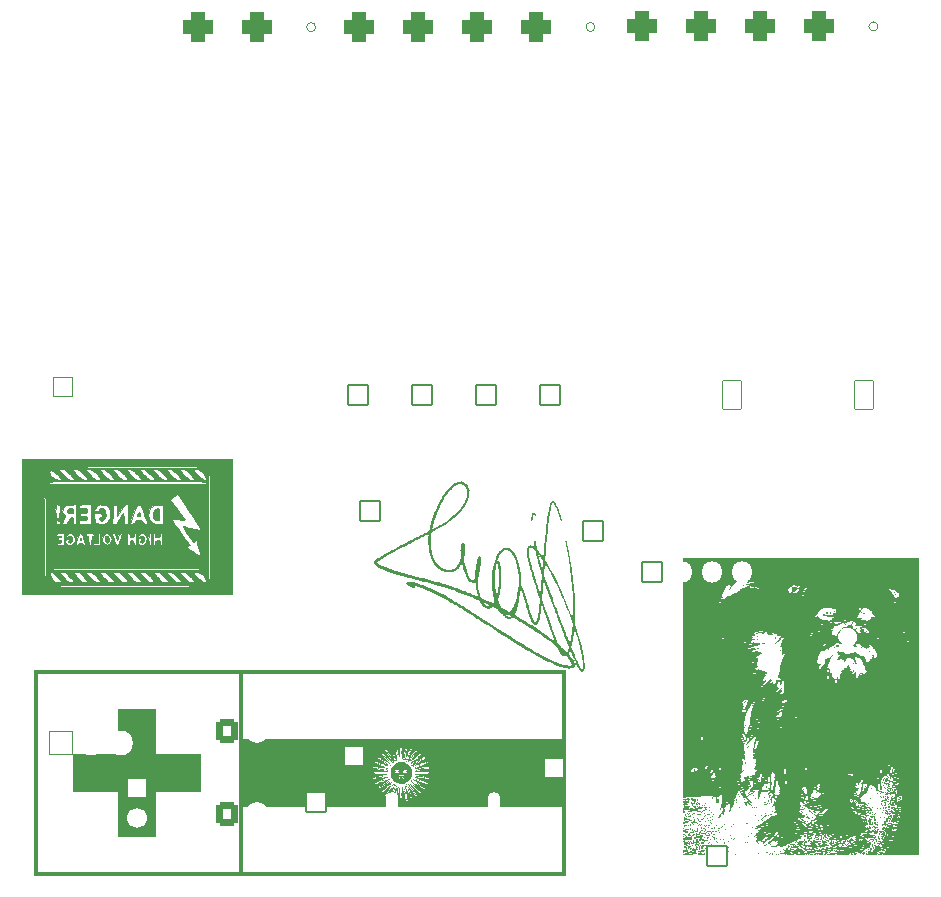
<source format=gbo>
G04 #@! TF.GenerationSoftware,KiCad,Pcbnew,(6.0.4)*
G04 #@! TF.CreationDate,2022-06-04T02:18:33+02:00*
G04 #@! TF.ProjectId,hamodule,68616d6f-6475-46c6-952e-6b696361645f,rev?*
G04 #@! TF.SameCoordinates,Original*
G04 #@! TF.FileFunction,Legend,Bot*
G04 #@! TF.FilePolarity,Positive*
%FSLAX46Y46*%
G04 Gerber Fmt 4.6, Leading zero omitted, Abs format (unit mm)*
G04 Created by KiCad (PCBNEW (6.0.4)) date 2022-06-04 02:18:33*
%MOMM*%
%LPD*%
G01*
G04 APERTURE LIST*
G04 Aperture macros list*
%AMRoundRect*
0 Rectangle with rounded corners*
0 $1 Rounding radius*
0 $2 $3 $4 $5 $6 $7 $8 $9 X,Y pos of 4 corners*
0 Add a 4 corners polygon primitive as box body*
4,1,4,$2,$3,$4,$5,$6,$7,$8,$9,$2,$3,0*
0 Add four circle primitives for the rounded corners*
1,1,$1+$1,$2,$3*
1,1,$1+$1,$4,$5*
1,1,$1+$1,$6,$7*
1,1,$1+$1,$8,$9*
0 Add four rect primitives between the rounded corners*
20,1,$1+$1,$2,$3,$4,$5,0*
20,1,$1+$1,$4,$5,$6,$7,0*
20,1,$1+$1,$6,$7,$8,$9,0*
20,1,$1+$1,$8,$9,$2,$3,0*%
G04 Aperture macros list end*
%ADD10C,0.300000*%
%ADD11C,0.120000*%
%ADD12C,0.010000*%
%ADD13C,1.900000*%
%ADD14RoundRect,0.050000X-0.850000X-0.850000X0.850000X-0.850000X0.850000X0.850000X-0.850000X0.850000X0*%
%ADD15O,1.800000X1.800000*%
%ADD16RoundRect,0.300000X-0.600000X-0.750000X0.600000X-0.750000X0.600000X0.750000X-0.600000X0.750000X0*%
%ADD17O,1.800000X2.100000*%
%ADD18RoundRect,0.050000X0.850000X0.850000X-0.850000X0.850000X-0.850000X-0.850000X0.850000X-0.850000X0*%
%ADD19RoundRect,0.050000X-0.825000X-0.825000X0.825000X-0.825000X0.825000X0.825000X-0.825000X0.825000X0*%
%ADD20C,1.750000*%
%ADD21RoundRect,0.050000X-0.952500X-1.000000X0.952500X-1.000000X0.952500X1.000000X-0.952500X1.000000X0*%
%ADD22O,2.005000X2.100000*%
%ADD23C,2.100000*%
%ADD24RoundRect,0.050000X0.850000X-0.850000X0.850000X0.850000X-0.850000X0.850000X-0.850000X-0.850000X0*%
%ADD25O,2.050000X1.800000*%
%ADD26RoundRect,0.675000X0.625000X0.625000X-0.625000X0.625000X-0.625000X-0.625000X0.625000X-0.625000X0*%
%ADD27C,5.600000*%
%ADD28RoundRect,0.050000X-0.800000X1.200000X-0.800000X-1.200000X0.800000X-1.200000X0.800000X1.200000X0*%
%ADD29O,1.700000X2.500000*%
%ADD30C,0.750000*%
%ADD31O,1.100000X2.200000*%
%ADD32O,1.100000X1.700000*%
%ADD33RoundRect,0.050000X-0.800000X0.800000X-0.800000X-0.800000X0.800000X-0.800000X0.800000X0.800000X0*%
%ADD34C,1.700000*%
%ADD35RoundRect,0.050000X-0.850000X0.850000X-0.850000X-0.850000X0.850000X-0.850000X0.850000X0.850000X0*%
G04 APERTURE END LIST*
D10*
X150465971Y-141351000D02*
X150611114Y-141278428D01*
X150828828Y-141278428D01*
X151046542Y-141351000D01*
X151191685Y-141496142D01*
X151264257Y-141641285D01*
X151336828Y-141931571D01*
X151336828Y-142149285D01*
X151264257Y-142439571D01*
X151191685Y-142584714D01*
X151046542Y-142729857D01*
X150828828Y-142802428D01*
X150683685Y-142802428D01*
X150465971Y-142729857D01*
X150393400Y-142657285D01*
X150393400Y-142149285D01*
X150683685Y-142149285D01*
X149522542Y-141278428D02*
X149522542Y-141641285D01*
X149885400Y-141496142D02*
X149522542Y-141641285D01*
X149159685Y-141496142D01*
X149740257Y-141931571D02*
X149522542Y-141641285D01*
X149304828Y-141931571D01*
X148361400Y-141278428D02*
X148361400Y-141641285D01*
X148724257Y-141496142D02*
X148361400Y-141641285D01*
X147998542Y-141496142D01*
X148579114Y-141931571D02*
X148361400Y-141641285D01*
X148143685Y-141931571D01*
X147200257Y-141278428D02*
X147200257Y-141641285D01*
X147563114Y-141496142D02*
X147200257Y-141641285D01*
X146837400Y-141496142D01*
X147417971Y-141931571D02*
X147200257Y-141641285D01*
X146982542Y-141931571D01*
X192922071Y-135699500D02*
X193067214Y-135626928D01*
X193284928Y-135626928D01*
X193502642Y-135699500D01*
X193647785Y-135844642D01*
X193720357Y-135989785D01*
X193792928Y-136280071D01*
X193792928Y-136497785D01*
X193720357Y-136788071D01*
X193647785Y-136933214D01*
X193502642Y-137078357D01*
X193284928Y-137150928D01*
X193139785Y-137150928D01*
X192922071Y-137078357D01*
X192849500Y-137005785D01*
X192849500Y-136497785D01*
X193139785Y-136497785D01*
X191978642Y-135626928D02*
X191978642Y-135989785D01*
X192341500Y-135844642D02*
X191978642Y-135989785D01*
X191615785Y-135844642D01*
X192196357Y-136280071D02*
X191978642Y-135989785D01*
X191760928Y-136280071D01*
X190817500Y-135626928D02*
X190817500Y-135989785D01*
X191180357Y-135844642D02*
X190817500Y-135989785D01*
X190454642Y-135844642D01*
X191035214Y-136280071D02*
X190817500Y-135989785D01*
X190599785Y-136280071D01*
X189656357Y-135626928D02*
X189656357Y-135989785D01*
X190019214Y-135844642D02*
X189656357Y-135989785D01*
X189293500Y-135844642D01*
X189874071Y-136280071D02*
X189656357Y-135989785D01*
X189438642Y-136280071D01*
D11*
X174133902Y-78953500D02*
G75*
G03*
X174133902Y-78953500I-381000J0D01*
G01*
X150486103Y-78977099D02*
G75*
G03*
X150486103Y-78977099I-381000J0D01*
G01*
X198093902Y-78913499D02*
G75*
G03*
X198093902Y-78913499I-381000J0D01*
G01*
G36*
X129864250Y-119708220D02*
G01*
X129912465Y-119766037D01*
X129921000Y-119915726D01*
X129920938Y-119941489D01*
X129908084Y-120078657D01*
X129846128Y-120132607D01*
X129696758Y-120142000D01*
X129651625Y-120140192D01*
X129488311Y-120087977D01*
X129415374Y-119987051D01*
X129431035Y-119869149D01*
X129533514Y-119766005D01*
X129721029Y-119709351D01*
X129742447Y-119707280D01*
X129864250Y-119708220D01*
G37*
D12*
X129864250Y-119708220D02*
X129912465Y-119766037D01*
X129921000Y-119915726D01*
X129920938Y-119941489D01*
X129908084Y-120078657D01*
X129846128Y-120132607D01*
X129696758Y-120142000D01*
X129651625Y-120140192D01*
X129488311Y-120087977D01*
X129415374Y-119987051D01*
X129431035Y-119869149D01*
X129533514Y-119766005D01*
X129721029Y-119709351D01*
X129742447Y-119707280D01*
X129864250Y-119708220D01*
G36*
X125666500Y-126936500D02*
G01*
X125666500Y-123695527D01*
X127516653Y-123695527D01*
X127516986Y-124212111D01*
X127518739Y-124640941D01*
X127522112Y-124990963D01*
X127527302Y-125271125D01*
X127534510Y-125490374D01*
X127543934Y-125657656D01*
X127555772Y-125781919D01*
X127570223Y-125872111D01*
X127587487Y-125937178D01*
X127607761Y-125986068D01*
X127631246Y-126027728D01*
X127751876Y-126170550D01*
X127996822Y-126297249D01*
X128095724Y-126308706D01*
X128312922Y-126319582D01*
X128635796Y-126329278D01*
X129053768Y-126337806D01*
X129556264Y-126345179D01*
X130132707Y-126351408D01*
X130772521Y-126356507D01*
X131465130Y-126360486D01*
X132199958Y-126363360D01*
X132966429Y-126365139D01*
X133753968Y-126365836D01*
X134551997Y-126365464D01*
X135349942Y-126364035D01*
X136137226Y-126361560D01*
X136903273Y-126358053D01*
X137637507Y-126353525D01*
X138329353Y-126347989D01*
X138968233Y-126341457D01*
X139543573Y-126333942D01*
X140044796Y-126325455D01*
X140461326Y-126316009D01*
X140782588Y-126305617D01*
X140998005Y-126294290D01*
X141097000Y-126282040D01*
X141266884Y-126191545D01*
X141430277Y-125984000D01*
X141438897Y-125965810D01*
X141459188Y-125911275D01*
X141476625Y-125838962D01*
X141491422Y-125739771D01*
X141503795Y-125604598D01*
X141513957Y-125424342D01*
X141522123Y-125189901D01*
X141528507Y-124892174D01*
X141533323Y-124522058D01*
X141536787Y-124070452D01*
X141539112Y-123528253D01*
X141540514Y-122886360D01*
X141541205Y-122135672D01*
X141541402Y-121267085D01*
X141541419Y-120882203D01*
X141541310Y-120034704D01*
X141540467Y-119301881D01*
X141538240Y-118675006D01*
X141533979Y-118145354D01*
X141527034Y-117704197D01*
X141516755Y-117342810D01*
X141502492Y-117052466D01*
X141483594Y-116824439D01*
X141459413Y-116650002D01*
X141429297Y-116520428D01*
X141392598Y-116426992D01*
X141348664Y-116360966D01*
X141296846Y-116313624D01*
X141236494Y-116276241D01*
X141166958Y-116240089D01*
X141143978Y-116229956D01*
X141091366Y-116214834D01*
X141013995Y-116201566D01*
X140904564Y-116190061D01*
X140755769Y-116180228D01*
X140560308Y-116171976D01*
X140310877Y-116165216D01*
X140000173Y-116159855D01*
X139620894Y-116155804D01*
X139165737Y-116152971D01*
X138627399Y-116151267D01*
X137998576Y-116150600D01*
X137271967Y-116150881D01*
X136440268Y-116152017D01*
X135496175Y-116153919D01*
X134432388Y-116156496D01*
X127891864Y-116173250D01*
X127539750Y-116525344D01*
X127523424Y-121175297D01*
X127522189Y-121529772D01*
X127519453Y-122363304D01*
X127517541Y-123082240D01*
X127516653Y-123695527D01*
X125666500Y-123695527D01*
X125666500Y-115506500D01*
X143383000Y-115506500D01*
X143383000Y-126936500D01*
X125666500Y-126936500D01*
G37*
X125666500Y-126936500D02*
X125666500Y-123695527D01*
X127516653Y-123695527D01*
X127516986Y-124212111D01*
X127518739Y-124640941D01*
X127522112Y-124990963D01*
X127527302Y-125271125D01*
X127534510Y-125490374D01*
X127543934Y-125657656D01*
X127555772Y-125781919D01*
X127570223Y-125872111D01*
X127587487Y-125937178D01*
X127607761Y-125986068D01*
X127631246Y-126027728D01*
X127751876Y-126170550D01*
X127996822Y-126297249D01*
X128095724Y-126308706D01*
X128312922Y-126319582D01*
X128635796Y-126329278D01*
X129053768Y-126337806D01*
X129556264Y-126345179D01*
X130132707Y-126351408D01*
X130772521Y-126356507D01*
X131465130Y-126360486D01*
X132199958Y-126363360D01*
X132966429Y-126365139D01*
X133753968Y-126365836D01*
X134551997Y-126365464D01*
X135349942Y-126364035D01*
X136137226Y-126361560D01*
X136903273Y-126358053D01*
X137637507Y-126353525D01*
X138329353Y-126347989D01*
X138968233Y-126341457D01*
X139543573Y-126333942D01*
X140044796Y-126325455D01*
X140461326Y-126316009D01*
X140782588Y-126305617D01*
X140998005Y-126294290D01*
X141097000Y-126282040D01*
X141266884Y-126191545D01*
X141430277Y-125984000D01*
X141438897Y-125965810D01*
X141459188Y-125911275D01*
X141476625Y-125838962D01*
X141491422Y-125739771D01*
X141503795Y-125604598D01*
X141513957Y-125424342D01*
X141522123Y-125189901D01*
X141528507Y-124892174D01*
X141533323Y-124522058D01*
X141536787Y-124070452D01*
X141539112Y-123528253D01*
X141540514Y-122886360D01*
X141541205Y-122135672D01*
X141541402Y-121267085D01*
X141541419Y-120882203D01*
X141541310Y-120034704D01*
X141540467Y-119301881D01*
X141538240Y-118675006D01*
X141533979Y-118145354D01*
X141527034Y-117704197D01*
X141516755Y-117342810D01*
X141502492Y-117052466D01*
X141483594Y-116824439D01*
X141459413Y-116650002D01*
X141429297Y-116520428D01*
X141392598Y-116426992D01*
X141348664Y-116360966D01*
X141296846Y-116313624D01*
X141236494Y-116276241D01*
X141166958Y-116240089D01*
X141143978Y-116229956D01*
X141091366Y-116214834D01*
X141013995Y-116201566D01*
X140904564Y-116190061D01*
X140755769Y-116180228D01*
X140560308Y-116171976D01*
X140310877Y-116165216D01*
X140000173Y-116159855D01*
X139620894Y-116155804D01*
X139165737Y-116152971D01*
X138627399Y-116151267D01*
X137998576Y-116150600D01*
X137271967Y-116150881D01*
X136440268Y-116152017D01*
X135496175Y-116153919D01*
X134432388Y-116156496D01*
X127891864Y-116173250D01*
X127539750Y-116525344D01*
X127523424Y-121175297D01*
X127522189Y-121529772D01*
X127519453Y-122363304D01*
X127517541Y-123082240D01*
X127516653Y-123695527D01*
X125666500Y-123695527D01*
X125666500Y-115506500D01*
X143383000Y-115506500D01*
X143383000Y-126936500D01*
X125666500Y-126936500D01*
G36*
X137128699Y-119698815D02*
G01*
X137179138Y-119723636D01*
X137207767Y-119799488D01*
X137220563Y-119951675D01*
X137223500Y-120205500D01*
X137223500Y-120713500D01*
X137040776Y-120713500D01*
X136976432Y-120709892D01*
X136814376Y-120643697D01*
X136723011Y-120485492D01*
X136694334Y-120223971D01*
X136697720Y-120147719D01*
X136764190Y-119910284D01*
X136904392Y-119753867D01*
X137103535Y-119697500D01*
X137128699Y-119698815D01*
G37*
X137128699Y-119698815D02*
X137179138Y-119723636D01*
X137207767Y-119799488D01*
X137220563Y-119951675D01*
X137223500Y-120205500D01*
X137223500Y-120713500D01*
X137040776Y-120713500D01*
X136976432Y-120709892D01*
X136814376Y-120643697D01*
X136723011Y-120485492D01*
X136694334Y-120223971D01*
X136697720Y-120147719D01*
X136764190Y-119910284D01*
X136904392Y-119753867D01*
X137103535Y-119697500D01*
X137128699Y-119698815D01*
G36*
X141258637Y-126082136D02*
G01*
X141102773Y-126238000D01*
X127946728Y-126238000D01*
X127790864Y-126082136D01*
X127635001Y-125926272D01*
X127635001Y-125176052D01*
X127955211Y-125176052D01*
X127962694Y-125316784D01*
X128038763Y-125501743D01*
X128179002Y-125707585D01*
X128273922Y-125819284D01*
X128393857Y-125927787D01*
X128517568Y-125974195D01*
X128692403Y-125984000D01*
X128979303Y-125984000D01*
X128577027Y-125542097D01*
X128479881Y-125438701D01*
X128299979Y-125264355D01*
X128152945Y-125143482D01*
X128120374Y-125126750D01*
X128764415Y-125126750D01*
X129157833Y-125555375D01*
X129292597Y-125700153D01*
X129446849Y-125851940D01*
X129564401Y-125937575D01*
X129672808Y-125975461D01*
X129799626Y-125984000D01*
X129851479Y-125982908D01*
X129991716Y-125965805D01*
X130048000Y-125934540D01*
X130039066Y-125915337D01*
X129962380Y-125819290D01*
X129824141Y-125668400D01*
X129644965Y-125485628D01*
X129506038Y-125349770D01*
X129348929Y-125209096D01*
X129231744Y-125132876D01*
X129209092Y-125126750D01*
X129926529Y-125126750D01*
X130310302Y-125555375D01*
X130449574Y-125708669D01*
X130597726Y-125857159D01*
X130704006Y-125934540D01*
X130711621Y-125940085D01*
X130819056Y-125976136D01*
X130947829Y-125984000D01*
X131006980Y-125982362D01*
X131138195Y-125962019D01*
X131180417Y-125925880D01*
X131171638Y-125910687D01*
X131094926Y-125815185D01*
X130959188Y-125662624D01*
X130786502Y-125478101D01*
X130667560Y-125355240D01*
X130515991Y-125211582D01*
X130417261Y-125144459D01*
X131064000Y-125144459D01*
X131072194Y-125162550D01*
X131147441Y-125257351D01*
X131284483Y-125407196D01*
X131462584Y-125588959D01*
X131545128Y-125670056D01*
X131723799Y-125834475D01*
X131851974Y-125925880D01*
X131857153Y-125929574D01*
X131974552Y-125973401D01*
X132105359Y-125984000D01*
X132218217Y-125981214D01*
X132284270Y-125962658D01*
X132288412Y-125913213D01*
X132224065Y-125817761D01*
X132084650Y-125661187D01*
X131863591Y-125428375D01*
X131708515Y-125272797D01*
X131568705Y-125160216D01*
X131542238Y-125148963D01*
X132217584Y-125148963D01*
X132224966Y-125161758D01*
X132297510Y-125254761D01*
X132427803Y-125407226D01*
X132594083Y-125593463D01*
X132700450Y-125709040D01*
X132850388Y-125858522D01*
X132926950Y-125913213D01*
X132966134Y-125941204D01*
X133078863Y-125976544D01*
X133219747Y-125984000D01*
X133490080Y-125984000D01*
X133096000Y-125539500D01*
X132937409Y-125363512D01*
X132792726Y-125218400D01*
X132702502Y-125153119D01*
X133360584Y-125153119D01*
X133368812Y-125167515D01*
X133444521Y-125262072D01*
X133579438Y-125413853D01*
X133751372Y-125597619D01*
X133843440Y-125692912D01*
X134005750Y-125848753D01*
X134128888Y-125936552D01*
X134243834Y-125975303D01*
X134381566Y-125984000D01*
X134642138Y-125984000D01*
X134489651Y-125809375D01*
X134267402Y-125557859D01*
X134075496Y-125352585D01*
X133929693Y-125218153D01*
X133811651Y-125140073D01*
X133703030Y-125103853D01*
X133585488Y-125095000D01*
X134421060Y-125095000D01*
X134822155Y-125538884D01*
X135006743Y-125739453D01*
X135145404Y-125873171D01*
X135254959Y-125946283D01*
X135363009Y-125976962D01*
X135497153Y-125983384D01*
X135771056Y-125984000D01*
X135373085Y-125539500D01*
X135185239Y-125333566D01*
X135049244Y-125201870D01*
X134941161Y-125130354D01*
X134928010Y-125126750D01*
X135569663Y-125126750D01*
X135957136Y-125555375D01*
X136098292Y-125709244D01*
X136247461Y-125857312D01*
X136362070Y-125940077D01*
X136469928Y-125976115D01*
X136598846Y-125984000D01*
X136658415Y-125982344D01*
X136789676Y-125961991D01*
X136831917Y-125925880D01*
X136823138Y-125910687D01*
X136746426Y-125815185D01*
X136610688Y-125662624D01*
X136438002Y-125478101D01*
X136314094Y-125350160D01*
X136164357Y-125208748D01*
X136051490Y-125133016D01*
X135945766Y-125105214D01*
X135817458Y-125107596D01*
X135569663Y-125126750D01*
X134928010Y-125126750D01*
X134833329Y-125100802D01*
X134698087Y-125095000D01*
X136702421Y-125095000D01*
X137096500Y-125539500D01*
X137106275Y-125550521D01*
X137291534Y-125755289D01*
X137423292Y-125882753D01*
X137490252Y-125925880D01*
X137529532Y-125951180D01*
X137638238Y-125978839D01*
X137777395Y-125984000D01*
X138064211Y-125984000D01*
X137659731Y-125544447D01*
X137482611Y-125355349D01*
X137338955Y-125218298D01*
X137225788Y-125142242D01*
X137174369Y-125126750D01*
X137831884Y-125126750D01*
X138233473Y-125555375D01*
X138371523Y-125700646D01*
X138528325Y-125851844D01*
X138647638Y-125937367D01*
X138757017Y-125975367D01*
X138884015Y-125984000D01*
X138891798Y-125983993D01*
X139043919Y-125976401D01*
X139095539Y-125944340D01*
X139071917Y-125872875D01*
X139067716Y-125865729D01*
X138985347Y-125760551D01*
X138842143Y-125602876D01*
X138666361Y-125423979D01*
X138620161Y-125378904D01*
X138450148Y-125222634D01*
X138348603Y-125153119D01*
X139012084Y-125153119D01*
X139020312Y-125167515D01*
X139096021Y-125262072D01*
X139230938Y-125413853D01*
X139402872Y-125597619D01*
X139496103Y-125694105D01*
X139657979Y-125849421D01*
X139780890Y-125936848D01*
X139803245Y-125944340D01*
X139895851Y-125975377D01*
X140033877Y-125984000D01*
X140295261Y-125984000D01*
X140109666Y-125777625D01*
X139978956Y-125632467D01*
X139773987Y-125408314D01*
X139626069Y-125257167D01*
X139516823Y-125164645D01*
X139479632Y-125144459D01*
X140144500Y-125144459D01*
X140152694Y-125162550D01*
X140227941Y-125257351D01*
X140364983Y-125407196D01*
X140543084Y-125588959D01*
X140771114Y-125798523D01*
X140957957Y-125935707D01*
X141082834Y-125984000D01*
X141141018Y-125977981D01*
X141222515Y-125912207D01*
X141210491Y-125784336D01*
X141108524Y-125607353D01*
X140920194Y-125394237D01*
X140826051Y-125303954D01*
X140666050Y-125173794D01*
X140530208Y-125111179D01*
X140380444Y-125095000D01*
X140339516Y-125095750D01*
X140200593Y-125112534D01*
X140144500Y-125144459D01*
X139479632Y-125144459D01*
X139427870Y-125116365D01*
X139340829Y-125097944D01*
X139237322Y-125095000D01*
X139184509Y-125096379D01*
X139054016Y-125116550D01*
X139012084Y-125153119D01*
X138348603Y-125153119D01*
X138325450Y-125137269D01*
X138212284Y-125104616D01*
X138076870Y-125106479D01*
X137831884Y-125126750D01*
X137174369Y-125126750D01*
X137115088Y-125108889D01*
X136978836Y-125099947D01*
X136702421Y-125095000D01*
X134698087Y-125095000D01*
X134421060Y-125095000D01*
X133585488Y-125095000D01*
X133532963Y-125096367D01*
X133402502Y-125116530D01*
X133360584Y-125153119D01*
X132702502Y-125153119D01*
X132681000Y-125137561D01*
X132575418Y-125102569D01*
X132449169Y-125095000D01*
X132390913Y-125096486D01*
X132259776Y-125115352D01*
X132217584Y-125148963D01*
X131542238Y-125148963D01*
X131445544Y-125107852D01*
X131304295Y-125095000D01*
X131259556Y-125095865D01*
X131120162Y-125112770D01*
X131064000Y-125144459D01*
X130417261Y-125144459D01*
X130402260Y-125134260D01*
X130296823Y-125105517D01*
X130170141Y-125107596D01*
X129926529Y-125126750D01*
X129209092Y-125126750D01*
X129125989Y-125104276D01*
X129003172Y-125106462D01*
X128764415Y-125126750D01*
X128120374Y-125126750D01*
X128063625Y-125097597D01*
X128020729Y-125102888D01*
X127955211Y-125176052D01*
X127635001Y-125176052D01*
X127635001Y-124872750D01*
X127762000Y-124872750D01*
X127766210Y-124882624D01*
X127793012Y-124896793D01*
X127850532Y-124909331D01*
X127945647Y-124920336D01*
X128085233Y-124929903D01*
X128276170Y-124938129D01*
X128525333Y-124945113D01*
X128839600Y-124950950D01*
X129225848Y-124955737D01*
X129690955Y-124959572D01*
X130241798Y-124962551D01*
X130885255Y-124964771D01*
X131628201Y-124966329D01*
X132477516Y-124967321D01*
X133440075Y-124967846D01*
X134522758Y-124968000D01*
X135281815Y-124967931D01*
X136279977Y-124967541D01*
X137162701Y-124966720D01*
X137936830Y-124965371D01*
X138609209Y-124963398D01*
X139186679Y-124960704D01*
X139676084Y-124957191D01*
X140084268Y-124952762D01*
X140418074Y-124947322D01*
X140684345Y-124940772D01*
X140889925Y-124933016D01*
X141041656Y-124923957D01*
X141146382Y-124913497D01*
X141210947Y-124901541D01*
X141242193Y-124887991D01*
X141246964Y-124872750D01*
X141240692Y-124864340D01*
X141210457Y-124849958D01*
X141150243Y-124837226D01*
X141053120Y-124826048D01*
X140912158Y-124816325D01*
X140720427Y-124807959D01*
X140470997Y-124800854D01*
X140156937Y-124794911D01*
X139771319Y-124790033D01*
X139307211Y-124786122D01*
X138757684Y-124783080D01*
X138115808Y-124780811D01*
X137374652Y-124779216D01*
X136527286Y-124778197D01*
X135566781Y-124777658D01*
X134486207Y-124777500D01*
X133833090Y-124777551D01*
X132825331Y-124777915D01*
X131933600Y-124778709D01*
X131151000Y-124780033D01*
X130470637Y-124781984D01*
X129885613Y-124784659D01*
X129389033Y-124788157D01*
X128974002Y-124792574D01*
X128633624Y-124798009D01*
X128361002Y-124804559D01*
X128149241Y-124812322D01*
X127991446Y-124821396D01*
X127880720Y-124831878D01*
X127810167Y-124843865D01*
X127772893Y-124857457D01*
X127762000Y-124872750D01*
X127635001Y-124872750D01*
X127635000Y-122713750D01*
X128524000Y-122713750D01*
X128537277Y-122744427D01*
X128636229Y-122791065D01*
X128795347Y-122812834D01*
X128970862Y-122809134D01*
X129119006Y-122779367D01*
X129196012Y-122722936D01*
X129209121Y-122636538D01*
X129214982Y-122456618D01*
X129296428Y-122456618D01*
X129300242Y-122586663D01*
X129387940Y-122726493D01*
X129580425Y-122800810D01*
X129801638Y-122784637D01*
X129847369Y-122758594D01*
X130158700Y-122758594D01*
X130178576Y-122800315D01*
X130233449Y-122809000D01*
X130301776Y-122794445D01*
X130388464Y-122713750D01*
X130446465Y-122653533D01*
X130578964Y-122618500D01*
X130684573Y-122640089D01*
X130769464Y-122713750D01*
X130782564Y-122739207D01*
X130865488Y-122799801D01*
X130957210Y-122798571D01*
X131000500Y-122731197D01*
X131000312Y-122727042D01*
X130974621Y-122624074D01*
X130914060Y-122443156D01*
X130830725Y-122220664D01*
X130748646Y-122028114D01*
X130685850Y-121920000D01*
X130968750Y-121920000D01*
X130999919Y-121983641D01*
X131111625Y-122035541D01*
X131179247Y-122052328D01*
X131228595Y-122104502D01*
X131249909Y-122220725D01*
X131254500Y-122432416D01*
X131260808Y-122628241D01*
X131280828Y-122731197D01*
X131287701Y-122766549D01*
X131339167Y-122809000D01*
X131405426Y-122800787D01*
X131469604Y-122745577D01*
X131477185Y-122713750D01*
X131635500Y-122713750D01*
X131655817Y-122763498D01*
X131753337Y-122798803D01*
X131953000Y-122809000D01*
X132270500Y-122809000D01*
X132270500Y-122300426D01*
X132402753Y-122300426D01*
X132424514Y-122509391D01*
X132524500Y-122682000D01*
X132642484Y-122763596D01*
X132834958Y-122807256D01*
X133007119Y-122760402D01*
X133095700Y-122666702D01*
X133186617Y-122477463D01*
X133223000Y-122270538D01*
X133194988Y-122147331D01*
X133089781Y-121979218D01*
X132942648Y-121846739D01*
X132915552Y-121837044D01*
X133268061Y-121837044D01*
X133278758Y-121933726D01*
X133323066Y-122111007D01*
X133372639Y-122270538D01*
X133393417Y-122337405D01*
X133454894Y-122509652D01*
X133553949Y-122722360D01*
X133645229Y-122810830D01*
X133736720Y-122774953D01*
X133815810Y-122647752D01*
X134500400Y-122647752D01*
X134515404Y-122754700D01*
X134552420Y-122799766D01*
X134617329Y-122809000D01*
X134653492Y-122806754D01*
X134727395Y-122757499D01*
X134747000Y-122618500D01*
X134750792Y-122535659D01*
X134792296Y-122448503D01*
X134905750Y-122428000D01*
X134974785Y-122432549D01*
X135047415Y-122482354D01*
X135064500Y-122618500D01*
X135066029Y-122671626D01*
X135099556Y-122780197D01*
X135194172Y-122809000D01*
X135229942Y-122807301D01*
X135280402Y-122783704D01*
X135305859Y-122711466D01*
X135312197Y-122564539D01*
X135309855Y-122480488D01*
X135445500Y-122480488D01*
X135455851Y-122564539D01*
X135469958Y-122679108D01*
X135545944Y-122770456D01*
X135574097Y-122780599D01*
X135820559Y-122809610D01*
X136021903Y-122729679D01*
X136157695Y-122555309D01*
X136207500Y-122301000D01*
X136207448Y-122296343D01*
X136334500Y-122296343D01*
X136334567Y-122301000D01*
X136337976Y-122538850D01*
X136352428Y-122704221D01*
X136382234Y-122786627D01*
X136431743Y-122809000D01*
X136439559Y-122808871D01*
X136519011Y-122780645D01*
X136564776Y-122688790D01*
X136582016Y-122512621D01*
X136577408Y-122301000D01*
X136715500Y-122301000D01*
X136718353Y-122512621D01*
X136718533Y-122526006D01*
X136732549Y-122698258D01*
X136761879Y-122785072D01*
X136810750Y-122809000D01*
X136877602Y-122769739D01*
X136906000Y-122618500D01*
X136911837Y-122517954D01*
X136961569Y-122443734D01*
X137096500Y-122428000D01*
X137197046Y-122433836D01*
X137271266Y-122483568D01*
X137287000Y-122618500D01*
X137306631Y-122752203D01*
X137382250Y-122809000D01*
X137424439Y-122792828D01*
X137456736Y-122718076D01*
X137473014Y-122561650D01*
X137477500Y-122301000D01*
X137474468Y-122075993D01*
X137460452Y-121903741D01*
X137431122Y-121816927D01*
X137382250Y-121793000D01*
X137315399Y-121832260D01*
X137287000Y-121983500D01*
X137281164Y-122084045D01*
X137231432Y-122158265D01*
X137096500Y-122174000D01*
X136995955Y-122168163D01*
X136921735Y-122118431D01*
X136906000Y-121983500D01*
X136886370Y-121849796D01*
X136810750Y-121793000D01*
X136768562Y-121809171D01*
X136736265Y-121883923D01*
X136719987Y-122040349D01*
X136715500Y-122301000D01*
X136577408Y-122301000D01*
X136575894Y-122231449D01*
X136570054Y-122127545D01*
X136548131Y-121940148D01*
X136509429Y-121841672D01*
X136445625Y-121804856D01*
X136424268Y-121802000D01*
X136376938Y-121818325D01*
X136349781Y-121890321D01*
X136337426Y-122041742D01*
X136334500Y-122296343D01*
X136207448Y-122296343D01*
X136207331Y-122285767D01*
X136159453Y-122058280D01*
X136044177Y-121891562D01*
X135887165Y-121800924D01*
X135714082Y-121801675D01*
X135695525Y-121813871D01*
X135550592Y-121909125D01*
X135524617Y-121939768D01*
X135454530Y-122072925D01*
X135468022Y-122157575D01*
X135547189Y-122168742D01*
X135674124Y-122081448D01*
X135755281Y-122021111D01*
X135860976Y-122021125D01*
X135927414Y-122126565D01*
X135940884Y-122324919D01*
X135922223Y-122473630D01*
X135874155Y-122570798D01*
X135778875Y-122607041D01*
X135683435Y-122603061D01*
X135636000Y-122527666D01*
X135649057Y-122478700D01*
X135736542Y-122428000D01*
X135810008Y-122407670D01*
X135809828Y-122351075D01*
X135738014Y-122288082D01*
X135615228Y-122249157D01*
X135583758Y-122245745D01*
X135490670Y-122252615D01*
X135452723Y-122319770D01*
X135445500Y-122480488D01*
X135309855Y-122480488D01*
X135305297Y-122316875D01*
X135296367Y-122136259D01*
X135275794Y-121948675D01*
X135242518Y-121852100D01*
X135191500Y-121824750D01*
X135122598Y-121865191D01*
X135076158Y-121999375D01*
X135072160Y-122028814D01*
X135022692Y-122143388D01*
X134905750Y-122174000D01*
X134880328Y-122173291D01*
X134776854Y-122131137D01*
X134735343Y-121999375D01*
X134699731Y-121881584D01*
X134620000Y-121824750D01*
X134584629Y-121835720D01*
X134545693Y-121905489D01*
X134521231Y-122058612D01*
X134506204Y-122316875D01*
X134501527Y-122452874D01*
X134500400Y-122647752D01*
X133815810Y-122647752D01*
X133836412Y-122614618D01*
X133952294Y-122329715D01*
X133975993Y-122263438D01*
X134046403Y-122046450D01*
X134087332Y-121886343D01*
X134090538Y-121813871D01*
X134063673Y-121794994D01*
X133967934Y-121810927D01*
X133868838Y-121921962D01*
X133788004Y-122107142D01*
X133767105Y-122172478D01*
X133711760Y-122309805D01*
X133670619Y-122364500D01*
X133654060Y-122349941D01*
X133606807Y-122247318D01*
X133553914Y-122078750D01*
X133548217Y-122058150D01*
X133468307Y-121869603D01*
X133372672Y-121790428D01*
X133271262Y-121829405D01*
X133268061Y-121837044D01*
X132915552Y-121837044D01*
X132792456Y-121793000D01*
X132700288Y-121808835D01*
X132551293Y-121914804D01*
X132448564Y-122090449D01*
X132403643Y-122296343D01*
X132402753Y-122300426D01*
X132270500Y-122300426D01*
X132270500Y-122296343D01*
X132270235Y-122197187D01*
X132264736Y-121980208D01*
X132248007Y-121858404D01*
X132214677Y-121808045D01*
X132159375Y-121805400D01*
X132126365Y-121816023D01*
X132077899Y-121872642D01*
X132066113Y-121935875D01*
X132054395Y-121998753D01*
X132048250Y-122222922D01*
X132048250Y-122618731D01*
X131841875Y-122618615D01*
X131687594Y-122640887D01*
X131635500Y-122713750D01*
X131477185Y-122713750D01*
X131500505Y-122615846D01*
X131508500Y-122385666D01*
X131509761Y-122268838D01*
X131523853Y-122125100D01*
X131563334Y-122061401D01*
X131640157Y-122047000D01*
X131727575Y-122026734D01*
X131750412Y-121935875D01*
X131742486Y-121908570D01*
X131689579Y-121856661D01*
X131568029Y-121831392D01*
X131348881Y-121824750D01*
X131304321Y-121824927D01*
X131101945Y-121834945D01*
X130998062Y-121864637D01*
X130968750Y-121920000D01*
X130685850Y-121920000D01*
X130648032Y-121854891D01*
X130568837Y-121806342D01*
X130553053Y-121814606D01*
X130480956Y-121910037D01*
X130389929Y-122087361D01*
X130306452Y-122291019D01*
X130295855Y-122316875D01*
X130235858Y-122482027D01*
X130176800Y-122660332D01*
X130158700Y-122758594D01*
X129847369Y-122758594D01*
X129987982Y-122678518D01*
X130085329Y-122513464D01*
X130107724Y-122291019D01*
X130046069Y-122070545D01*
X129905253Y-121898170D01*
X129763317Y-121827103D01*
X129581825Y-121816853D01*
X129435149Y-121888383D01*
X129360959Y-122032402D01*
X129375998Y-122146333D01*
X129455423Y-122165424D01*
X129578124Y-122081448D01*
X129659281Y-122021111D01*
X129764976Y-122021125D01*
X129831414Y-122126565D01*
X129844884Y-122324919D01*
X129826223Y-122473630D01*
X129778155Y-122570798D01*
X129682875Y-122607041D01*
X129587435Y-122603061D01*
X129540000Y-122527666D01*
X129553057Y-122478700D01*
X129640542Y-122428000D01*
X129688274Y-122416725D01*
X129714625Y-122348625D01*
X129644031Y-122293516D01*
X129502959Y-122269250D01*
X129422085Y-122273463D01*
X129331392Y-122321790D01*
X129296541Y-122456182D01*
X129296428Y-122456618D01*
X129214982Y-122456618D01*
X129214996Y-122456182D01*
X129209894Y-122230811D01*
X129190750Y-121824750D01*
X128874120Y-121824750D01*
X128685002Y-121833137D01*
X128576929Y-121866843D01*
X128536089Y-121935875D01*
X128534462Y-121987296D01*
X128589532Y-122034641D01*
X128741594Y-122047000D01*
X128774781Y-122047682D01*
X128912597Y-122068875D01*
X128968500Y-122110500D01*
X128968486Y-122111290D01*
X128911757Y-122155606D01*
X128778000Y-122174000D01*
X128644297Y-122193630D01*
X128587500Y-122269250D01*
X128626761Y-122336101D01*
X128778000Y-122364500D01*
X128827176Y-122365810D01*
X128938564Y-122398539D01*
X128968500Y-122491500D01*
X128961236Y-122548833D01*
X128899430Y-122604293D01*
X128746250Y-122618500D01*
X128726009Y-122618672D01*
X128572195Y-122643301D01*
X128524000Y-122713750D01*
X127635000Y-122713750D01*
X127635000Y-121244354D01*
X127635000Y-121031000D01*
X128966361Y-121031000D01*
X129177027Y-121031000D01*
X129229786Y-121029791D01*
X129345691Y-121003166D01*
X129432229Y-120918436D01*
X129526522Y-120745250D01*
X129562749Y-120674683D01*
X129679367Y-120511416D01*
X129793175Y-120459500D01*
X129803282Y-120459630D01*
X129878344Y-120482376D01*
X129912752Y-120566782D01*
X129921000Y-120745250D01*
X129921607Y-120822322D01*
X129935376Y-120960939D01*
X129981789Y-121019156D01*
X130079750Y-121031000D01*
X130238500Y-121031000D01*
X130238500Y-120872250D01*
X130429000Y-120872250D01*
X130433817Y-120948516D01*
X130465056Y-120995695D01*
X130547861Y-121020239D01*
X130707378Y-121029542D01*
X130968750Y-121031000D01*
X131508500Y-121031000D01*
X131508500Y-120487649D01*
X131762500Y-120487649D01*
X131762657Y-120524999D01*
X131775499Y-120726525D01*
X131818163Y-120848615D01*
X131903630Y-120932149D01*
X131942586Y-120954382D01*
X132124612Y-121009431D01*
X132347128Y-121031000D01*
X133282706Y-121031000D01*
X133467818Y-121031000D01*
X133499778Y-121030092D01*
X133593807Y-121007432D01*
X133682312Y-120937925D01*
X133787129Y-120799873D01*
X133930090Y-120571575D01*
X134207250Y-120112151D01*
X134225907Y-120571575D01*
X134244564Y-121031000D01*
X134620000Y-121031000D01*
X134620000Y-121007861D01*
X134747000Y-121007861D01*
X134747003Y-121007983D01*
X134802935Y-121024243D01*
X134936291Y-121031000D01*
X134979969Y-121029816D01*
X135105421Y-120990367D01*
X135165425Y-120872250D01*
X135169963Y-120854977D01*
X135214651Y-120763315D01*
X135306721Y-120722688D01*
X135485706Y-120713500D01*
X135491713Y-120713504D01*
X135671764Y-120724803D01*
X135769207Y-120771126D01*
X135826500Y-120872250D01*
X135833904Y-120890701D01*
X135921335Y-121000773D01*
X136078929Y-121031000D01*
X136082206Y-121030997D01*
X136215657Y-121025953D01*
X136271000Y-121014143D01*
X136269725Y-121009253D01*
X136238762Y-120922129D01*
X136172661Y-120744081D01*
X136079765Y-120497434D01*
X135994146Y-120272196D01*
X136334500Y-120272196D01*
X136335004Y-120333360D01*
X136353816Y-120524475D01*
X136417581Y-120664854D01*
X136550400Y-120815100D01*
X136661063Y-120918673D01*
X136780916Y-120992880D01*
X136880494Y-121014143D01*
X136928622Y-121024420D01*
X137153650Y-121031000D01*
X137541000Y-121031000D01*
X137541000Y-120269000D01*
X137540888Y-119970030D01*
X137540580Y-119717192D01*
X137540123Y-119538097D01*
X137539566Y-119459375D01*
X137511693Y-119434027D01*
X137391067Y-119414418D01*
X137209845Y-119413904D01*
X137006327Y-119430393D01*
X136818810Y-119461793D01*
X136685595Y-119506013D01*
X136501025Y-119659980D01*
X136375972Y-119918910D01*
X136334500Y-120272196D01*
X135994146Y-120272196D01*
X135968420Y-120204518D01*
X135967939Y-120203260D01*
X135837992Y-119871488D01*
X135738692Y-119642282D01*
X135660394Y-119497839D01*
X135593450Y-119420353D01*
X135528216Y-119392021D01*
X135440660Y-119398058D01*
X135326974Y-119491167D01*
X135322977Y-119499046D01*
X135276028Y-119607548D01*
X135200360Y-119795324D01*
X135106755Y-120034179D01*
X135005993Y-120295919D01*
X134908855Y-120552351D01*
X134826123Y-120775281D01*
X134768578Y-120936515D01*
X134747000Y-121007861D01*
X134620000Y-121007861D01*
X134620000Y-119380000D01*
X134460411Y-119380000D01*
X134454365Y-119380068D01*
X134363305Y-119402775D01*
X134267459Y-119479414D01*
X134148288Y-119629247D01*
X133987251Y-119871534D01*
X133673681Y-120363068D01*
X133654716Y-119887409D01*
X133647999Y-119732667D01*
X133633586Y-119552177D01*
X133606940Y-119456345D01*
X133558073Y-119418444D01*
X133477000Y-119411750D01*
X133318250Y-119411750D01*
X133300723Y-120210199D01*
X133282706Y-121031000D01*
X132347128Y-121031000D01*
X132443652Y-121025711D01*
X132720556Y-120939754D01*
X132929411Y-120762848D01*
X133059200Y-120513497D01*
X133098908Y-120210199D01*
X133037520Y-119871458D01*
X133035733Y-119866084D01*
X132909010Y-119618320D01*
X132716214Y-119467642D01*
X132434859Y-119396323D01*
X132402981Y-119392872D01*
X132222775Y-119388471D01*
X132094813Y-119436329D01*
X131956032Y-119557698D01*
X131910632Y-119605900D01*
X131804793Y-119746775D01*
X131762500Y-119851365D01*
X131762540Y-119854306D01*
X131812145Y-119932720D01*
X131923636Y-119951672D01*
X132049820Y-119914489D01*
X132143500Y-119824500D01*
X132181399Y-119772416D01*
X132319148Y-119703875D01*
X132479389Y-119726404D01*
X132616150Y-119838629D01*
X132691310Y-120016377D01*
X132715048Y-120252813D01*
X132679992Y-120481862D01*
X132588000Y-120650000D01*
X132499759Y-120729147D01*
X132386557Y-120772870D01*
X132243944Y-120738456D01*
X132190650Y-120705246D01*
X132143221Y-120604874D01*
X132171559Y-120504882D01*
X132270500Y-120459500D01*
X132367735Y-120425235D01*
X132397500Y-120300750D01*
X132394493Y-120237039D01*
X132362438Y-120173413D01*
X132268434Y-120147146D01*
X132080000Y-120142000D01*
X131762500Y-120142000D01*
X131762500Y-120487649D01*
X131508500Y-120487649D01*
X131508500Y-119380000D01*
X130968750Y-119380000D01*
X130709445Y-119381416D01*
X130549034Y-119390604D01*
X130465586Y-119414959D01*
X130433956Y-119461875D01*
X130429000Y-119538750D01*
X130434722Y-119618032D01*
X130474078Y-119671598D01*
X130578228Y-119693379D01*
X130778250Y-119697500D01*
X130783591Y-119697500D01*
X130980941Y-119700895D01*
X131083203Y-119722409D01*
X131121636Y-119779094D01*
X131127500Y-119888000D01*
X131123935Y-119982073D01*
X131091678Y-120048747D01*
X130997953Y-120074338D01*
X130810000Y-120078500D01*
X130736563Y-120079043D01*
X130580169Y-120091333D01*
X130509217Y-120129324D01*
X130492500Y-120205500D01*
X130493859Y-120234874D01*
X130524584Y-120297432D01*
X130619563Y-120325813D01*
X130810000Y-120332500D01*
X130966790Y-120334639D01*
X131077914Y-120353993D01*
X131120564Y-120410228D01*
X131127500Y-120523000D01*
X131127500Y-120525913D01*
X131121276Y-120633558D01*
X131081833Y-120689337D01*
X130977911Y-120710301D01*
X130778250Y-120713500D01*
X130603828Y-120716100D01*
X130485983Y-120733989D01*
X130438066Y-120781330D01*
X130429000Y-120872250D01*
X130238500Y-120872250D01*
X130238500Y-119362935D01*
X129781362Y-119395643D01*
X129560993Y-119415599D01*
X129388775Y-119449201D01*
X129273713Y-119505854D01*
X129178112Y-119598216D01*
X129106493Y-119715575D01*
X129061866Y-119788704D01*
X129048332Y-120005308D01*
X129161457Y-120225950D01*
X129290913Y-120390527D01*
X129128637Y-120710763D01*
X129056131Y-120853846D01*
X128966361Y-121031000D01*
X127635000Y-121031000D01*
X127635000Y-120856375D01*
X128471959Y-120856375D01*
X128511407Y-120945055D01*
X128616206Y-121015370D01*
X128734426Y-121019013D01*
X128815661Y-120943244D01*
X128832547Y-120853846D01*
X128772442Y-120750492D01*
X128611086Y-120713500D01*
X128573328Y-120714498D01*
X128480989Y-120748867D01*
X128471959Y-120856375D01*
X127635000Y-120856375D01*
X127635000Y-119951500D01*
X128460500Y-119951500D01*
X128460504Y-119977807D01*
X128462303Y-120239200D01*
X128471824Y-120399995D01*
X128495500Y-120484612D01*
X128539765Y-120517473D01*
X128611051Y-120523000D01*
X128661493Y-120520460D01*
X128719109Y-120494391D01*
X128755789Y-120418741D01*
X128781408Y-120267805D01*
X128805839Y-120015873D01*
X128810989Y-119952872D01*
X128823900Y-119715575D01*
X128823759Y-119534381D01*
X128810291Y-119444373D01*
X128750195Y-119403750D01*
X128615503Y-119380000D01*
X128604695Y-119380021D01*
X128535114Y-119386920D01*
X128492530Y-119423083D01*
X128470318Y-119512946D01*
X128461850Y-119680940D01*
X128460500Y-119951500D01*
X127635000Y-119951500D01*
X127635000Y-118995026D01*
X138176000Y-118995026D01*
X138197253Y-119034911D01*
X138286261Y-119161802D01*
X138432554Y-119356758D01*
X138450576Y-119380000D01*
X138622978Y-119602342D01*
X138844380Y-119881117D01*
X138995954Y-120069625D01*
X139153977Y-120269000D01*
X139207265Y-120336234D01*
X139340119Y-120521145D01*
X139393916Y-120636492D01*
X139368051Y-120694414D01*
X139261923Y-120707045D01*
X139074930Y-120686522D01*
X138806468Y-120644981D01*
X138797275Y-120643562D01*
X138570306Y-120612705D01*
X138393241Y-120596115D01*
X138303721Y-120597356D01*
X138302087Y-120607774D01*
X138346138Y-120699375D01*
X138451388Y-120872442D01*
X138608044Y-121111847D01*
X138806314Y-121402462D01*
X139036403Y-121729159D01*
X139445022Y-122301000D01*
X139830223Y-122840069D01*
X139629101Y-122892184D01*
X139427980Y-122944300D01*
X139833865Y-123213680D01*
X139920566Y-123271051D01*
X140264918Y-123494392D01*
X140513897Y-123647311D01*
X140665069Y-123728367D01*
X140716000Y-123736119D01*
X140703191Y-123643667D01*
X140665356Y-123464615D01*
X140610103Y-123232098D01*
X140545128Y-122975643D01*
X140478128Y-122724778D01*
X140416799Y-122509031D01*
X140368837Y-122357929D01*
X140341938Y-122301000D01*
X140292395Y-122350721D01*
X140234448Y-122475625D01*
X140227637Y-122494601D01*
X140200155Y-122551635D01*
X140164356Y-122565081D01*
X140107723Y-122522583D01*
X140017739Y-122411787D01*
X139881886Y-122220336D01*
X139687649Y-121935875D01*
X139633719Y-121856199D01*
X139467642Y-121606935D01*
X139337398Y-121405434D01*
X139255054Y-121270641D01*
X139232674Y-121221500D01*
X139234074Y-121221603D01*
X139312668Y-121238566D01*
X139487737Y-121280416D01*
X139734685Y-121341179D01*
X140028916Y-121414882D01*
X140055770Y-121421641D01*
X140346174Y-121491992D01*
X140586888Y-121545495D01*
X140753526Y-121577027D01*
X140821704Y-121581463D01*
X140822082Y-121580121D01*
X140788954Y-121512667D01*
X140696739Y-121357614D01*
X140556002Y-121131129D01*
X140377308Y-120849379D01*
X140171222Y-120528532D01*
X139948310Y-120184756D01*
X139719137Y-119834215D01*
X139494267Y-119493079D01*
X139284266Y-119177515D01*
X139099699Y-118903688D01*
X138951132Y-118687767D01*
X138849130Y-118545919D01*
X138804257Y-118494310D01*
X138760257Y-118510995D01*
X138641970Y-118587752D01*
X138489884Y-118702043D01*
X138338516Y-118826359D01*
X138222382Y-118933190D01*
X138176000Y-118995026D01*
X127635000Y-118995026D01*
X127635000Y-117538500D01*
X127825500Y-117538500D01*
X127826153Y-117553271D01*
X127832737Y-117571819D01*
X127852379Y-117588202D01*
X127892200Y-117602554D01*
X127959322Y-117615010D01*
X128060866Y-117625703D01*
X128203953Y-117634769D01*
X128395706Y-117642342D01*
X128643244Y-117648556D01*
X128953691Y-117653545D01*
X129334166Y-117657444D01*
X129791792Y-117660388D01*
X130333689Y-117662509D01*
X130966980Y-117663944D01*
X131698785Y-117664826D01*
X132536226Y-117665290D01*
X133486424Y-117665469D01*
X134556500Y-117665500D01*
X135339393Y-117665487D01*
X136322434Y-117665363D01*
X137190724Y-117664992D01*
X137951385Y-117664241D01*
X138611537Y-117662975D01*
X139178303Y-117661059D01*
X139658803Y-117658359D01*
X140060159Y-117654741D01*
X140389492Y-117650070D01*
X140653925Y-117644213D01*
X140860577Y-117637034D01*
X141016571Y-117628400D01*
X141129027Y-117618175D01*
X141205068Y-117606226D01*
X141251814Y-117592419D01*
X141276387Y-117576618D01*
X141285909Y-117558690D01*
X141287500Y-117538500D01*
X141286848Y-117523728D01*
X141280264Y-117505180D01*
X141260622Y-117488797D01*
X141220801Y-117474445D01*
X141153679Y-117461989D01*
X141052135Y-117451296D01*
X140909048Y-117442230D01*
X140717295Y-117434657D01*
X140469757Y-117428443D01*
X140159310Y-117423454D01*
X139778835Y-117419555D01*
X139321209Y-117416611D01*
X138779312Y-117414490D01*
X138146021Y-117413055D01*
X137414216Y-117412173D01*
X136576775Y-117411709D01*
X135626577Y-117411530D01*
X134556500Y-117411500D01*
X133773608Y-117411512D01*
X132790567Y-117411636D01*
X131922277Y-117412007D01*
X131161616Y-117412758D01*
X130501464Y-117414024D01*
X129934698Y-117415940D01*
X129454198Y-117418640D01*
X129052842Y-117422258D01*
X128723509Y-117426929D01*
X128459076Y-117432786D01*
X128252424Y-117439965D01*
X128096430Y-117448599D01*
X127983974Y-117458824D01*
X127907933Y-117470773D01*
X127861187Y-117484580D01*
X127836614Y-117500381D01*
X127827092Y-117518309D01*
X127825500Y-117538500D01*
X127635000Y-117538500D01*
X127635000Y-116604862D01*
X127952500Y-116604862D01*
X127962569Y-116707790D01*
X128034004Y-116868012D01*
X128193303Y-117049362D01*
X128208296Y-117063920D01*
X128373155Y-117203317D01*
X128521339Y-117268417D01*
X128708204Y-117284500D01*
X130071761Y-117284500D01*
X129886166Y-117078125D01*
X129755456Y-116932967D01*
X129550487Y-116708814D01*
X129402569Y-116557667D01*
X129293323Y-116465145D01*
X129256132Y-116444959D01*
X129921000Y-116444959D01*
X129929194Y-116463050D01*
X130004441Y-116557851D01*
X130141483Y-116707696D01*
X130319584Y-116889459D01*
X130406096Y-116974421D01*
X130583285Y-117137161D01*
X130715756Y-117231052D01*
X130832980Y-117274147D01*
X130964426Y-117284500D01*
X131210684Y-117284500D01*
X131091974Y-117141625D01*
X131008852Y-117046033D01*
X130857794Y-116879507D01*
X130687644Y-116697125D01*
X130584754Y-116591784D01*
X130438865Y-116467947D01*
X130398038Y-116449463D01*
X131074584Y-116449463D01*
X131081858Y-116462098D01*
X131154195Y-116554892D01*
X131284318Y-116707185D01*
X131450443Y-116893256D01*
X131495138Y-116942113D01*
X131669683Y-117121996D01*
X131802588Y-117228331D01*
X131925376Y-117282029D01*
X131941590Y-117284500D01*
X132069568Y-117304004D01*
X132136393Y-117308486D01*
X132277707Y-117310955D01*
X132334000Y-117300212D01*
X132322437Y-117281360D01*
X132245248Y-117185503D01*
X132111526Y-117029495D01*
X131940058Y-116835501D01*
X131795088Y-116676004D01*
X131645179Y-116525643D01*
X131530532Y-116441056D01*
X131516347Y-116436082D01*
X132207000Y-116436082D01*
X132212321Y-116449145D01*
X132277152Y-116540145D01*
X132400134Y-116692167D01*
X132561620Y-116880582D01*
X132706202Y-117042838D01*
X132840872Y-117177592D01*
X132949088Y-117249886D01*
X133061938Y-117279071D01*
X133210507Y-117284500D01*
X133504775Y-117284500D01*
X133125763Y-116889654D01*
X133059935Y-116821334D01*
X132887871Y-116645271D01*
X132754114Y-116511987D01*
X132683250Y-116446126D01*
X132656980Y-116432165D01*
X132655729Y-116431891D01*
X133350000Y-116431891D01*
X133355320Y-116444186D01*
X133420263Y-116533088D01*
X133543489Y-116683289D01*
X133705304Y-116870479D01*
X133791863Y-116967477D01*
X133950219Y-117131874D01*
X134073558Y-117227308D01*
X134193160Y-117274688D01*
X134264525Y-117284500D01*
X134340304Y-117294919D01*
X134417608Y-117300212D01*
X134420806Y-117300431D01*
X134563497Y-117304294D01*
X134620000Y-117296176D01*
X134608129Y-117277949D01*
X134530213Y-117183548D01*
X134395601Y-117028939D01*
X134223125Y-116835959D01*
X134092394Y-116693251D01*
X133935783Y-116535977D01*
X133819727Y-116448178D01*
X134493000Y-116448178D01*
X134497442Y-116461399D01*
X134561123Y-116554409D01*
X134684591Y-116706639D01*
X134847578Y-116892678D01*
X134979948Y-117036977D01*
X135119945Y-117174277D01*
X135231383Y-117248405D01*
X135346304Y-117278699D01*
X135496750Y-117284500D01*
X135791344Y-117284500D01*
X135350250Y-116840000D01*
X135275094Y-116764842D01*
X135078056Y-116578341D01*
X134932878Y-116465690D01*
X134888890Y-116444959D01*
X135572500Y-116444959D01*
X135582533Y-116465775D01*
X135661243Y-116563575D01*
X135801168Y-116715943D01*
X135981860Y-116900139D01*
X136006083Y-116924082D01*
X136211387Y-117117726D01*
X136363341Y-117235258D01*
X136468058Y-117284500D01*
X136489361Y-117294518D01*
X136500589Y-117296176D01*
X136616860Y-117313346D01*
X136649071Y-117313998D01*
X136786657Y-117305000D01*
X136842500Y-117280100D01*
X136833335Y-117261289D01*
X136759255Y-117164075D01*
X136626945Y-117008357D01*
X136455875Y-116817433D01*
X136331065Y-116683008D01*
X136175781Y-116529341D01*
X136060861Y-116444959D01*
X136715500Y-116444959D01*
X136723694Y-116463050D01*
X136798941Y-116557851D01*
X136935983Y-116707696D01*
X137114084Y-116889459D01*
X137180592Y-116954905D01*
X137365257Y-117126097D01*
X137502275Y-117226096D01*
X137620574Y-117272898D01*
X137700348Y-117280100D01*
X137749084Y-117284500D01*
X137790348Y-117283928D01*
X137929376Y-117271280D01*
X137985500Y-117247253D01*
X137976943Y-117230598D01*
X137902633Y-117138096D01*
X137768443Y-116987880D01*
X137594435Y-116802753D01*
X137495056Y-116700349D01*
X137327146Y-116539414D01*
X137206161Y-116450978D01*
X137869084Y-116450978D01*
X137876870Y-116464479D01*
X137950865Y-116558125D01*
X138083229Y-116710280D01*
X138252024Y-116895478D01*
X138350324Y-117000065D01*
X138506406Y-117153398D01*
X138625674Y-117239073D01*
X138650564Y-117247253D01*
X138739109Y-117276353D01*
X138877689Y-117284500D01*
X139141580Y-117284500D01*
X138747500Y-116840000D01*
X138588909Y-116664012D01*
X138444226Y-116518900D01*
X138332500Y-116438061D01*
X138313883Y-116431891D01*
X139001500Y-116431891D01*
X139007572Y-116445413D01*
X139074255Y-116536105D01*
X139198922Y-116687797D01*
X139362027Y-116876391D01*
X139500353Y-117030729D01*
X139639662Y-117170644D01*
X139749629Y-117246737D01*
X139860477Y-117278269D01*
X140002428Y-117284500D01*
X140282303Y-117284500D01*
X139880027Y-116842597D01*
X139749897Y-116701585D01*
X139590562Y-116542477D01*
X139469990Y-116451065D01*
X139420041Y-116431663D01*
X140144500Y-116431663D01*
X140150939Y-116445622D01*
X140218790Y-116536537D01*
X140344890Y-116687998D01*
X140509625Y-116876128D01*
X140634394Y-117011879D01*
X140804408Y-117174384D01*
X140935410Y-117259704D01*
X141049375Y-117284464D01*
X141104789Y-117281628D01*
X141202634Y-117239232D01*
X141207345Y-117139889D01*
X141117216Y-116975758D01*
X140930537Y-116739002D01*
X140767821Y-116557283D01*
X140645494Y-116452815D01*
X140531277Y-116406181D01*
X140390787Y-116395500D01*
X140340854Y-116396252D01*
X140200778Y-116408720D01*
X140144500Y-116431663D01*
X139420041Y-116431663D01*
X139361803Y-116409041D01*
X139239625Y-116398097D01*
X139196798Y-116398224D01*
X139057631Y-116409101D01*
X139001500Y-116431891D01*
X138313883Y-116431891D01*
X138226918Y-116403069D01*
X138100669Y-116395500D01*
X138042403Y-116397028D01*
X137911273Y-116416424D01*
X137869084Y-116450978D01*
X137206161Y-116450978D01*
X137201008Y-116447211D01*
X137087988Y-116405365D01*
X136959435Y-116395500D01*
X136911497Y-116396465D01*
X136771718Y-116413463D01*
X136715500Y-116444959D01*
X136060861Y-116444959D01*
X136057637Y-116442592D01*
X135948660Y-116404175D01*
X135820875Y-116395500D01*
X135769022Y-116396591D01*
X135628785Y-116413694D01*
X135572500Y-116444959D01*
X134888890Y-116444959D01*
X134815305Y-116410279D01*
X134701079Y-116395500D01*
X134684129Y-116395674D01*
X134548591Y-116412428D01*
X134493000Y-116448178D01*
X133819727Y-116448178D01*
X133817208Y-116446272D01*
X133710160Y-116405773D01*
X133588125Y-116396115D01*
X133545355Y-116396597D01*
X133406149Y-116408630D01*
X133350000Y-116431891D01*
X132655729Y-116431891D01*
X132537819Y-116406074D01*
X132388567Y-116397302D01*
X132261026Y-116406940D01*
X132207000Y-116436082D01*
X131516347Y-116436082D01*
X131424333Y-116403817D01*
X131299766Y-116395500D01*
X131247031Y-116396777D01*
X131116522Y-116415503D01*
X131074584Y-116449463D01*
X130398038Y-116449463D01*
X130310684Y-116409914D01*
X130161513Y-116395500D01*
X130116583Y-116396371D01*
X129977165Y-116413282D01*
X129921000Y-116444959D01*
X129256132Y-116444959D01*
X129204370Y-116416865D01*
X129117329Y-116398444D01*
X129013822Y-116395500D01*
X128961009Y-116396879D01*
X128830516Y-116417050D01*
X128788584Y-116453619D01*
X128796812Y-116468015D01*
X128872521Y-116562572D01*
X129007438Y-116714353D01*
X129179372Y-116898119D01*
X129272603Y-116994605D01*
X129434479Y-117149921D01*
X129557390Y-117237348D01*
X129672351Y-117275877D01*
X129810377Y-117284500D01*
X128982303Y-117284500D01*
X128551284Y-116840000D01*
X128435584Y-116723704D01*
X128255080Y-116554814D01*
X128114225Y-116438690D01*
X128036382Y-116395500D01*
X127975704Y-116448630D01*
X127952500Y-116604862D01*
X127635000Y-116604862D01*
X127635000Y-116562435D01*
X127773069Y-116415467D01*
X127911138Y-116268500D01*
X141120565Y-116268500D01*
X141267533Y-116406568D01*
X141414500Y-116544637D01*
X141414500Y-125926272D01*
X141258637Y-126082136D01*
G37*
X141258637Y-126082136D02*
X141102773Y-126238000D01*
X127946728Y-126238000D01*
X127790864Y-126082136D01*
X127635001Y-125926272D01*
X127635001Y-125176052D01*
X127955211Y-125176052D01*
X127962694Y-125316784D01*
X128038763Y-125501743D01*
X128179002Y-125707585D01*
X128273922Y-125819284D01*
X128393857Y-125927787D01*
X128517568Y-125974195D01*
X128692403Y-125984000D01*
X128979303Y-125984000D01*
X128577027Y-125542097D01*
X128479881Y-125438701D01*
X128299979Y-125264355D01*
X128152945Y-125143482D01*
X128120374Y-125126750D01*
X128764415Y-125126750D01*
X129157833Y-125555375D01*
X129292597Y-125700153D01*
X129446849Y-125851940D01*
X129564401Y-125937575D01*
X129672808Y-125975461D01*
X129799626Y-125984000D01*
X129851479Y-125982908D01*
X129991716Y-125965805D01*
X130048000Y-125934540D01*
X130039066Y-125915337D01*
X129962380Y-125819290D01*
X129824141Y-125668400D01*
X129644965Y-125485628D01*
X129506038Y-125349770D01*
X129348929Y-125209096D01*
X129231744Y-125132876D01*
X129209092Y-125126750D01*
X129926529Y-125126750D01*
X130310302Y-125555375D01*
X130449574Y-125708669D01*
X130597726Y-125857159D01*
X130704006Y-125934540D01*
X130711621Y-125940085D01*
X130819056Y-125976136D01*
X130947829Y-125984000D01*
X131006980Y-125982362D01*
X131138195Y-125962019D01*
X131180417Y-125925880D01*
X131171638Y-125910687D01*
X131094926Y-125815185D01*
X130959188Y-125662624D01*
X130786502Y-125478101D01*
X130667560Y-125355240D01*
X130515991Y-125211582D01*
X130417261Y-125144459D01*
X131064000Y-125144459D01*
X131072194Y-125162550D01*
X131147441Y-125257351D01*
X131284483Y-125407196D01*
X131462584Y-125588959D01*
X131545128Y-125670056D01*
X131723799Y-125834475D01*
X131851974Y-125925880D01*
X131857153Y-125929574D01*
X131974552Y-125973401D01*
X132105359Y-125984000D01*
X132218217Y-125981214D01*
X132284270Y-125962658D01*
X132288412Y-125913213D01*
X132224065Y-125817761D01*
X132084650Y-125661187D01*
X131863591Y-125428375D01*
X131708515Y-125272797D01*
X131568705Y-125160216D01*
X131542238Y-125148963D01*
X132217584Y-125148963D01*
X132224966Y-125161758D01*
X132297510Y-125254761D01*
X132427803Y-125407226D01*
X132594083Y-125593463D01*
X132700450Y-125709040D01*
X132850388Y-125858522D01*
X132926950Y-125913213D01*
X132966134Y-125941204D01*
X133078863Y-125976544D01*
X133219747Y-125984000D01*
X133490080Y-125984000D01*
X133096000Y-125539500D01*
X132937409Y-125363512D01*
X132792726Y-125218400D01*
X132702502Y-125153119D01*
X133360584Y-125153119D01*
X133368812Y-125167515D01*
X133444521Y-125262072D01*
X133579438Y-125413853D01*
X133751372Y-125597619D01*
X133843440Y-125692912D01*
X134005750Y-125848753D01*
X134128888Y-125936552D01*
X134243834Y-125975303D01*
X134381566Y-125984000D01*
X134642138Y-125984000D01*
X134489651Y-125809375D01*
X134267402Y-125557859D01*
X134075496Y-125352585D01*
X133929693Y-125218153D01*
X133811651Y-125140073D01*
X133703030Y-125103853D01*
X133585488Y-125095000D01*
X134421060Y-125095000D01*
X134822155Y-125538884D01*
X135006743Y-125739453D01*
X135145404Y-125873171D01*
X135254959Y-125946283D01*
X135363009Y-125976962D01*
X135497153Y-125983384D01*
X135771056Y-125984000D01*
X135373085Y-125539500D01*
X135185239Y-125333566D01*
X135049244Y-125201870D01*
X134941161Y-125130354D01*
X134928010Y-125126750D01*
X135569663Y-125126750D01*
X135957136Y-125555375D01*
X136098292Y-125709244D01*
X136247461Y-125857312D01*
X136362070Y-125940077D01*
X136469928Y-125976115D01*
X136598846Y-125984000D01*
X136658415Y-125982344D01*
X136789676Y-125961991D01*
X136831917Y-125925880D01*
X136823138Y-125910687D01*
X136746426Y-125815185D01*
X136610688Y-125662624D01*
X136438002Y-125478101D01*
X136314094Y-125350160D01*
X136164357Y-125208748D01*
X136051490Y-125133016D01*
X135945766Y-125105214D01*
X135817458Y-125107596D01*
X135569663Y-125126750D01*
X134928010Y-125126750D01*
X134833329Y-125100802D01*
X134698087Y-125095000D01*
X136702421Y-125095000D01*
X137096500Y-125539500D01*
X137106275Y-125550521D01*
X137291534Y-125755289D01*
X137423292Y-125882753D01*
X137490252Y-125925880D01*
X137529532Y-125951180D01*
X137638238Y-125978839D01*
X137777395Y-125984000D01*
X138064211Y-125984000D01*
X137659731Y-125544447D01*
X137482611Y-125355349D01*
X137338955Y-125218298D01*
X137225788Y-125142242D01*
X137174369Y-125126750D01*
X137831884Y-125126750D01*
X138233473Y-125555375D01*
X138371523Y-125700646D01*
X138528325Y-125851844D01*
X138647638Y-125937367D01*
X138757017Y-125975367D01*
X138884015Y-125984000D01*
X138891798Y-125983993D01*
X139043919Y-125976401D01*
X139095539Y-125944340D01*
X139071917Y-125872875D01*
X139067716Y-125865729D01*
X138985347Y-125760551D01*
X138842143Y-125602876D01*
X138666361Y-125423979D01*
X138620161Y-125378904D01*
X138450148Y-125222634D01*
X138348603Y-125153119D01*
X139012084Y-125153119D01*
X139020312Y-125167515D01*
X139096021Y-125262072D01*
X139230938Y-125413853D01*
X139402872Y-125597619D01*
X139496103Y-125694105D01*
X139657979Y-125849421D01*
X139780890Y-125936848D01*
X139803245Y-125944340D01*
X139895851Y-125975377D01*
X140033877Y-125984000D01*
X140295261Y-125984000D01*
X140109666Y-125777625D01*
X139978956Y-125632467D01*
X139773987Y-125408314D01*
X139626069Y-125257167D01*
X139516823Y-125164645D01*
X139479632Y-125144459D01*
X140144500Y-125144459D01*
X140152694Y-125162550D01*
X140227941Y-125257351D01*
X140364983Y-125407196D01*
X140543084Y-125588959D01*
X140771114Y-125798523D01*
X140957957Y-125935707D01*
X141082834Y-125984000D01*
X141141018Y-125977981D01*
X141222515Y-125912207D01*
X141210491Y-125784336D01*
X141108524Y-125607353D01*
X140920194Y-125394237D01*
X140826051Y-125303954D01*
X140666050Y-125173794D01*
X140530208Y-125111179D01*
X140380444Y-125095000D01*
X140339516Y-125095750D01*
X140200593Y-125112534D01*
X140144500Y-125144459D01*
X139479632Y-125144459D01*
X139427870Y-125116365D01*
X139340829Y-125097944D01*
X139237322Y-125095000D01*
X139184509Y-125096379D01*
X139054016Y-125116550D01*
X139012084Y-125153119D01*
X138348603Y-125153119D01*
X138325450Y-125137269D01*
X138212284Y-125104616D01*
X138076870Y-125106479D01*
X137831884Y-125126750D01*
X137174369Y-125126750D01*
X137115088Y-125108889D01*
X136978836Y-125099947D01*
X136702421Y-125095000D01*
X134698087Y-125095000D01*
X134421060Y-125095000D01*
X133585488Y-125095000D01*
X133532963Y-125096367D01*
X133402502Y-125116530D01*
X133360584Y-125153119D01*
X132702502Y-125153119D01*
X132681000Y-125137561D01*
X132575418Y-125102569D01*
X132449169Y-125095000D01*
X132390913Y-125096486D01*
X132259776Y-125115352D01*
X132217584Y-125148963D01*
X131542238Y-125148963D01*
X131445544Y-125107852D01*
X131304295Y-125095000D01*
X131259556Y-125095865D01*
X131120162Y-125112770D01*
X131064000Y-125144459D01*
X130417261Y-125144459D01*
X130402260Y-125134260D01*
X130296823Y-125105517D01*
X130170141Y-125107596D01*
X129926529Y-125126750D01*
X129209092Y-125126750D01*
X129125989Y-125104276D01*
X129003172Y-125106462D01*
X128764415Y-125126750D01*
X128120374Y-125126750D01*
X128063625Y-125097597D01*
X128020729Y-125102888D01*
X127955211Y-125176052D01*
X127635001Y-125176052D01*
X127635001Y-124872750D01*
X127762000Y-124872750D01*
X127766210Y-124882624D01*
X127793012Y-124896793D01*
X127850532Y-124909331D01*
X127945647Y-124920336D01*
X128085233Y-124929903D01*
X128276170Y-124938129D01*
X128525333Y-124945113D01*
X128839600Y-124950950D01*
X129225848Y-124955737D01*
X129690955Y-124959572D01*
X130241798Y-124962551D01*
X130885255Y-124964771D01*
X131628201Y-124966329D01*
X132477516Y-124967321D01*
X133440075Y-124967846D01*
X134522758Y-124968000D01*
X135281815Y-124967931D01*
X136279977Y-124967541D01*
X137162701Y-124966720D01*
X137936830Y-124965371D01*
X138609209Y-124963398D01*
X139186679Y-124960704D01*
X139676084Y-124957191D01*
X140084268Y-124952762D01*
X140418074Y-124947322D01*
X140684345Y-124940772D01*
X140889925Y-124933016D01*
X141041656Y-124923957D01*
X141146382Y-124913497D01*
X141210947Y-124901541D01*
X141242193Y-124887991D01*
X141246964Y-124872750D01*
X141240692Y-124864340D01*
X141210457Y-124849958D01*
X141150243Y-124837226D01*
X141053120Y-124826048D01*
X140912158Y-124816325D01*
X140720427Y-124807959D01*
X140470997Y-124800854D01*
X140156937Y-124794911D01*
X139771319Y-124790033D01*
X139307211Y-124786122D01*
X138757684Y-124783080D01*
X138115808Y-124780811D01*
X137374652Y-124779216D01*
X136527286Y-124778197D01*
X135566781Y-124777658D01*
X134486207Y-124777500D01*
X133833090Y-124777551D01*
X132825331Y-124777915D01*
X131933600Y-124778709D01*
X131151000Y-124780033D01*
X130470637Y-124781984D01*
X129885613Y-124784659D01*
X129389033Y-124788157D01*
X128974002Y-124792574D01*
X128633624Y-124798009D01*
X128361002Y-124804559D01*
X128149241Y-124812322D01*
X127991446Y-124821396D01*
X127880720Y-124831878D01*
X127810167Y-124843865D01*
X127772893Y-124857457D01*
X127762000Y-124872750D01*
X127635001Y-124872750D01*
X127635000Y-122713750D01*
X128524000Y-122713750D01*
X128537277Y-122744427D01*
X128636229Y-122791065D01*
X128795347Y-122812834D01*
X128970862Y-122809134D01*
X129119006Y-122779367D01*
X129196012Y-122722936D01*
X129209121Y-122636538D01*
X129214982Y-122456618D01*
X129296428Y-122456618D01*
X129300242Y-122586663D01*
X129387940Y-122726493D01*
X129580425Y-122800810D01*
X129801638Y-122784637D01*
X129847369Y-122758594D01*
X130158700Y-122758594D01*
X130178576Y-122800315D01*
X130233449Y-122809000D01*
X130301776Y-122794445D01*
X130388464Y-122713750D01*
X130446465Y-122653533D01*
X130578964Y-122618500D01*
X130684573Y-122640089D01*
X130769464Y-122713750D01*
X130782564Y-122739207D01*
X130865488Y-122799801D01*
X130957210Y-122798571D01*
X131000500Y-122731197D01*
X131000312Y-122727042D01*
X130974621Y-122624074D01*
X130914060Y-122443156D01*
X130830725Y-122220664D01*
X130748646Y-122028114D01*
X130685850Y-121920000D01*
X130968750Y-121920000D01*
X130999919Y-121983641D01*
X131111625Y-122035541D01*
X131179247Y-122052328D01*
X131228595Y-122104502D01*
X131249909Y-122220725D01*
X131254500Y-122432416D01*
X131260808Y-122628241D01*
X131280828Y-122731197D01*
X131287701Y-122766549D01*
X131339167Y-122809000D01*
X131405426Y-122800787D01*
X131469604Y-122745577D01*
X131477185Y-122713750D01*
X131635500Y-122713750D01*
X131655817Y-122763498D01*
X131753337Y-122798803D01*
X131953000Y-122809000D01*
X132270500Y-122809000D01*
X132270500Y-122300426D01*
X132402753Y-122300426D01*
X132424514Y-122509391D01*
X132524500Y-122682000D01*
X132642484Y-122763596D01*
X132834958Y-122807256D01*
X133007119Y-122760402D01*
X133095700Y-122666702D01*
X133186617Y-122477463D01*
X133223000Y-122270538D01*
X133194988Y-122147331D01*
X133089781Y-121979218D01*
X132942648Y-121846739D01*
X132915552Y-121837044D01*
X133268061Y-121837044D01*
X133278758Y-121933726D01*
X133323066Y-122111007D01*
X133372639Y-122270538D01*
X133393417Y-122337405D01*
X133454894Y-122509652D01*
X133553949Y-122722360D01*
X133645229Y-122810830D01*
X133736720Y-122774953D01*
X133815810Y-122647752D01*
X134500400Y-122647752D01*
X134515404Y-122754700D01*
X134552420Y-122799766D01*
X134617329Y-122809000D01*
X134653492Y-122806754D01*
X134727395Y-122757499D01*
X134747000Y-122618500D01*
X134750792Y-122535659D01*
X134792296Y-122448503D01*
X134905750Y-122428000D01*
X134974785Y-122432549D01*
X135047415Y-122482354D01*
X135064500Y-122618500D01*
X135066029Y-122671626D01*
X135099556Y-122780197D01*
X135194172Y-122809000D01*
X135229942Y-122807301D01*
X135280402Y-122783704D01*
X135305859Y-122711466D01*
X135312197Y-122564539D01*
X135309855Y-122480488D01*
X135445500Y-122480488D01*
X135455851Y-122564539D01*
X135469958Y-122679108D01*
X135545944Y-122770456D01*
X135574097Y-122780599D01*
X135820559Y-122809610D01*
X136021903Y-122729679D01*
X136157695Y-122555309D01*
X136207500Y-122301000D01*
X136207448Y-122296343D01*
X136334500Y-122296343D01*
X136334567Y-122301000D01*
X136337976Y-122538850D01*
X136352428Y-122704221D01*
X136382234Y-122786627D01*
X136431743Y-122809000D01*
X136439559Y-122808871D01*
X136519011Y-122780645D01*
X136564776Y-122688790D01*
X136582016Y-122512621D01*
X136577408Y-122301000D01*
X136715500Y-122301000D01*
X136718353Y-122512621D01*
X136718533Y-122526006D01*
X136732549Y-122698258D01*
X136761879Y-122785072D01*
X136810750Y-122809000D01*
X136877602Y-122769739D01*
X136906000Y-122618500D01*
X136911837Y-122517954D01*
X136961569Y-122443734D01*
X137096500Y-122428000D01*
X137197046Y-122433836D01*
X137271266Y-122483568D01*
X137287000Y-122618500D01*
X137306631Y-122752203D01*
X137382250Y-122809000D01*
X137424439Y-122792828D01*
X137456736Y-122718076D01*
X137473014Y-122561650D01*
X137477500Y-122301000D01*
X137474468Y-122075993D01*
X137460452Y-121903741D01*
X137431122Y-121816927D01*
X137382250Y-121793000D01*
X137315399Y-121832260D01*
X137287000Y-121983500D01*
X137281164Y-122084045D01*
X137231432Y-122158265D01*
X137096500Y-122174000D01*
X136995955Y-122168163D01*
X136921735Y-122118431D01*
X136906000Y-121983500D01*
X136886370Y-121849796D01*
X136810750Y-121793000D01*
X136768562Y-121809171D01*
X136736265Y-121883923D01*
X136719987Y-122040349D01*
X136715500Y-122301000D01*
X136577408Y-122301000D01*
X136575894Y-122231449D01*
X136570054Y-122127545D01*
X136548131Y-121940148D01*
X136509429Y-121841672D01*
X136445625Y-121804856D01*
X136424268Y-121802000D01*
X136376938Y-121818325D01*
X136349781Y-121890321D01*
X136337426Y-122041742D01*
X136334500Y-122296343D01*
X136207448Y-122296343D01*
X136207331Y-122285767D01*
X136159453Y-122058280D01*
X136044177Y-121891562D01*
X135887165Y-121800924D01*
X135714082Y-121801675D01*
X135695525Y-121813871D01*
X135550592Y-121909125D01*
X135524617Y-121939768D01*
X135454530Y-122072925D01*
X135468022Y-122157575D01*
X135547189Y-122168742D01*
X135674124Y-122081448D01*
X135755281Y-122021111D01*
X135860976Y-122021125D01*
X135927414Y-122126565D01*
X135940884Y-122324919D01*
X135922223Y-122473630D01*
X135874155Y-122570798D01*
X135778875Y-122607041D01*
X135683435Y-122603061D01*
X135636000Y-122527666D01*
X135649057Y-122478700D01*
X135736542Y-122428000D01*
X135810008Y-122407670D01*
X135809828Y-122351075D01*
X135738014Y-122288082D01*
X135615228Y-122249157D01*
X135583758Y-122245745D01*
X135490670Y-122252615D01*
X135452723Y-122319770D01*
X135445500Y-122480488D01*
X135309855Y-122480488D01*
X135305297Y-122316875D01*
X135296367Y-122136259D01*
X135275794Y-121948675D01*
X135242518Y-121852100D01*
X135191500Y-121824750D01*
X135122598Y-121865191D01*
X135076158Y-121999375D01*
X135072160Y-122028814D01*
X135022692Y-122143388D01*
X134905750Y-122174000D01*
X134880328Y-122173291D01*
X134776854Y-122131137D01*
X134735343Y-121999375D01*
X134699731Y-121881584D01*
X134620000Y-121824750D01*
X134584629Y-121835720D01*
X134545693Y-121905489D01*
X134521231Y-122058612D01*
X134506204Y-122316875D01*
X134501527Y-122452874D01*
X134500400Y-122647752D01*
X133815810Y-122647752D01*
X133836412Y-122614618D01*
X133952294Y-122329715D01*
X133975993Y-122263438D01*
X134046403Y-122046450D01*
X134087332Y-121886343D01*
X134090538Y-121813871D01*
X134063673Y-121794994D01*
X133967934Y-121810927D01*
X133868838Y-121921962D01*
X133788004Y-122107142D01*
X133767105Y-122172478D01*
X133711760Y-122309805D01*
X133670619Y-122364500D01*
X133654060Y-122349941D01*
X133606807Y-122247318D01*
X133553914Y-122078750D01*
X133548217Y-122058150D01*
X133468307Y-121869603D01*
X133372672Y-121790428D01*
X133271262Y-121829405D01*
X133268061Y-121837044D01*
X132915552Y-121837044D01*
X132792456Y-121793000D01*
X132700288Y-121808835D01*
X132551293Y-121914804D01*
X132448564Y-122090449D01*
X132403643Y-122296343D01*
X132402753Y-122300426D01*
X132270500Y-122300426D01*
X132270500Y-122296343D01*
X132270235Y-122197187D01*
X132264736Y-121980208D01*
X132248007Y-121858404D01*
X132214677Y-121808045D01*
X132159375Y-121805400D01*
X132126365Y-121816023D01*
X132077899Y-121872642D01*
X132066113Y-121935875D01*
X132054395Y-121998753D01*
X132048250Y-122222922D01*
X132048250Y-122618731D01*
X131841875Y-122618615D01*
X131687594Y-122640887D01*
X131635500Y-122713750D01*
X131477185Y-122713750D01*
X131500505Y-122615846D01*
X131508500Y-122385666D01*
X131509761Y-122268838D01*
X131523853Y-122125100D01*
X131563334Y-122061401D01*
X131640157Y-122047000D01*
X131727575Y-122026734D01*
X131750412Y-121935875D01*
X131742486Y-121908570D01*
X131689579Y-121856661D01*
X131568029Y-121831392D01*
X131348881Y-121824750D01*
X131304321Y-121824927D01*
X131101945Y-121834945D01*
X130998062Y-121864637D01*
X130968750Y-121920000D01*
X130685850Y-121920000D01*
X130648032Y-121854891D01*
X130568837Y-121806342D01*
X130553053Y-121814606D01*
X130480956Y-121910037D01*
X130389929Y-122087361D01*
X130306452Y-122291019D01*
X130295855Y-122316875D01*
X130235858Y-122482027D01*
X130176800Y-122660332D01*
X130158700Y-122758594D01*
X129847369Y-122758594D01*
X129987982Y-122678518D01*
X130085329Y-122513464D01*
X130107724Y-122291019D01*
X130046069Y-122070545D01*
X129905253Y-121898170D01*
X129763317Y-121827103D01*
X129581825Y-121816853D01*
X129435149Y-121888383D01*
X129360959Y-122032402D01*
X129375998Y-122146333D01*
X129455423Y-122165424D01*
X129578124Y-122081448D01*
X129659281Y-122021111D01*
X129764976Y-122021125D01*
X129831414Y-122126565D01*
X129844884Y-122324919D01*
X129826223Y-122473630D01*
X129778155Y-122570798D01*
X129682875Y-122607041D01*
X129587435Y-122603061D01*
X129540000Y-122527666D01*
X129553057Y-122478700D01*
X129640542Y-122428000D01*
X129688274Y-122416725D01*
X129714625Y-122348625D01*
X129644031Y-122293516D01*
X129502959Y-122269250D01*
X129422085Y-122273463D01*
X129331392Y-122321790D01*
X129296541Y-122456182D01*
X129296428Y-122456618D01*
X129214982Y-122456618D01*
X129214996Y-122456182D01*
X129209894Y-122230811D01*
X129190750Y-121824750D01*
X128874120Y-121824750D01*
X128685002Y-121833137D01*
X128576929Y-121866843D01*
X128536089Y-121935875D01*
X128534462Y-121987296D01*
X128589532Y-122034641D01*
X128741594Y-122047000D01*
X128774781Y-122047682D01*
X128912597Y-122068875D01*
X128968500Y-122110500D01*
X128968486Y-122111290D01*
X128911757Y-122155606D01*
X128778000Y-122174000D01*
X128644297Y-122193630D01*
X128587500Y-122269250D01*
X128626761Y-122336101D01*
X128778000Y-122364500D01*
X128827176Y-122365810D01*
X128938564Y-122398539D01*
X128968500Y-122491500D01*
X128961236Y-122548833D01*
X128899430Y-122604293D01*
X128746250Y-122618500D01*
X128726009Y-122618672D01*
X128572195Y-122643301D01*
X128524000Y-122713750D01*
X127635000Y-122713750D01*
X127635000Y-121244354D01*
X127635000Y-121031000D01*
X128966361Y-121031000D01*
X129177027Y-121031000D01*
X129229786Y-121029791D01*
X129345691Y-121003166D01*
X129432229Y-120918436D01*
X129526522Y-120745250D01*
X129562749Y-120674683D01*
X129679367Y-120511416D01*
X129793175Y-120459500D01*
X129803282Y-120459630D01*
X129878344Y-120482376D01*
X129912752Y-120566782D01*
X129921000Y-120745250D01*
X129921607Y-120822322D01*
X129935376Y-120960939D01*
X129981789Y-121019156D01*
X130079750Y-121031000D01*
X130238500Y-121031000D01*
X130238500Y-120872250D01*
X130429000Y-120872250D01*
X130433817Y-120948516D01*
X130465056Y-120995695D01*
X130547861Y-121020239D01*
X130707378Y-121029542D01*
X130968750Y-121031000D01*
X131508500Y-121031000D01*
X131508500Y-120487649D01*
X131762500Y-120487649D01*
X131762657Y-120524999D01*
X131775499Y-120726525D01*
X131818163Y-120848615D01*
X131903630Y-120932149D01*
X131942586Y-120954382D01*
X132124612Y-121009431D01*
X132347128Y-121031000D01*
X133282706Y-121031000D01*
X133467818Y-121031000D01*
X133499778Y-121030092D01*
X133593807Y-121007432D01*
X133682312Y-120937925D01*
X133787129Y-120799873D01*
X133930090Y-120571575D01*
X134207250Y-120112151D01*
X134225907Y-120571575D01*
X134244564Y-121031000D01*
X134620000Y-121031000D01*
X134620000Y-121007861D01*
X134747000Y-121007861D01*
X134747003Y-121007983D01*
X134802935Y-121024243D01*
X134936291Y-121031000D01*
X134979969Y-121029816D01*
X135105421Y-120990367D01*
X135165425Y-120872250D01*
X135169963Y-120854977D01*
X135214651Y-120763315D01*
X135306721Y-120722688D01*
X135485706Y-120713500D01*
X135491713Y-120713504D01*
X135671764Y-120724803D01*
X135769207Y-120771126D01*
X135826500Y-120872250D01*
X135833904Y-120890701D01*
X135921335Y-121000773D01*
X136078929Y-121031000D01*
X136082206Y-121030997D01*
X136215657Y-121025953D01*
X136271000Y-121014143D01*
X136269725Y-121009253D01*
X136238762Y-120922129D01*
X136172661Y-120744081D01*
X136079765Y-120497434D01*
X135994146Y-120272196D01*
X136334500Y-120272196D01*
X136335004Y-120333360D01*
X136353816Y-120524475D01*
X136417581Y-120664854D01*
X136550400Y-120815100D01*
X136661063Y-120918673D01*
X136780916Y-120992880D01*
X136880494Y-121014143D01*
X136928622Y-121024420D01*
X137153650Y-121031000D01*
X137541000Y-121031000D01*
X137541000Y-120269000D01*
X137540888Y-119970030D01*
X137540580Y-119717192D01*
X137540123Y-119538097D01*
X137539566Y-119459375D01*
X137511693Y-119434027D01*
X137391067Y-119414418D01*
X137209845Y-119413904D01*
X137006327Y-119430393D01*
X136818810Y-119461793D01*
X136685595Y-119506013D01*
X136501025Y-119659980D01*
X136375972Y-119918910D01*
X136334500Y-120272196D01*
X135994146Y-120272196D01*
X135968420Y-120204518D01*
X135967939Y-120203260D01*
X135837992Y-119871488D01*
X135738692Y-119642282D01*
X135660394Y-119497839D01*
X135593450Y-119420353D01*
X135528216Y-119392021D01*
X135440660Y-119398058D01*
X135326974Y-119491167D01*
X135322977Y-119499046D01*
X135276028Y-119607548D01*
X135200360Y-119795324D01*
X135106755Y-120034179D01*
X135005993Y-120295919D01*
X134908855Y-120552351D01*
X134826123Y-120775281D01*
X134768578Y-120936515D01*
X134747000Y-121007861D01*
X134620000Y-121007861D01*
X134620000Y-119380000D01*
X134460411Y-119380000D01*
X134454365Y-119380068D01*
X134363305Y-119402775D01*
X134267459Y-119479414D01*
X134148288Y-119629247D01*
X133987251Y-119871534D01*
X133673681Y-120363068D01*
X133654716Y-119887409D01*
X133647999Y-119732667D01*
X133633586Y-119552177D01*
X133606940Y-119456345D01*
X133558073Y-119418444D01*
X133477000Y-119411750D01*
X133318250Y-119411750D01*
X133300723Y-120210199D01*
X133282706Y-121031000D01*
X132347128Y-121031000D01*
X132443652Y-121025711D01*
X132720556Y-120939754D01*
X132929411Y-120762848D01*
X133059200Y-120513497D01*
X133098908Y-120210199D01*
X133037520Y-119871458D01*
X133035733Y-119866084D01*
X132909010Y-119618320D01*
X132716214Y-119467642D01*
X132434859Y-119396323D01*
X132402981Y-119392872D01*
X132222775Y-119388471D01*
X132094813Y-119436329D01*
X131956032Y-119557698D01*
X131910632Y-119605900D01*
X131804793Y-119746775D01*
X131762500Y-119851365D01*
X131762540Y-119854306D01*
X131812145Y-119932720D01*
X131923636Y-119951672D01*
X132049820Y-119914489D01*
X132143500Y-119824500D01*
X132181399Y-119772416D01*
X132319148Y-119703875D01*
X132479389Y-119726404D01*
X132616150Y-119838629D01*
X132691310Y-120016377D01*
X132715048Y-120252813D01*
X132679992Y-120481862D01*
X132588000Y-120650000D01*
X132499759Y-120729147D01*
X132386557Y-120772870D01*
X132243944Y-120738456D01*
X132190650Y-120705246D01*
X132143221Y-120604874D01*
X132171559Y-120504882D01*
X132270500Y-120459500D01*
X132367735Y-120425235D01*
X132397500Y-120300750D01*
X132394493Y-120237039D01*
X132362438Y-120173413D01*
X132268434Y-120147146D01*
X132080000Y-120142000D01*
X131762500Y-120142000D01*
X131762500Y-120487649D01*
X131508500Y-120487649D01*
X131508500Y-119380000D01*
X130968750Y-119380000D01*
X130709445Y-119381416D01*
X130549034Y-119390604D01*
X130465586Y-119414959D01*
X130433956Y-119461875D01*
X130429000Y-119538750D01*
X130434722Y-119618032D01*
X130474078Y-119671598D01*
X130578228Y-119693379D01*
X130778250Y-119697500D01*
X130783591Y-119697500D01*
X130980941Y-119700895D01*
X131083203Y-119722409D01*
X131121636Y-119779094D01*
X131127500Y-119888000D01*
X131123935Y-119982073D01*
X131091678Y-120048747D01*
X130997953Y-120074338D01*
X130810000Y-120078500D01*
X130736563Y-120079043D01*
X130580169Y-120091333D01*
X130509217Y-120129324D01*
X130492500Y-120205500D01*
X130493859Y-120234874D01*
X130524584Y-120297432D01*
X130619563Y-120325813D01*
X130810000Y-120332500D01*
X130966790Y-120334639D01*
X131077914Y-120353993D01*
X131120564Y-120410228D01*
X131127500Y-120523000D01*
X131127500Y-120525913D01*
X131121276Y-120633558D01*
X131081833Y-120689337D01*
X130977911Y-120710301D01*
X130778250Y-120713500D01*
X130603828Y-120716100D01*
X130485983Y-120733989D01*
X130438066Y-120781330D01*
X130429000Y-120872250D01*
X130238500Y-120872250D01*
X130238500Y-119362935D01*
X129781362Y-119395643D01*
X129560993Y-119415599D01*
X129388775Y-119449201D01*
X129273713Y-119505854D01*
X129178112Y-119598216D01*
X129106493Y-119715575D01*
X129061866Y-119788704D01*
X129048332Y-120005308D01*
X129161457Y-120225950D01*
X129290913Y-120390527D01*
X129128637Y-120710763D01*
X129056131Y-120853846D01*
X128966361Y-121031000D01*
X127635000Y-121031000D01*
X127635000Y-120856375D01*
X128471959Y-120856375D01*
X128511407Y-120945055D01*
X128616206Y-121015370D01*
X128734426Y-121019013D01*
X128815661Y-120943244D01*
X128832547Y-120853846D01*
X128772442Y-120750492D01*
X128611086Y-120713500D01*
X128573328Y-120714498D01*
X128480989Y-120748867D01*
X128471959Y-120856375D01*
X127635000Y-120856375D01*
X127635000Y-119951500D01*
X128460500Y-119951500D01*
X128460504Y-119977807D01*
X128462303Y-120239200D01*
X128471824Y-120399995D01*
X128495500Y-120484612D01*
X128539765Y-120517473D01*
X128611051Y-120523000D01*
X128661493Y-120520460D01*
X128719109Y-120494391D01*
X128755789Y-120418741D01*
X128781408Y-120267805D01*
X128805839Y-120015873D01*
X128810989Y-119952872D01*
X128823900Y-119715575D01*
X128823759Y-119534381D01*
X128810291Y-119444373D01*
X128750195Y-119403750D01*
X128615503Y-119380000D01*
X128604695Y-119380021D01*
X128535114Y-119386920D01*
X128492530Y-119423083D01*
X128470318Y-119512946D01*
X128461850Y-119680940D01*
X128460500Y-119951500D01*
X127635000Y-119951500D01*
X127635000Y-118995026D01*
X138176000Y-118995026D01*
X138197253Y-119034911D01*
X138286261Y-119161802D01*
X138432554Y-119356758D01*
X138450576Y-119380000D01*
X138622978Y-119602342D01*
X138844380Y-119881117D01*
X138995954Y-120069625D01*
X139153977Y-120269000D01*
X139207265Y-120336234D01*
X139340119Y-120521145D01*
X139393916Y-120636492D01*
X139368051Y-120694414D01*
X139261923Y-120707045D01*
X139074930Y-120686522D01*
X138806468Y-120644981D01*
X138797275Y-120643562D01*
X138570306Y-120612705D01*
X138393241Y-120596115D01*
X138303721Y-120597356D01*
X138302087Y-120607774D01*
X138346138Y-120699375D01*
X138451388Y-120872442D01*
X138608044Y-121111847D01*
X138806314Y-121402462D01*
X139036403Y-121729159D01*
X139445022Y-122301000D01*
X139830223Y-122840069D01*
X139629101Y-122892184D01*
X139427980Y-122944300D01*
X139833865Y-123213680D01*
X139920566Y-123271051D01*
X140264918Y-123494392D01*
X140513897Y-123647311D01*
X140665069Y-123728367D01*
X140716000Y-123736119D01*
X140703191Y-123643667D01*
X140665356Y-123464615D01*
X140610103Y-123232098D01*
X140545128Y-122975643D01*
X140478128Y-122724778D01*
X140416799Y-122509031D01*
X140368837Y-122357929D01*
X140341938Y-122301000D01*
X140292395Y-122350721D01*
X140234448Y-122475625D01*
X140227637Y-122494601D01*
X140200155Y-122551635D01*
X140164356Y-122565081D01*
X140107723Y-122522583D01*
X140017739Y-122411787D01*
X139881886Y-122220336D01*
X139687649Y-121935875D01*
X139633719Y-121856199D01*
X139467642Y-121606935D01*
X139337398Y-121405434D01*
X139255054Y-121270641D01*
X139232674Y-121221500D01*
X139234074Y-121221603D01*
X139312668Y-121238566D01*
X139487737Y-121280416D01*
X139734685Y-121341179D01*
X140028916Y-121414882D01*
X140055770Y-121421641D01*
X140346174Y-121491992D01*
X140586888Y-121545495D01*
X140753526Y-121577027D01*
X140821704Y-121581463D01*
X140822082Y-121580121D01*
X140788954Y-121512667D01*
X140696739Y-121357614D01*
X140556002Y-121131129D01*
X140377308Y-120849379D01*
X140171222Y-120528532D01*
X139948310Y-120184756D01*
X139719137Y-119834215D01*
X139494267Y-119493079D01*
X139284266Y-119177515D01*
X139099699Y-118903688D01*
X138951132Y-118687767D01*
X138849130Y-118545919D01*
X138804257Y-118494310D01*
X138760257Y-118510995D01*
X138641970Y-118587752D01*
X138489884Y-118702043D01*
X138338516Y-118826359D01*
X138222382Y-118933190D01*
X138176000Y-118995026D01*
X127635000Y-118995026D01*
X127635000Y-117538500D01*
X127825500Y-117538500D01*
X127826153Y-117553271D01*
X127832737Y-117571819D01*
X127852379Y-117588202D01*
X127892200Y-117602554D01*
X127959322Y-117615010D01*
X128060866Y-117625703D01*
X128203953Y-117634769D01*
X128395706Y-117642342D01*
X128643244Y-117648556D01*
X128953691Y-117653545D01*
X129334166Y-117657444D01*
X129791792Y-117660388D01*
X130333689Y-117662509D01*
X130966980Y-117663944D01*
X131698785Y-117664826D01*
X132536226Y-117665290D01*
X133486424Y-117665469D01*
X134556500Y-117665500D01*
X135339393Y-117665487D01*
X136322434Y-117665363D01*
X137190724Y-117664992D01*
X137951385Y-117664241D01*
X138611537Y-117662975D01*
X139178303Y-117661059D01*
X139658803Y-117658359D01*
X140060159Y-117654741D01*
X140389492Y-117650070D01*
X140653925Y-117644213D01*
X140860577Y-117637034D01*
X141016571Y-117628400D01*
X141129027Y-117618175D01*
X141205068Y-117606226D01*
X141251814Y-117592419D01*
X141276387Y-117576618D01*
X141285909Y-117558690D01*
X141287500Y-117538500D01*
X141286848Y-117523728D01*
X141280264Y-117505180D01*
X141260622Y-117488797D01*
X141220801Y-117474445D01*
X141153679Y-117461989D01*
X141052135Y-117451296D01*
X140909048Y-117442230D01*
X140717295Y-117434657D01*
X140469757Y-117428443D01*
X140159310Y-117423454D01*
X139778835Y-117419555D01*
X139321209Y-117416611D01*
X138779312Y-117414490D01*
X138146021Y-117413055D01*
X137414216Y-117412173D01*
X136576775Y-117411709D01*
X135626577Y-117411530D01*
X134556500Y-117411500D01*
X133773608Y-117411512D01*
X132790567Y-117411636D01*
X131922277Y-117412007D01*
X131161616Y-117412758D01*
X130501464Y-117414024D01*
X129934698Y-117415940D01*
X129454198Y-117418640D01*
X129052842Y-117422258D01*
X128723509Y-117426929D01*
X128459076Y-117432786D01*
X128252424Y-117439965D01*
X128096430Y-117448599D01*
X127983974Y-117458824D01*
X127907933Y-117470773D01*
X127861187Y-117484580D01*
X127836614Y-117500381D01*
X127827092Y-117518309D01*
X127825500Y-117538500D01*
X127635000Y-117538500D01*
X127635000Y-116604862D01*
X127952500Y-116604862D01*
X127962569Y-116707790D01*
X128034004Y-116868012D01*
X128193303Y-117049362D01*
X128208296Y-117063920D01*
X128373155Y-117203317D01*
X128521339Y-117268417D01*
X128708204Y-117284500D01*
X130071761Y-117284500D01*
X129886166Y-117078125D01*
X129755456Y-116932967D01*
X129550487Y-116708814D01*
X129402569Y-116557667D01*
X129293323Y-116465145D01*
X129256132Y-116444959D01*
X129921000Y-116444959D01*
X129929194Y-116463050D01*
X130004441Y-116557851D01*
X130141483Y-116707696D01*
X130319584Y-116889459D01*
X130406096Y-116974421D01*
X130583285Y-117137161D01*
X130715756Y-117231052D01*
X130832980Y-117274147D01*
X130964426Y-117284500D01*
X131210684Y-117284500D01*
X131091974Y-117141625D01*
X131008852Y-117046033D01*
X130857794Y-116879507D01*
X130687644Y-116697125D01*
X130584754Y-116591784D01*
X130438865Y-116467947D01*
X130398038Y-116449463D01*
X131074584Y-116449463D01*
X131081858Y-116462098D01*
X131154195Y-116554892D01*
X131284318Y-116707185D01*
X131450443Y-116893256D01*
X131495138Y-116942113D01*
X131669683Y-117121996D01*
X131802588Y-117228331D01*
X131925376Y-117282029D01*
X131941590Y-117284500D01*
X132069568Y-117304004D01*
X132136393Y-117308486D01*
X132277707Y-117310955D01*
X132334000Y-117300212D01*
X132322437Y-117281360D01*
X132245248Y-117185503D01*
X132111526Y-117029495D01*
X131940058Y-116835501D01*
X131795088Y-116676004D01*
X131645179Y-116525643D01*
X131530532Y-116441056D01*
X131516347Y-116436082D01*
X132207000Y-116436082D01*
X132212321Y-116449145D01*
X132277152Y-116540145D01*
X132400134Y-116692167D01*
X132561620Y-116880582D01*
X132706202Y-117042838D01*
X132840872Y-117177592D01*
X132949088Y-117249886D01*
X133061938Y-117279071D01*
X133210507Y-117284500D01*
X133504775Y-117284500D01*
X133125763Y-116889654D01*
X133059935Y-116821334D01*
X132887871Y-116645271D01*
X132754114Y-116511987D01*
X132683250Y-116446126D01*
X132656980Y-116432165D01*
X132655729Y-116431891D01*
X133350000Y-116431891D01*
X133355320Y-116444186D01*
X133420263Y-116533088D01*
X133543489Y-116683289D01*
X133705304Y-116870479D01*
X133791863Y-116967477D01*
X133950219Y-117131874D01*
X134073558Y-117227308D01*
X134193160Y-117274688D01*
X134264525Y-117284500D01*
X134340304Y-117294919D01*
X134417608Y-117300212D01*
X134420806Y-117300431D01*
X134563497Y-117304294D01*
X134620000Y-117296176D01*
X134608129Y-117277949D01*
X134530213Y-117183548D01*
X134395601Y-117028939D01*
X134223125Y-116835959D01*
X134092394Y-116693251D01*
X133935783Y-116535977D01*
X133819727Y-116448178D01*
X134493000Y-116448178D01*
X134497442Y-116461399D01*
X134561123Y-116554409D01*
X134684591Y-116706639D01*
X134847578Y-116892678D01*
X134979948Y-117036977D01*
X135119945Y-117174277D01*
X135231383Y-117248405D01*
X135346304Y-117278699D01*
X135496750Y-117284500D01*
X135791344Y-117284500D01*
X135350250Y-116840000D01*
X135275094Y-116764842D01*
X135078056Y-116578341D01*
X134932878Y-116465690D01*
X134888890Y-116444959D01*
X135572500Y-116444959D01*
X135582533Y-116465775D01*
X135661243Y-116563575D01*
X135801168Y-116715943D01*
X135981860Y-116900139D01*
X136006083Y-116924082D01*
X136211387Y-117117726D01*
X136363341Y-117235258D01*
X136468058Y-117284500D01*
X136489361Y-117294518D01*
X136500589Y-117296176D01*
X136616860Y-117313346D01*
X136649071Y-117313998D01*
X136786657Y-117305000D01*
X136842500Y-117280100D01*
X136833335Y-117261289D01*
X136759255Y-117164075D01*
X136626945Y-117008357D01*
X136455875Y-116817433D01*
X136331065Y-116683008D01*
X136175781Y-116529341D01*
X136060861Y-116444959D01*
X136715500Y-116444959D01*
X136723694Y-116463050D01*
X136798941Y-116557851D01*
X136935983Y-116707696D01*
X137114084Y-116889459D01*
X137180592Y-116954905D01*
X137365257Y-117126097D01*
X137502275Y-117226096D01*
X137620574Y-117272898D01*
X137700348Y-117280100D01*
X137749084Y-117284500D01*
X137790348Y-117283928D01*
X137929376Y-117271280D01*
X137985500Y-117247253D01*
X137976943Y-117230598D01*
X137902633Y-117138096D01*
X137768443Y-116987880D01*
X137594435Y-116802753D01*
X137495056Y-116700349D01*
X137327146Y-116539414D01*
X137206161Y-116450978D01*
X137869084Y-116450978D01*
X137876870Y-116464479D01*
X137950865Y-116558125D01*
X138083229Y-116710280D01*
X138252024Y-116895478D01*
X138350324Y-117000065D01*
X138506406Y-117153398D01*
X138625674Y-117239073D01*
X138650564Y-117247253D01*
X138739109Y-117276353D01*
X138877689Y-117284500D01*
X139141580Y-117284500D01*
X138747500Y-116840000D01*
X138588909Y-116664012D01*
X138444226Y-116518900D01*
X138332500Y-116438061D01*
X138313883Y-116431891D01*
X139001500Y-116431891D01*
X139007572Y-116445413D01*
X139074255Y-116536105D01*
X139198922Y-116687797D01*
X139362027Y-116876391D01*
X139500353Y-117030729D01*
X139639662Y-117170644D01*
X139749629Y-117246737D01*
X139860477Y-117278269D01*
X140002428Y-117284500D01*
X140282303Y-117284500D01*
X139880027Y-116842597D01*
X139749897Y-116701585D01*
X139590562Y-116542477D01*
X139469990Y-116451065D01*
X139420041Y-116431663D01*
X140144500Y-116431663D01*
X140150939Y-116445622D01*
X140218790Y-116536537D01*
X140344890Y-116687998D01*
X140509625Y-116876128D01*
X140634394Y-117011879D01*
X140804408Y-117174384D01*
X140935410Y-117259704D01*
X141049375Y-117284464D01*
X141104789Y-117281628D01*
X141202634Y-117239232D01*
X141207345Y-117139889D01*
X141117216Y-116975758D01*
X140930537Y-116739002D01*
X140767821Y-116557283D01*
X140645494Y-116452815D01*
X140531277Y-116406181D01*
X140390787Y-116395500D01*
X140340854Y-116396252D01*
X140200778Y-116408720D01*
X140144500Y-116431663D01*
X139420041Y-116431663D01*
X139361803Y-116409041D01*
X139239625Y-116398097D01*
X139196798Y-116398224D01*
X139057631Y-116409101D01*
X139001500Y-116431891D01*
X138313883Y-116431891D01*
X138226918Y-116403069D01*
X138100669Y-116395500D01*
X138042403Y-116397028D01*
X137911273Y-116416424D01*
X137869084Y-116450978D01*
X137206161Y-116450978D01*
X137201008Y-116447211D01*
X137087988Y-116405365D01*
X136959435Y-116395500D01*
X136911497Y-116396465D01*
X136771718Y-116413463D01*
X136715500Y-116444959D01*
X136060861Y-116444959D01*
X136057637Y-116442592D01*
X135948660Y-116404175D01*
X135820875Y-116395500D01*
X135769022Y-116396591D01*
X135628785Y-116413694D01*
X135572500Y-116444959D01*
X134888890Y-116444959D01*
X134815305Y-116410279D01*
X134701079Y-116395500D01*
X134684129Y-116395674D01*
X134548591Y-116412428D01*
X134493000Y-116448178D01*
X133819727Y-116448178D01*
X133817208Y-116446272D01*
X133710160Y-116405773D01*
X133588125Y-116396115D01*
X133545355Y-116396597D01*
X133406149Y-116408630D01*
X133350000Y-116431891D01*
X132655729Y-116431891D01*
X132537819Y-116406074D01*
X132388567Y-116397302D01*
X132261026Y-116406940D01*
X132207000Y-116436082D01*
X131516347Y-116436082D01*
X131424333Y-116403817D01*
X131299766Y-116395500D01*
X131247031Y-116396777D01*
X131116522Y-116415503D01*
X131074584Y-116449463D01*
X130398038Y-116449463D01*
X130310684Y-116409914D01*
X130161513Y-116395500D01*
X130116583Y-116396371D01*
X129977165Y-116413282D01*
X129921000Y-116444959D01*
X129256132Y-116444959D01*
X129204370Y-116416865D01*
X129117329Y-116398444D01*
X129013822Y-116395500D01*
X128961009Y-116396879D01*
X128830516Y-116417050D01*
X128788584Y-116453619D01*
X128796812Y-116468015D01*
X128872521Y-116562572D01*
X129007438Y-116714353D01*
X129179372Y-116898119D01*
X129272603Y-116994605D01*
X129434479Y-117149921D01*
X129557390Y-117237348D01*
X129672351Y-117275877D01*
X129810377Y-117284500D01*
X128982303Y-117284500D01*
X128551284Y-116840000D01*
X128435584Y-116723704D01*
X128255080Y-116554814D01*
X128114225Y-116438690D01*
X128036382Y-116395500D01*
X127975704Y-116448630D01*
X127952500Y-116604862D01*
X127635000Y-116604862D01*
X127635000Y-116562435D01*
X127773069Y-116415467D01*
X127911138Y-116268500D01*
X141120565Y-116268500D01*
X141267533Y-116406568D01*
X141414500Y-116544637D01*
X141414500Y-125926272D01*
X141258637Y-126082136D01*
G36*
X135548807Y-120048961D02*
G01*
X135606641Y-120221375D01*
X135624348Y-120310932D01*
X135600623Y-120381235D01*
X135490078Y-120396000D01*
X135462366Y-120395838D01*
X135376310Y-120381745D01*
X135360083Y-120319168D01*
X135399079Y-120172184D01*
X135430691Y-120083554D01*
X135490705Y-120003150D01*
X135548807Y-120048961D01*
G37*
X135548807Y-120048961D02*
X135606641Y-120221375D01*
X135624348Y-120310932D01*
X135600623Y-120381235D01*
X135490078Y-120396000D01*
X135462366Y-120395838D01*
X135376310Y-120381745D01*
X135360083Y-120319168D01*
X135399079Y-120172184D01*
X135430691Y-120083554D01*
X135490705Y-120003150D01*
X135548807Y-120048961D01*
G36*
X132887496Y-122058407D02*
G01*
X132935497Y-122144684D01*
X132965647Y-122304500D01*
X132964280Y-122469171D01*
X132926667Y-122576166D01*
X132855656Y-122616820D01*
X132741181Y-122587763D01*
X132651710Y-122460301D01*
X132629114Y-122378553D01*
X132630796Y-122212905D01*
X132686141Y-122084354D01*
X132777568Y-122022866D01*
X132887496Y-122058407D01*
G37*
X132887496Y-122058407D02*
X132935497Y-122144684D01*
X132965647Y-122304500D01*
X132964280Y-122469171D01*
X132926667Y-122576166D01*
X132855656Y-122616820D01*
X132741181Y-122587763D01*
X132651710Y-122460301D01*
X132629114Y-122378553D01*
X132630796Y-122212905D01*
X132686141Y-122084354D01*
X132777568Y-122022866D01*
X132887496Y-122058407D01*
G36*
X130636496Y-122295632D02*
G01*
X130643974Y-122381459D01*
X130581806Y-122428000D01*
X130547570Y-122425235D01*
X130496647Y-122372249D01*
X130548163Y-122248007D01*
X130551390Y-122243013D01*
X130598867Y-122210553D01*
X130636496Y-122295632D01*
G37*
X130636496Y-122295632D02*
X130643974Y-122381459D01*
X130581806Y-122428000D01*
X130547570Y-122425235D01*
X130496647Y-122372249D01*
X130548163Y-122248007D01*
X130551390Y-122243013D01*
X130598867Y-122210553D01*
X130636496Y-122295632D01*
G36*
X157218801Y-143457706D02*
G01*
X157205218Y-143471288D01*
X157191635Y-143457706D01*
X157205218Y-143444123D01*
X157218801Y-143457706D01*
G37*
G36*
X156756983Y-141746262D02*
G01*
X156743400Y-141759845D01*
X156729817Y-141746262D01*
X156743400Y-141732679D01*
X156756983Y-141746262D01*
G37*
G36*
X159093239Y-142642732D02*
G01*
X159079656Y-142656315D01*
X159066073Y-142642732D01*
X159079656Y-142629149D01*
X159093239Y-142642732D01*
G37*
G36*
X159817660Y-141252750D02*
G01*
X159821910Y-141260921D01*
X159799549Y-141270861D01*
X159785168Y-141268900D01*
X159781439Y-141252750D01*
X159785421Y-141249499D01*
X159817660Y-141252750D01*
G37*
G36*
X155616020Y-142995887D02*
G01*
X155602437Y-143009470D01*
X155588854Y-142995887D01*
X155602437Y-142982304D01*
X155616020Y-142995887D01*
G37*
G36*
X156403827Y-142642732D02*
G01*
X156390245Y-142656315D01*
X156376662Y-142642732D01*
X156390245Y-142629149D01*
X156403827Y-142642732D01*
G37*
G36*
X157779232Y-143197830D02*
G01*
X157780864Y-143267545D01*
X157779484Y-143339003D01*
X157775532Y-143371326D01*
X157769871Y-143356320D01*
X157765158Y-143281918D01*
X157769594Y-143193326D01*
X157769675Y-143192676D01*
X157775214Y-143170975D01*
X157779232Y-143197830D01*
G37*
G36*
X158028586Y-143533083D02*
G01*
X158056497Y-143603179D01*
X158091531Y-143702197D01*
X158114129Y-143770308D01*
X158144585Y-143874034D01*
X158159422Y-143955111D01*
X158161340Y-144032027D01*
X158153039Y-144123267D01*
X158131913Y-144299845D01*
X158113702Y-144094784D01*
X158097244Y-143977135D01*
X158069629Y-143854339D01*
X158037467Y-143758550D01*
X157998084Y-143666112D01*
X157982378Y-143619050D01*
X157989959Y-143614518D01*
X158020350Y-143649465D01*
X158045079Y-143679663D01*
X158050500Y-143675693D01*
X158033932Y-143625723D01*
X158015827Y-143562192D01*
X158007752Y-143503477D01*
X158011424Y-143500511D01*
X158028586Y-143533083D01*
G37*
G36*
X155616020Y-141230112D02*
G01*
X155602437Y-141243695D01*
X155588854Y-141230112D01*
X155602437Y-141216529D01*
X155616020Y-141230112D01*
G37*
G36*
X157734950Y-143647866D02*
G01*
X157736666Y-143652411D01*
X157747934Y-143711326D01*
X157756352Y-143804084D01*
X157760207Y-143912732D01*
X157760280Y-143924910D01*
X157757292Y-144028346D01*
X157748443Y-144097846D01*
X157734950Y-144123267D01*
X157729321Y-144118788D01*
X157718227Y-144072901D01*
X157711442Y-143983558D01*
X157709694Y-143858401D01*
X157710592Y-143794389D01*
X157715211Y-143693217D01*
X157723376Y-143643996D01*
X157734950Y-143647866D01*
G37*
G36*
X159070773Y-143421919D02*
G01*
X159229202Y-143592057D01*
X159260592Y-143628523D01*
X159257297Y-143632085D01*
X159222735Y-143605652D01*
X159161049Y-143552909D01*
X159076379Y-143477543D01*
X158972865Y-143383240D01*
X158854649Y-143273688D01*
X158725871Y-143152572D01*
X158690390Y-143118720D01*
X158742965Y-143118720D01*
X158755656Y-143141159D01*
X158794416Y-143186048D01*
X158800750Y-143192720D01*
X158845963Y-143236186D01*
X158871801Y-143253962D01*
X158873033Y-143253375D01*
X158860341Y-143230936D01*
X158821582Y-143186048D01*
X158815248Y-143179375D01*
X158770034Y-143135910D01*
X158744196Y-143118133D01*
X158742965Y-143118720D01*
X158690390Y-143118720D01*
X158590672Y-143023579D01*
X158531125Y-142966142D01*
X158481468Y-142917290D01*
X158470067Y-142903940D01*
X158496180Y-142925061D01*
X158559068Y-142979621D01*
X158577177Y-142995282D01*
X158652055Y-143055758D01*
X158709301Y-143095305D01*
X158737726Y-143106008D01*
X158749033Y-143107931D01*
X158787092Y-143135815D01*
X158851929Y-143195984D01*
X158908825Y-143253375D01*
X158945752Y-143290623D01*
X159070773Y-143421919D01*
G37*
G36*
X157300298Y-143090968D02*
G01*
X157298338Y-143105349D01*
X157282188Y-143109078D01*
X157278936Y-143105096D01*
X157282188Y-143072857D01*
X157290359Y-143068607D01*
X157300298Y-143090968D01*
G37*
G36*
X157327464Y-142045085D02*
G01*
X157313881Y-142058668D01*
X157300298Y-142045085D01*
X157313881Y-142031502D01*
X157327464Y-142045085D01*
G37*
G36*
X157517624Y-140673214D02*
G01*
X157515664Y-140687595D01*
X157499514Y-140691324D01*
X157496263Y-140687342D01*
X157499514Y-140655103D01*
X157507685Y-140650853D01*
X157517624Y-140673214D01*
G37*
G36*
X158948355Y-141578739D02*
G01*
X158952605Y-141586910D01*
X158930245Y-141596850D01*
X158915863Y-141594889D01*
X158912134Y-141578739D01*
X158916116Y-141575488D01*
X158948355Y-141578739D01*
G37*
G36*
X157599122Y-143118133D02*
G01*
X157597161Y-143132515D01*
X157581011Y-143136244D01*
X157577760Y-143132262D01*
X157581011Y-143100023D01*
X157589182Y-143095773D01*
X157599122Y-143118133D01*
G37*
G36*
X159674677Y-141309250D02*
G01*
X159623025Y-141337787D01*
X159539400Y-141380703D01*
X159432811Y-141433256D01*
X159338140Y-141478371D01*
X159239906Y-141523274D01*
X159168156Y-141553844D01*
X159133988Y-141565184D01*
X159125366Y-141563251D01*
X159143853Y-141550668D01*
X159167295Y-141534080D01*
X159143853Y-141509502D01*
X159143648Y-141509355D01*
X159124125Y-141491622D01*
X159152607Y-141497681D01*
X159178111Y-141502186D01*
X159206939Y-141491121D01*
X159207393Y-141490347D01*
X159237727Y-141472051D01*
X159304083Y-141441472D01*
X159392468Y-141404194D01*
X159488888Y-141365802D01*
X159579349Y-141331880D01*
X159649856Y-141308012D01*
X159686416Y-141299783D01*
X159674677Y-141309250D01*
G37*
G36*
X157940745Y-140953885D02*
G01*
X157932569Y-140983328D01*
X157922966Y-141035382D01*
X157919787Y-141051510D01*
X157907461Y-141034184D01*
X157905463Y-141006482D01*
X157925239Y-140952686D01*
X157938767Y-140931853D01*
X157950234Y-140919519D01*
X157940745Y-140953885D01*
G37*
G36*
X157164469Y-140781877D02*
G01*
X157177277Y-140805147D01*
X157190803Y-140849791D01*
X157185995Y-140857952D01*
X157164469Y-140836208D01*
X157151661Y-140812937D01*
X157138135Y-140768294D01*
X157142944Y-140760133D01*
X157164469Y-140781877D01*
G37*
G36*
X158604255Y-140931288D02*
G01*
X158590672Y-140944871D01*
X158577090Y-140931288D01*
X158590672Y-140917706D01*
X158604255Y-140931288D01*
G37*
G36*
X159656558Y-142092025D02*
G01*
X159720600Y-142100253D01*
X159745218Y-142113000D01*
X159740739Y-142118629D01*
X159694852Y-142129723D01*
X159605509Y-142136508D01*
X159480352Y-142138256D01*
X159416340Y-142137358D01*
X159315168Y-142132739D01*
X159265946Y-142124574D01*
X159269817Y-142113000D01*
X159300572Y-142104298D01*
X159375101Y-142094452D01*
X159469089Y-142089125D01*
X159567815Y-142088316D01*
X159656558Y-142092025D01*
G37*
G36*
X155507357Y-142534069D02*
G01*
X155493774Y-142547652D01*
X155480191Y-142534069D01*
X155493774Y-142520486D01*
X155507357Y-142534069D01*
G37*
G36*
X159881047Y-141230112D02*
G01*
X159867464Y-141243695D01*
X159853881Y-141230112D01*
X159867464Y-141216529D01*
X159881047Y-141230112D01*
G37*
G36*
X156865646Y-143349042D02*
G01*
X156852063Y-143362625D01*
X156838480Y-143349042D01*
X156852063Y-143335460D01*
X156865646Y-143349042D01*
G37*
G36*
X157809656Y-142501029D02*
G01*
X157827153Y-142506276D01*
X157802017Y-142510661D01*
X157734950Y-142512346D01*
X157674244Y-142511047D01*
X157643391Y-142506951D01*
X157660245Y-142501029D01*
X157721908Y-142496481D01*
X157809656Y-142501029D01*
G37*
G36*
X157486293Y-143194158D02*
G01*
X157472540Y-143261645D01*
X157449416Y-143346568D01*
X157438746Y-143386157D01*
X157418639Y-143495511D01*
X157412137Y-143591060D01*
X157414355Y-143651055D01*
X157418048Y-143668199D01*
X157425606Y-143637820D01*
X157439469Y-143556868D01*
X157450212Y-143501120D01*
X157471805Y-143418276D01*
X157492676Y-143366707D01*
X157501169Y-143353833D01*
X157513489Y-143340942D01*
X157503439Y-143376208D01*
X157498689Y-143395504D01*
X157487330Y-143467055D01*
X157475088Y-143569856D01*
X157463900Y-143688615D01*
X157457511Y-143757704D01*
X157438093Y-143892299D01*
X157408891Y-144001134D01*
X157365140Y-144104267D01*
X157320743Y-144187684D01*
X157290077Y-144230251D01*
X157279584Y-144224063D01*
X157291089Y-144170661D01*
X157326419Y-144071586D01*
X157349456Y-144003458D01*
X157374251Y-143872021D01*
X157381901Y-143707983D01*
X157382026Y-143689080D01*
X157396988Y-143487979D01*
X157434157Y-143308294D01*
X157436775Y-143299486D01*
X157462101Y-143220851D01*
X157480479Y-143175302D01*
X157488088Y-143172465D01*
X157486293Y-143194158D01*
G37*
G36*
X156668694Y-142284434D02*
G01*
X156676402Y-142286974D01*
X156670577Y-142294025D01*
X156621154Y-142296858D01*
X156602722Y-142296595D01*
X156565159Y-142292308D01*
X156573614Y-142284434D01*
X156599795Y-142280209D01*
X156668694Y-142284434D01*
G37*
G36*
X158549437Y-142544746D02*
G01*
X158532894Y-142583504D01*
X158405286Y-142753762D01*
X158237644Y-142892097D01*
X158033628Y-142992927D01*
X157965498Y-143011931D01*
X157812830Y-143029848D01*
X157644883Y-143026078D01*
X157483603Y-143001746D01*
X157350932Y-142957973D01*
X157209192Y-142875747D01*
X157046899Y-142730165D01*
X156918071Y-142542926D01*
X156911924Y-142531152D01*
X157528742Y-142531152D01*
X157532186Y-142560424D01*
X157575045Y-142600519D01*
X157628515Y-142638979D01*
X157667036Y-142656237D01*
X157673613Y-142663219D01*
X157646662Y-142685657D01*
X157620532Y-142708700D01*
X157599948Y-142759537D01*
X157600440Y-142775441D01*
X157606790Y-142790537D01*
X157628463Y-142758187D01*
X157663714Y-142727150D01*
X157734950Y-142710647D01*
X157792429Y-142721007D01*
X157841438Y-142758187D01*
X157852282Y-142776429D01*
X157866818Y-142790917D01*
X157869953Y-142757334D01*
X157864627Y-142730417D01*
X157830052Y-142693313D01*
X157815707Y-142685982D01*
X157813755Y-142664451D01*
X157854711Y-142626251D01*
X157908825Y-142590351D01*
X157949770Y-142574818D01*
X157958748Y-142573402D01*
X157979442Y-142544746D01*
X157971690Y-142530566D01*
X157932730Y-142532598D01*
X157908985Y-142539422D01*
X157905329Y-142531213D01*
X157915520Y-142502644D01*
X157886548Y-142471178D01*
X157823071Y-142448011D01*
X157735835Y-142438989D01*
X157702537Y-142439711D01*
X157615297Y-142454683D01*
X157558881Y-142492759D01*
X157528742Y-142531152D01*
X156911924Y-142531152D01*
X156877596Y-142465401D01*
X156848708Y-142395664D01*
X156835894Y-142338742D01*
X157525466Y-142338742D01*
X157528939Y-142344554D01*
X157572861Y-142366423D01*
X157649429Y-142378941D01*
X157741413Y-142382182D01*
X157831587Y-142376220D01*
X157902723Y-142361129D01*
X157937593Y-142336981D01*
X157942032Y-142312823D01*
X157926001Y-142266019D01*
X157907524Y-142254171D01*
X157897945Y-142279350D01*
X157897485Y-142285386D01*
X157879923Y-142306800D01*
X157829238Y-142317697D01*
X157734950Y-142320738D01*
X157711181Y-142320621D01*
X157626847Y-142316162D01*
X157583932Y-142303292D01*
X157571956Y-142279350D01*
X157566576Y-142254624D01*
X157541183Y-142268735D01*
X157528879Y-142286976D01*
X157525466Y-142338742D01*
X156835894Y-142338742D01*
X156832959Y-142325704D01*
X156826459Y-142237493D01*
X156825319Y-142113000D01*
X156826417Y-142047217D01*
X156833003Y-141982007D01*
X157164469Y-141982007D01*
X157164490Y-141982803D01*
X157182320Y-141988335D01*
X157223470Y-141961007D01*
X157229370Y-141955903D01*
X157260899Y-141934027D01*
X157258192Y-141950005D01*
X157233342Y-142005788D01*
X157245221Y-142051172D01*
X157307010Y-142084103D01*
X157393672Y-142107539D01*
X157470905Y-142104193D01*
X157555365Y-142068313D01*
X157584191Y-142051561D01*
X157611877Y-142024162D01*
X157596114Y-142001903D01*
X157593706Y-142000358D01*
X157578055Y-141982589D01*
X157612705Y-141977330D01*
X157631785Y-141971697D01*
X157614466Y-141948992D01*
X157549923Y-141906471D01*
X157515427Y-141886863D01*
X157430111Y-141853279D01*
X157359763Y-141854236D01*
X157327519Y-141863657D01*
X157247789Y-141899294D01*
X157188012Y-141942295D01*
X157164469Y-141982007D01*
X156833003Y-141982007D01*
X156841431Y-141898561D01*
X157123721Y-141898561D01*
X157238093Y-141842785D01*
X157318815Y-141810755D01*
X157443474Y-141791621D01*
X157548566Y-141811268D01*
X157627388Y-141864245D01*
X157673233Y-141945105D01*
X157674820Y-141971697D01*
X157679396Y-142048400D01*
X157639173Y-142168680D01*
X157636347Y-142174247D01*
X157616822Y-142228312D01*
X157626262Y-142248829D01*
X157644132Y-142241433D01*
X157673421Y-142194217D01*
X157695294Y-142116585D01*
X157707201Y-142024032D01*
X157706768Y-141958901D01*
X157748109Y-141958901D01*
X157754495Y-142024032D01*
X157761709Y-142097611D01*
X157765642Y-142113695D01*
X157790880Y-142186437D01*
X157818334Y-142231776D01*
X157822887Y-142235870D01*
X157840609Y-142243800D01*
X157831028Y-142208080D01*
X157827136Y-142196578D01*
X157810361Y-142126180D01*
X157796564Y-142040359D01*
X157792179Y-141972589D01*
X157793601Y-141966942D01*
X157841138Y-141966942D01*
X157869503Y-141982015D01*
X157880524Y-141986346D01*
X157919224Y-142008830D01*
X157919166Y-142021366D01*
X157877571Y-142013210D01*
X157857352Y-142006609D01*
X157845000Y-142009476D01*
X157872661Y-142042140D01*
X157897983Y-142062251D01*
X157979982Y-142093321D01*
X158076776Y-142102616D01*
X158162811Y-142086252D01*
X158165405Y-142085137D01*
X158219427Y-142041207D01*
X158227477Y-141971357D01*
X158234214Y-141963500D01*
X158271800Y-141969652D01*
X158287334Y-141975155D01*
X158304510Y-141974246D01*
X158281835Y-141941633D01*
X158275623Y-141934933D01*
X158218826Y-141896771D01*
X158142188Y-141865223D01*
X158128406Y-141861199D01*
X158061772Y-141848938D01*
X158003356Y-141859864D01*
X157926808Y-141897984D01*
X157893054Y-141917282D01*
X157847038Y-141948223D01*
X157841138Y-141966942D01*
X157793601Y-141966942D01*
X157807150Y-141913142D01*
X157852661Y-141856990D01*
X157863455Y-141846787D01*
X157959659Y-141795244D01*
X158075913Y-141793402D01*
X158210352Y-141841342D01*
X158278636Y-141875302D01*
X158320750Y-141892158D01*
X158327040Y-141884498D01*
X158303945Y-141853134D01*
X158237371Y-141795083D01*
X158120237Y-141747190D01*
X157987421Y-141740023D01*
X157964302Y-141743154D01*
X157849442Y-141781613D01*
X157777366Y-141853548D01*
X157748109Y-141958901D01*
X157706768Y-141958901D01*
X157706590Y-141932052D01*
X157690910Y-141856142D01*
X157676834Y-141832134D01*
X157612570Y-141781850D01*
X157518234Y-141746214D01*
X157410739Y-141732679D01*
X157373419Y-141734184D01*
X157291286Y-141756730D01*
X157212438Y-141815620D01*
X157123721Y-141898561D01*
X156841431Y-141898561D01*
X156844295Y-141870209D01*
X156888790Y-141723731D01*
X156966021Y-141592230D01*
X157082104Y-141460153D01*
X157126083Y-141417749D01*
X157256204Y-141314973D01*
X157390679Y-141249129D01*
X157545072Y-141214106D01*
X157734950Y-141203789D01*
X157801549Y-141204808D01*
X157978179Y-141222489D01*
X158124387Y-141266865D01*
X158255737Y-141344049D01*
X158387797Y-141460153D01*
X158407521Y-141480362D01*
X158535943Y-141648267D01*
X158616212Y-141834846D01*
X158624593Y-141884498D01*
X158639742Y-141974246D01*
X158652381Y-142049120D01*
X158653369Y-142169552D01*
X158629270Y-142312823D01*
X158616808Y-142386907D01*
X158549437Y-142544746D01*
G37*
G36*
X158278266Y-140768294D02*
G01*
X158264683Y-140781877D01*
X158251100Y-140768294D01*
X158264683Y-140754711D01*
X158278266Y-140768294D01*
G37*
G36*
X158577090Y-140116315D02*
G01*
X158563507Y-140129898D01*
X158549924Y-140116315D01*
X158563507Y-140102732D01*
X158577090Y-140116315D01*
G37*
G36*
X156458159Y-144028187D02*
G01*
X156444576Y-144041770D01*
X156430993Y-144028187D01*
X156444576Y-144014604D01*
X156458159Y-144028187D01*
G37*
G36*
X157599122Y-141121449D02*
G01*
X157585539Y-141135032D01*
X157571956Y-141121449D01*
X157585539Y-141107866D01*
X157599122Y-141121449D01*
G37*
G36*
X156775093Y-142556707D02*
G01*
X156779343Y-142564878D01*
X156756983Y-142574818D01*
X156742601Y-142572857D01*
X156738872Y-142556707D01*
X156742854Y-142553456D01*
X156775093Y-142556707D01*
G37*
G36*
X158658587Y-142534069D02*
G01*
X158645004Y-142547652D01*
X158631421Y-142534069D01*
X158645004Y-142520486D01*
X158658587Y-142534069D01*
G37*
G36*
X158930245Y-142968722D02*
G01*
X158916662Y-142982304D01*
X158903079Y-142968722D01*
X158916662Y-142955139D01*
X158930245Y-142968722D01*
G37*
G36*
X156838480Y-142534069D02*
G01*
X156824897Y-142547652D01*
X156811314Y-142534069D01*
X156824897Y-142520486D01*
X156838480Y-142534069D01*
G37*
G36*
X158658587Y-141691930D02*
G01*
X158645004Y-141705513D01*
X158631421Y-141691930D01*
X158645004Y-141678347D01*
X158658587Y-141691930D01*
G37*
G36*
X157997553Y-142040558D02*
G01*
X158001803Y-142048729D01*
X157979442Y-142058668D01*
X157965061Y-142056708D01*
X157961332Y-142040558D01*
X157965314Y-142037306D01*
X157997553Y-142040558D01*
G37*
G36*
X159093239Y-141583267D02*
G01*
X159079656Y-141596850D01*
X159066073Y-141583267D01*
X159079656Y-141569684D01*
X159093239Y-141583267D01*
G37*
G36*
X156546901Y-141240324D02*
G01*
X156550411Y-141243902D01*
X156563431Y-141263802D01*
X156531693Y-141255531D01*
X156506341Y-141241983D01*
X156498189Y-141221776D01*
X156511283Y-141218866D01*
X156546901Y-141240324D01*
G37*
G36*
X156356287Y-142393832D02*
G01*
X156360896Y-142403265D01*
X156322330Y-142407534D01*
X156284960Y-142403747D01*
X156288373Y-142393832D01*
X156300670Y-142390244D01*
X156356287Y-142393832D01*
G37*
G36*
X156934581Y-142975513D02*
G01*
X156926519Y-142984028D01*
X156861141Y-143051915D01*
X156812980Y-143099925D01*
X156791961Y-143118133D01*
X156791196Y-143118121D01*
X156786009Y-143111729D01*
X156802839Y-143089032D01*
X156847741Y-143043274D01*
X156926769Y-142967700D01*
X157069389Y-142832893D01*
X156934581Y-142975513D01*
G37*
G36*
X158604255Y-144177599D02*
G01*
X158602295Y-144191980D01*
X158586145Y-144195709D01*
X158582894Y-144191727D01*
X158586145Y-144159488D01*
X158594316Y-144155238D01*
X158604255Y-144177599D01*
G37*
G36*
X158983976Y-140321843D02*
G01*
X158948052Y-140368595D01*
X158874839Y-140442304D01*
X158829169Y-140493953D01*
X158765218Y-140586386D01*
X158709528Y-140686796D01*
X158706875Y-140692310D01*
X158668618Y-140765840D01*
X158641183Y-140807728D01*
X158630355Y-140809042D01*
X158629542Y-140803333D01*
X158614140Y-140806793D01*
X158585677Y-140849791D01*
X158584652Y-140851685D01*
X158543770Y-140914384D01*
X158480288Y-140998897D01*
X158407499Y-141087492D01*
X158394669Y-141102306D01*
X158330473Y-141174088D01*
X158281915Y-141224601D01*
X158258669Y-141243695D01*
X158255133Y-141239499D01*
X158273937Y-141206539D01*
X158327963Y-141139124D01*
X158418767Y-141035231D01*
X158423423Y-141029924D01*
X158486778Y-140944733D01*
X158555652Y-140833837D01*
X158615936Y-140719805D01*
X158681695Y-140595927D01*
X158761796Y-140486752D01*
X158865610Y-140386370D01*
X158873944Y-140379299D01*
X158946328Y-140323598D01*
X158983204Y-140305645D01*
X158983976Y-140321843D01*
G37*
G36*
X157915976Y-143177373D02*
G01*
X157918808Y-143226796D01*
X157918546Y-143245228D01*
X157914259Y-143282791D01*
X157906385Y-143274337D01*
X157902160Y-143248155D01*
X157906385Y-143179256D01*
X157908925Y-143171549D01*
X157915976Y-143177373D01*
G37*
G36*
X157979442Y-143552786D02*
G01*
X157977482Y-143567167D01*
X157961332Y-143570896D01*
X157958081Y-143566915D01*
X157961332Y-143534675D01*
X157969503Y-143530425D01*
X157979442Y-143552786D01*
G37*
G36*
X157342400Y-143190145D02*
G01*
X157309012Y-143266282D01*
X157299015Y-143286482D01*
X157269712Y-143336466D01*
X157252717Y-143351265D01*
X157251895Y-143344423D01*
X157265877Y-143301800D01*
X157297133Y-143236151D01*
X157306426Y-143218810D01*
X157339891Y-143163324D01*
X157352287Y-143154797D01*
X157342400Y-143190145D01*
G37*
G36*
X158470985Y-142792216D02*
G01*
X158497299Y-142812195D01*
X158549847Y-142860763D01*
X158617838Y-142927973D01*
X158624572Y-142934827D01*
X158686763Y-143000067D01*
X158727424Y-143046265D01*
X158738042Y-143063802D01*
X158737525Y-143063729D01*
X158711211Y-143043750D01*
X158658663Y-142995183D01*
X158590672Y-142927973D01*
X158583939Y-142921119D01*
X158521748Y-142855879D01*
X158481087Y-142809681D01*
X158470469Y-142792144D01*
X158470985Y-142792216D01*
G37*
G36*
X158631421Y-139980486D02*
G01*
X158617838Y-139994069D01*
X158604255Y-139980486D01*
X158617838Y-139966903D01*
X158631421Y-139980486D01*
G37*
G36*
X158251100Y-140822625D02*
G01*
X158237517Y-140836208D01*
X158223934Y-140822625D01*
X158237517Y-140809042D01*
X158251100Y-140822625D01*
G37*
G36*
X159989710Y-141691930D02*
G01*
X159976127Y-141705513D01*
X159962544Y-141691930D01*
X159976127Y-141678347D01*
X159989710Y-141691930D01*
G37*
G36*
X156938776Y-141259857D02*
G01*
X156988433Y-141308709D01*
X156999834Y-141322059D01*
X156973721Y-141300938D01*
X156910833Y-141246378D01*
X156892724Y-141230717D01*
X156817846Y-141170242D01*
X156760600Y-141130695D01*
X156732175Y-141119992D01*
X156720868Y-141118068D01*
X156682809Y-141090184D01*
X156617972Y-141030016D01*
X156587425Y-140999203D01*
X156626316Y-140999203D01*
X156630530Y-141014181D01*
X156661902Y-141053534D01*
X156698454Y-141090013D01*
X156724655Y-141107866D01*
X156720440Y-141092887D01*
X156689068Y-141053534D01*
X156652516Y-141017055D01*
X156626316Y-140999203D01*
X156587425Y-140999203D01*
X156524149Y-140935376D01*
X156399128Y-140804081D01*
X156240699Y-140633943D01*
X156209309Y-140597476D01*
X156212604Y-140593914D01*
X156247166Y-140620347D01*
X156308852Y-140673091D01*
X156393522Y-140748457D01*
X156497036Y-140842759D01*
X156615252Y-140952312D01*
X156744030Y-141073427D01*
X156780126Y-141107866D01*
X156879229Y-141202420D01*
X156938776Y-141259857D01*
G37*
G36*
X157180145Y-143393391D02*
G01*
X157179794Y-143451759D01*
X157173759Y-143488972D01*
X157163991Y-143522109D01*
X157162509Y-143511238D01*
X157146359Y-143507509D01*
X157143107Y-143511491D01*
X157146359Y-143543730D01*
X157154530Y-143547980D01*
X157159976Y-143535729D01*
X157148263Y-143575461D01*
X157107653Y-143685740D01*
X157057135Y-143804821D01*
X157017139Y-143891455D01*
X156973925Y-143980975D01*
X156942903Y-144040355D01*
X156928980Y-144059828D01*
X156932722Y-144042147D01*
X156951314Y-143983293D01*
X156981506Y-143894280D01*
X157019192Y-143786580D01*
X157060264Y-143671663D01*
X157100615Y-143561001D01*
X157136136Y-143466065D01*
X157162720Y-143398327D01*
X157176259Y-143369257D01*
X157176895Y-143369005D01*
X157180145Y-143393391D01*
G37*
G36*
X156756983Y-142262411D02*
G01*
X156743400Y-142275994D01*
X156729817Y-142262411D01*
X156743400Y-142248829D01*
X156756983Y-142262411D01*
G37*
G36*
X155833346Y-140822625D02*
G01*
X155819763Y-140836208D01*
X155806180Y-140822625D01*
X155819763Y-140809042D01*
X155833346Y-140822625D01*
G37*
G36*
X158146753Y-143190552D02*
G01*
X158183186Y-143253962D01*
X158206056Y-143298393D01*
X158236655Y-143365359D01*
X158248645Y-143403374D01*
X158243384Y-143404190D01*
X158219618Y-143371704D01*
X158183186Y-143308294D01*
X158160316Y-143263863D01*
X158129716Y-143196897D01*
X158117726Y-143158882D01*
X158122988Y-143158066D01*
X158146753Y-143190552D01*
G37*
G36*
X158685753Y-141610433D02*
G01*
X158672170Y-141624016D01*
X158658587Y-141610433D01*
X158672170Y-141596850D01*
X158685753Y-141610433D01*
G37*
G36*
X157245967Y-143403374D02*
G01*
X157232384Y-143416957D01*
X157218801Y-143403374D01*
X157232384Y-143389791D01*
X157245967Y-143403374D01*
G37*
G36*
X159745218Y-141694911D02*
G01*
X159921795Y-141716037D01*
X159717508Y-141734189D01*
X159600523Y-141750501D01*
X159481953Y-141777231D01*
X159391519Y-141808135D01*
X159312332Y-141842732D01*
X159253089Y-141863186D01*
X159239014Y-141858213D01*
X159271416Y-141827601D01*
X159301614Y-141802871D01*
X159297644Y-141797450D01*
X159247674Y-141814018D01*
X159184143Y-141832123D01*
X159125428Y-141840198D01*
X159122462Y-141836526D01*
X159155033Y-141819364D01*
X159225130Y-141791453D01*
X159324148Y-141756420D01*
X159392259Y-141733822D01*
X159495985Y-141703365D01*
X159577062Y-141688528D01*
X159653978Y-141686610D01*
X159745218Y-141694911D01*
G37*
G36*
X158991974Y-141848901D02*
G01*
X159000789Y-141850153D01*
X159008029Y-141855027D01*
X158968798Y-141858397D01*
X158889496Y-141859593D01*
X158866287Y-141859480D01*
X158799382Y-141857541D01*
X158776107Y-141853719D01*
X158801813Y-141848682D01*
X158805444Y-141848315D01*
X158902140Y-141844340D01*
X158991974Y-141848901D01*
G37*
G36*
X156892811Y-143294711D02*
G01*
X156879229Y-143308294D01*
X156865646Y-143294711D01*
X156879229Y-143281128D01*
X156892811Y-143294711D01*
G37*
G36*
X157122225Y-142972269D02*
G01*
X157081961Y-143032403D01*
X157025337Y-143108833D01*
X157025150Y-143109074D01*
X156966968Y-143182065D01*
X156921932Y-143234112D01*
X156899777Y-143253962D01*
X156899762Y-143242239D01*
X156923455Y-143203621D01*
X156933043Y-143190682D01*
X157025346Y-143067765D01*
X157088851Y-142986905D01*
X157125517Y-142945704D01*
X157137303Y-142941762D01*
X157122225Y-142972269D01*
G37*
G36*
X156919977Y-140116315D02*
G01*
X156906394Y-140129898D01*
X156892811Y-140116315D01*
X156906394Y-140102732D01*
X156919977Y-140116315D01*
G37*
G36*
X156732376Y-141162270D02*
G01*
X156758690Y-141182249D01*
X156811238Y-141230816D01*
X156879229Y-141298026D01*
X156885962Y-141304880D01*
X156948153Y-141370120D01*
X156988814Y-141416318D01*
X156999432Y-141433855D01*
X156998916Y-141433783D01*
X156972602Y-141413804D01*
X156920054Y-141365237D01*
X156852063Y-141298026D01*
X156845329Y-141291173D01*
X156783138Y-141225933D01*
X156742477Y-141179734D01*
X156731859Y-141162197D01*
X156732376Y-141162270D01*
G37*
G36*
X157480186Y-140881357D02*
G01*
X157481544Y-140958454D01*
X157481497Y-140979717D01*
X157479747Y-141050451D01*
X157475976Y-141079656D01*
X157470852Y-141060932D01*
X157470478Y-141057809D01*
X157466286Y-140966705D01*
X157470633Y-140870771D01*
X157471986Y-140859344D01*
X157476778Y-140846537D01*
X157480186Y-140881357D01*
G37*
G36*
X158185429Y-141979406D02*
G01*
X158165712Y-142007316D01*
X158140888Y-142022519D01*
X158122181Y-142025846D01*
X158132553Y-141990910D01*
X158144150Y-141972748D01*
X158175350Y-141967140D01*
X158185429Y-141979406D01*
G37*
G36*
X156370730Y-141546734D02*
G01*
X156354006Y-141555666D01*
X156319469Y-141562451D01*
X156306498Y-141557297D01*
X156249049Y-141532579D01*
X156299970Y-141532579D01*
X156322330Y-141542518D01*
X156336712Y-141540558D01*
X156340441Y-141524408D01*
X156336459Y-141521157D01*
X156304220Y-141524408D01*
X156299970Y-141532579D01*
X156249049Y-141532579D01*
X156236893Y-141527349D01*
X156146189Y-141486090D01*
X156046143Y-141439158D01*
X155948513Y-141392191D01*
X155865056Y-141350827D01*
X155807530Y-141320704D01*
X155787692Y-141307460D01*
X155787728Y-141307426D01*
X155815697Y-141312827D01*
X155884104Y-141334203D01*
X155982727Y-141368169D01*
X156101343Y-141411339D01*
X156199861Y-141449302D01*
X156305631Y-141495003D01*
X156357273Y-141524408D01*
X156363272Y-141527824D01*
X156370730Y-141546734D01*
G37*
G36*
X158740084Y-141963588D02*
G01*
X158726501Y-141977171D01*
X158712918Y-141963588D01*
X158726501Y-141950005D01*
X158740084Y-141963588D01*
G37*
G36*
X158740084Y-142479738D02*
G01*
X158726501Y-142493320D01*
X158712918Y-142479738D01*
X158726501Y-142466155D01*
X158740084Y-142479738D01*
G37*
G36*
X159026140Y-141604567D02*
G01*
X158993655Y-141628332D01*
X158930245Y-141664764D01*
X158885814Y-141687634D01*
X158818848Y-141718234D01*
X158780833Y-141730224D01*
X158780017Y-141724962D01*
X158812503Y-141701197D01*
X158875913Y-141664764D01*
X158920344Y-141641894D01*
X158987310Y-141611295D01*
X159025325Y-141599305D01*
X159026140Y-141604567D01*
G37*
G36*
X157327464Y-141909256D02*
G01*
X157313881Y-141922839D01*
X157300298Y-141909256D01*
X157313881Y-141895673D01*
X157327464Y-141909256D01*
G37*
G36*
X158740084Y-142343909D02*
G01*
X158726501Y-142357492D01*
X158712918Y-142343909D01*
X158726501Y-142330326D01*
X158740084Y-142343909D01*
G37*
G36*
X158950619Y-142066376D02*
G01*
X158968115Y-142071624D01*
X158942980Y-142076009D01*
X158875913Y-142077693D01*
X158815206Y-142076395D01*
X158784354Y-142072298D01*
X158801207Y-142066376D01*
X158862871Y-142061829D01*
X158950619Y-142066376D01*
G37*
G36*
X158278266Y-143457706D02*
G01*
X158264683Y-143471288D01*
X158251100Y-143457706D01*
X158264683Y-143444123D01*
X158278266Y-143457706D01*
G37*
G36*
X157897945Y-143104550D02*
G01*
X157884362Y-143118133D01*
X157870779Y-143104550D01*
X157884362Y-143090968D01*
X157897945Y-143104550D01*
G37*
G36*
X156403827Y-141583267D02*
G01*
X156390245Y-141596850D01*
X156376662Y-141583267D01*
X156390245Y-141569684D01*
X156403827Y-141583267D01*
G37*
G36*
X157697734Y-140888739D02*
G01*
X157699367Y-140958454D01*
X157697987Y-141029912D01*
X157694035Y-141062235D01*
X157688374Y-141047229D01*
X157683661Y-140972827D01*
X157688097Y-140884235D01*
X157688178Y-140883585D01*
X157693716Y-140861884D01*
X157697734Y-140888739D01*
G37*
G36*
X158268832Y-140899774D02*
G01*
X158265794Y-140934668D01*
X158248082Y-140996184D01*
X158244328Y-141006653D01*
X158221855Y-141057716D01*
X158207088Y-141072909D01*
X158206203Y-141071466D01*
X158209241Y-141036572D01*
X158226953Y-140975055D01*
X158230706Y-140964587D01*
X158253180Y-140913524D01*
X158267947Y-140898331D01*
X158268832Y-140899774D01*
G37*
G36*
X157250283Y-140854295D02*
G01*
X157286715Y-140917706D01*
X157309585Y-140962136D01*
X157340185Y-141029102D01*
X157352175Y-141067117D01*
X157346913Y-141067933D01*
X157323148Y-141035447D01*
X157286715Y-140972037D01*
X157263845Y-140927606D01*
X157233246Y-140860640D01*
X157221256Y-140822625D01*
X157226517Y-140821810D01*
X157250283Y-140854295D01*
G37*
G36*
X158631421Y-140876957D02*
G01*
X158617838Y-140890540D01*
X158604255Y-140876957D01*
X158617838Y-140863374D01*
X158631421Y-140876957D01*
G37*
G36*
X157263698Y-143154534D02*
G01*
X157260660Y-143189427D01*
X157242948Y-143250944D01*
X157239195Y-143261412D01*
X157216721Y-143312476D01*
X157201954Y-143327668D01*
X157201069Y-143326225D01*
X157204107Y-143291331D01*
X157221819Y-143229815D01*
X157225573Y-143219347D01*
X157248046Y-143168283D01*
X157262813Y-143153090D01*
X157263698Y-143154534D01*
G37*
G36*
X156668694Y-142147874D02*
G01*
X156686190Y-142153121D01*
X156661055Y-142157506D01*
X156593988Y-142159191D01*
X156533281Y-142157892D01*
X156502429Y-142153796D01*
X156519282Y-142147874D01*
X156580945Y-142143326D01*
X156668694Y-142147874D01*
G37*
G36*
X158787626Y-142496524D02*
G01*
X158835881Y-142514332D01*
X158903079Y-142547652D01*
X158926242Y-142560818D01*
X158967464Y-142588628D01*
X158970993Y-142599706D01*
X158964200Y-142598780D01*
X158915945Y-142580973D01*
X158848747Y-142547652D01*
X158825584Y-142534486D01*
X158784362Y-142506676D01*
X158780833Y-142495598D01*
X158787626Y-142496524D01*
G37*
G36*
X158793246Y-142262621D02*
G01*
X158862330Y-142288596D01*
X158877164Y-142295563D01*
X158916615Y-142318308D01*
X158911779Y-142324952D01*
X158868950Y-142315406D01*
X158794416Y-142289577D01*
X158773372Y-142281017D01*
X158735530Y-142260662D01*
X158740084Y-142252121D01*
X158740536Y-142252113D01*
X158793246Y-142262621D01*
G37*
G36*
X158950619Y-142147874D02*
G01*
X158968115Y-142153121D01*
X158942980Y-142157506D01*
X158875913Y-142159191D01*
X158815206Y-142157892D01*
X158784354Y-142153796D01*
X158801207Y-142147874D01*
X158862871Y-142143326D01*
X158950619Y-142147874D01*
G37*
G36*
X158350269Y-143530656D02*
G01*
X158345764Y-143556160D01*
X158356829Y-143584988D01*
X158357595Y-143585437D01*
X158375869Y-143615732D01*
X158406437Y-143682059D01*
X158443716Y-143770427D01*
X158482118Y-143866843D01*
X158516061Y-143957316D01*
X158539957Y-144027854D01*
X158548223Y-144064465D01*
X158537498Y-144050090D01*
X158508191Y-143995381D01*
X158464892Y-143908965D01*
X158412181Y-143799754D01*
X158363395Y-143694004D01*
X158322442Y-143598668D01*
X158297138Y-143531658D01*
X158291636Y-143503195D01*
X158298101Y-143501223D01*
X158305848Y-143527884D01*
X158305890Y-143530572D01*
X158312134Y-143551284D01*
X158335576Y-143525620D01*
X158340806Y-143518418D01*
X158357395Y-143500723D01*
X158350269Y-143530656D01*
G37*
G36*
X158631421Y-144245513D02*
G01*
X158617838Y-144259096D01*
X158604255Y-144245513D01*
X158617838Y-144231930D01*
X158631421Y-144245513D01*
G37*
G36*
X156833091Y-142674681D02*
G01*
X156795246Y-142703027D01*
X156709442Y-142754696D01*
X156587896Y-142828091D01*
X156490743Y-142895120D01*
X156426833Y-142949337D01*
X156403827Y-142984967D01*
X156410362Y-142989294D01*
X156447204Y-142972664D01*
X156505699Y-142931178D01*
X156525844Y-142916272D01*
X156594105Y-142873018D01*
X156678031Y-142826087D01*
X156765102Y-142781688D01*
X156842797Y-142746027D01*
X156898595Y-142725315D01*
X156919977Y-142725759D01*
X156919434Y-142726954D01*
X156890443Y-142746321D01*
X156826069Y-142780736D01*
X156738515Y-142823618D01*
X156635729Y-142880217D01*
X156510121Y-142964482D01*
X156402921Y-143051052D01*
X156327306Y-143112660D01*
X156216373Y-143186085D01*
X156100826Y-143248572D01*
X155995981Y-143292012D01*
X155917151Y-143308294D01*
X155899214Y-143314921D01*
X155860512Y-143349042D01*
X155839347Y-143371608D01*
X155812227Y-143389791D01*
X155811416Y-143389780D01*
X155805266Y-143377104D01*
X155834912Y-143346184D01*
X155889238Y-143305393D01*
X155957128Y-143263102D01*
X156027464Y-143227684D01*
X156059778Y-143211709D01*
X156152727Y-143153457D01*
X156259216Y-143074588D01*
X156362019Y-142987472D01*
X156404016Y-142950082D01*
X156511730Y-142861381D01*
X156616153Y-142783877D01*
X156699571Y-142731029D01*
X156768120Y-142695664D01*
X156823782Y-142671584D01*
X156833091Y-142674681D01*
G37*
G36*
X156938200Y-140180253D02*
G01*
X156965940Y-140231913D01*
X157005489Y-140311271D01*
X157051200Y-140406388D01*
X157097432Y-140505325D01*
X157138540Y-140596141D01*
X157168879Y-140666898D01*
X157182806Y-140705655D01*
X157183379Y-140712700D01*
X157172726Y-140697985D01*
X157159039Y-140683188D01*
X157131452Y-140704097D01*
X157131306Y-140704302D01*
X157113573Y-140723826D01*
X157119632Y-140695343D01*
X157124137Y-140669839D01*
X157113072Y-140641011D01*
X157110171Y-140638596D01*
X157089088Y-140601602D01*
X157057376Y-140531435D01*
X157020429Y-140441922D01*
X156983642Y-140346893D01*
X156952407Y-140260174D01*
X156932118Y-140195594D01*
X156928170Y-140166982D01*
X156938200Y-140180253D01*
G37*
G36*
X157571956Y-142534069D02*
G01*
X157558373Y-142547652D01*
X157544790Y-142534069D01*
X157558373Y-142520486D01*
X157571956Y-142534069D01*
G37*
G36*
X157697734Y-143197830D02*
G01*
X157699367Y-143267545D01*
X157697987Y-143339003D01*
X157694035Y-143371326D01*
X157688374Y-143356320D01*
X157683661Y-143281918D01*
X157688097Y-143193326D01*
X157688178Y-143192676D01*
X157693716Y-143170975D01*
X157697734Y-143197830D01*
G37*
G36*
X156865646Y-144245513D02*
G01*
X156852063Y-144259096D01*
X156838480Y-144245513D01*
X156852063Y-144231930D01*
X156865646Y-144245513D01*
G37*
G36*
X156478533Y-142311600D02*
G01*
X156486241Y-142314139D01*
X156480416Y-142321191D01*
X156430993Y-142324023D01*
X156412562Y-142323761D01*
X156374998Y-142319474D01*
X156383453Y-142311600D01*
X156409635Y-142307375D01*
X156478533Y-142311600D01*
G37*
G36*
X156761790Y-141655360D02*
G01*
X156811314Y-141678347D01*
X156829756Y-141693471D01*
X156824897Y-141704681D01*
X156806506Y-141701335D01*
X156756983Y-141678347D01*
X156738540Y-141663223D01*
X156743400Y-141652013D01*
X156761790Y-141655360D01*
G37*
G36*
X156919977Y-144109684D02*
G01*
X156906394Y-144123267D01*
X156892811Y-144109684D01*
X156906394Y-144096101D01*
X156919977Y-144109684D01*
G37*
G36*
X157381795Y-141135032D02*
G01*
X157379835Y-141149413D01*
X157363685Y-141153142D01*
X157360434Y-141149161D01*
X157363685Y-141116921D01*
X157371856Y-141112671D01*
X157381795Y-141135032D01*
G37*
G36*
X157218801Y-140917706D02*
G01*
X157216840Y-140932087D01*
X157200690Y-140935816D01*
X157197439Y-140931834D01*
X157200690Y-140899595D01*
X157208861Y-140895345D01*
X157218801Y-140917706D01*
G37*
G36*
X155677623Y-141668473D02*
G01*
X155779015Y-141705513D01*
X155840007Y-141726317D01*
X155973162Y-141751965D01*
X156139967Y-141759951D01*
X156158871Y-141760076D01*
X156359971Y-141775037D01*
X156539656Y-141812206D01*
X156548464Y-141814824D01*
X156627099Y-141840150D01*
X156672648Y-141858528D01*
X156675485Y-141866137D01*
X156653792Y-141864342D01*
X156586305Y-141850589D01*
X156501382Y-141827465D01*
X156461793Y-141816795D01*
X156352439Y-141796688D01*
X156256890Y-141790186D01*
X156196895Y-141792404D01*
X156179751Y-141796097D01*
X156210130Y-141803655D01*
X156291083Y-141817518D01*
X156346830Y-141828262D01*
X156429674Y-141849854D01*
X156481243Y-141870725D01*
X156494117Y-141879218D01*
X156507008Y-141891538D01*
X156471742Y-141881488D01*
X156452113Y-141876679D01*
X156380315Y-141865353D01*
X156277306Y-141853172D01*
X156158336Y-141842053D01*
X156041863Y-141830515D01*
X155928542Y-141811148D01*
X155833672Y-141781750D01*
X155737267Y-141737350D01*
X155653786Y-141691389D01*
X155613759Y-141662364D01*
X155622121Y-141654407D01*
X155677623Y-141668473D01*
G37*
G36*
X158567013Y-142711310D02*
G01*
X158604064Y-142732095D01*
X158665235Y-142774316D01*
X158736766Y-142827503D01*
X158804896Y-142881188D01*
X158855865Y-142924901D01*
X158875913Y-142948173D01*
X158864190Y-142948189D01*
X158825572Y-142924495D01*
X158812633Y-142914907D01*
X158689716Y-142822604D01*
X158608856Y-142759099D01*
X158567655Y-142722433D01*
X158563713Y-142710647D01*
X158567013Y-142711310D01*
G37*
G36*
X157979442Y-141963588D02*
G01*
X157965860Y-141977171D01*
X157952277Y-141963588D01*
X157965860Y-141950005D01*
X157979442Y-141963588D01*
G37*
G36*
X157570234Y-143190617D02*
G01*
X157569136Y-143210031D01*
X157555017Y-143266495D01*
X157544250Y-143288447D01*
X157527268Y-143299826D01*
X157526654Y-143276366D01*
X157542485Y-143223949D01*
X157560985Y-143187792D01*
X157570234Y-143190617D01*
G37*
G36*
X155751849Y-141284443D02*
G01*
X155738266Y-141298026D01*
X155724683Y-141284443D01*
X155738266Y-141270861D01*
X155751849Y-141284443D01*
G37*
G36*
X158998159Y-142344511D02*
G01*
X159017788Y-142349320D01*
X159089586Y-142360646D01*
X159192595Y-142372828D01*
X159311565Y-142383947D01*
X159428038Y-142395484D01*
X159541359Y-142414851D01*
X159636229Y-142444250D01*
X159732634Y-142488649D01*
X159816115Y-142534611D01*
X159856142Y-142563636D01*
X159847780Y-142571592D01*
X159792278Y-142557526D01*
X159690886Y-142520486D01*
X159629894Y-142499683D01*
X159496739Y-142474034D01*
X159329934Y-142466049D01*
X159311030Y-142465924D01*
X159109930Y-142450963D01*
X158930245Y-142413793D01*
X158921437Y-142411175D01*
X158842802Y-142385849D01*
X158797253Y-142367471D01*
X158794416Y-142359862D01*
X158816109Y-142361657D01*
X158883596Y-142375410D01*
X158968519Y-142398534D01*
X159008108Y-142409204D01*
X159117462Y-142429311D01*
X159213011Y-142435813D01*
X159273006Y-142433595D01*
X159290150Y-142429903D01*
X159259771Y-142422344D01*
X159178818Y-142408481D01*
X159123071Y-142397738D01*
X159040227Y-142376145D01*
X158988658Y-142355274D01*
X158975784Y-142346781D01*
X158962893Y-142334462D01*
X158998159Y-142344511D01*
G37*
G36*
X158540338Y-140167983D02*
G01*
X158530316Y-140207134D01*
X158505229Y-140285050D01*
X158468261Y-140392152D01*
X158422594Y-140518862D01*
X158409597Y-140554193D01*
X158364575Y-140675507D01*
X158327534Y-140773676D01*
X158302013Y-140839399D01*
X158291551Y-140863374D01*
X158291142Y-140862983D01*
X158289230Y-140833945D01*
X158290152Y-140772945D01*
X158290628Y-140767144D01*
X158303866Y-140712082D01*
X158311515Y-140689022D01*
X158314487Y-140718490D01*
X158322658Y-140722740D01*
X158332598Y-140700379D01*
X158330637Y-140685998D01*
X158314487Y-140682269D01*
X158313255Y-140683778D01*
X158331595Y-140628489D01*
X158369133Y-140527750D01*
X158411798Y-140421249D01*
X158454906Y-140320371D01*
X158493777Y-140236500D01*
X158523726Y-140181022D01*
X158540071Y-140165321D01*
X158540338Y-140167983D01*
G37*
G36*
X157996336Y-143190448D02*
G01*
X157997694Y-143267545D01*
X157997647Y-143288808D01*
X157995897Y-143359542D01*
X157992126Y-143388747D01*
X157987002Y-143370023D01*
X157986627Y-143366900D01*
X157982436Y-143275796D01*
X157986783Y-143179862D01*
X157988136Y-143168435D01*
X157992928Y-143155628D01*
X157996336Y-143190448D01*
G37*
G36*
X157327464Y-143023053D02*
G01*
X157313881Y-143036636D01*
X157300298Y-143023053D01*
X157313881Y-143009470D01*
X157327464Y-143023053D01*
G37*
G36*
X157459003Y-140700379D02*
G01*
X157455217Y-140737749D01*
X157445301Y-140734337D01*
X157441713Y-140722040D01*
X157445301Y-140666422D01*
X157454734Y-140661814D01*
X157459003Y-140700379D01*
G37*
G36*
X158006608Y-141909256D02*
G01*
X157993025Y-141922839D01*
X157979442Y-141909256D01*
X157993025Y-141895673D01*
X158006608Y-141909256D01*
G37*
G36*
X156747927Y-141959060D02*
G01*
X156752177Y-141967231D01*
X156729817Y-141977171D01*
X156715435Y-141975210D01*
X156711706Y-141959060D01*
X156715688Y-141955809D01*
X156747927Y-141959060D01*
G37*
G36*
X158278266Y-143308294D02*
G01*
X158276306Y-143322675D01*
X158260155Y-143326404D01*
X158256904Y-143322423D01*
X158260155Y-143290183D01*
X158268326Y-143285933D01*
X158278266Y-143308294D01*
G37*
G36*
X156689884Y-142501037D02*
G01*
X156657398Y-142524802D01*
X156593988Y-142561235D01*
X156549557Y-142584105D01*
X156482591Y-142614704D01*
X156444576Y-142626694D01*
X156443761Y-142621433D01*
X156476246Y-142597667D01*
X156539656Y-142561235D01*
X156584087Y-142538365D01*
X156651053Y-142507765D01*
X156689068Y-142495776D01*
X156689884Y-142501037D01*
G37*
G36*
X157327464Y-139871823D02*
G01*
X157313881Y-139885406D01*
X157300298Y-139871823D01*
X157313881Y-139858240D01*
X157327464Y-139871823D01*
G37*
G36*
X155688462Y-142964194D02*
G01*
X155692712Y-142972365D01*
X155670352Y-142982304D01*
X155655970Y-142980344D01*
X155652241Y-142964194D01*
X155656223Y-142960943D01*
X155688462Y-142964194D01*
G37*
G36*
X156682883Y-142365051D02*
G01*
X156691698Y-142366303D01*
X156698938Y-142371177D01*
X156659707Y-142374546D01*
X156580405Y-142375743D01*
X156557196Y-142375630D01*
X156490291Y-142373690D01*
X156467017Y-142369869D01*
X156492722Y-142364832D01*
X156496353Y-142364465D01*
X156593049Y-142360490D01*
X156682883Y-142365051D01*
G37*
G36*
X157979442Y-141121449D02*
G01*
X157965860Y-141135032D01*
X157952277Y-141121449D01*
X157965860Y-141107866D01*
X157979442Y-141121449D01*
G37*
G36*
X159663721Y-143403374D02*
G01*
X159650138Y-143416957D01*
X159636555Y-143403374D01*
X159650138Y-143389791D01*
X159663721Y-143403374D01*
G37*
G36*
X156503187Y-140220124D02*
G01*
X156527213Y-140245825D01*
X156575821Y-140318143D01*
X156620266Y-140405513D01*
X156636241Y-140437827D01*
X156694493Y-140530776D01*
X156773362Y-140637265D01*
X156860479Y-140740068D01*
X156897868Y-140782065D01*
X156986569Y-140889779D01*
X157064073Y-140994203D01*
X157116921Y-141077620D01*
X157152287Y-141146169D01*
X157176366Y-141201831D01*
X157173270Y-141211140D01*
X157144924Y-141173295D01*
X157093254Y-141087492D01*
X157019859Y-140965945D01*
X156952830Y-140868792D01*
X156898613Y-140804882D01*
X156862983Y-140781877D01*
X156858656Y-140788411D01*
X156875286Y-140825253D01*
X156916772Y-140883748D01*
X156953416Y-140935410D01*
X157013898Y-141037055D01*
X157065969Y-141141823D01*
X157086809Y-141190462D01*
X157115735Y-141265003D01*
X157121910Y-141293437D01*
X157107295Y-141277019D01*
X157073852Y-141217007D01*
X157023545Y-141114657D01*
X156969783Y-141015640D01*
X156889779Y-140894578D01*
X156809770Y-140795460D01*
X156772598Y-140754823D01*
X156682300Y-140640857D01*
X156618433Y-140526394D01*
X156567020Y-140387973D01*
X156560829Y-140369475D01*
X156525560Y-140286425D01*
X156488682Y-140224978D01*
X156461487Y-140190751D01*
X156463354Y-140187278D01*
X156503187Y-140220124D01*
G37*
G36*
X156892811Y-144177599D02*
G01*
X156890851Y-144191980D01*
X156874701Y-144195709D01*
X156871450Y-144191727D01*
X156874701Y-144159488D01*
X156882872Y-144155238D01*
X156892811Y-144177599D01*
G37*
G36*
X158670985Y-142677541D02*
G01*
X158728238Y-142723412D01*
X158812719Y-142796816D01*
X158818026Y-142801472D01*
X158903217Y-142864827D01*
X159014113Y-142933701D01*
X159128145Y-142993985D01*
X159252023Y-143059744D01*
X159361198Y-143139845D01*
X159461580Y-143243659D01*
X159468651Y-143251993D01*
X159524352Y-143324378D01*
X159542305Y-143361253D01*
X159526108Y-143362025D01*
X159479355Y-143326102D01*
X159405646Y-143252888D01*
X159353997Y-143207218D01*
X159261564Y-143143267D01*
X159161154Y-143087577D01*
X159155647Y-143084928D01*
X159082113Y-143046652D01*
X159040223Y-143019176D01*
X159038908Y-143008291D01*
X159046319Y-143006083D01*
X159034026Y-142987087D01*
X158984576Y-142955250D01*
X158984334Y-142955117D01*
X158915958Y-142909759D01*
X158828232Y-142840861D01*
X158740084Y-142763285D01*
X158694863Y-142720014D01*
X158651070Y-142674352D01*
X158644186Y-142660691D01*
X158670985Y-142677541D01*
G37*
G36*
X126602972Y-150806048D02*
G01*
X126602972Y-150480058D01*
X127010459Y-150480058D01*
X143961902Y-150480058D01*
X144369389Y-150480058D01*
X171345004Y-150480058D01*
X171345004Y-145019738D01*
X144369389Y-145019738D01*
X144369389Y-150480058D01*
X143961902Y-150480058D01*
X143961902Y-142112984D01*
X155317196Y-142112984D01*
X155321279Y-142128729D01*
X155340776Y-142142785D01*
X155383533Y-142153407D01*
X155457314Y-142161795D01*
X155569883Y-142169150D01*
X155729002Y-142176673D01*
X155771100Y-142178449D01*
X155938547Y-142184744D01*
X156102497Y-142189840D01*
X156246026Y-142193252D01*
X156352212Y-142194497D01*
X156415589Y-142195465D01*
X156511280Y-142202297D01*
X156565010Y-142213921D01*
X156573715Y-142228256D01*
X156534331Y-142243219D01*
X156443794Y-142256729D01*
X156375346Y-142268054D01*
X156252390Y-142301169D01*
X156138880Y-142344495D01*
X156106394Y-142358775D01*
X155945922Y-142408696D01*
X155751849Y-142436914D01*
X155606876Y-142454837D01*
X155491895Y-142484406D01*
X155419076Y-142526518D01*
X155382327Y-142583589D01*
X155376099Y-142635632D01*
X155403414Y-142648805D01*
X155463874Y-142619856D01*
X155481884Y-142609638D01*
X155543778Y-142590356D01*
X155635998Y-142580902D01*
X155770337Y-142579732D01*
X155876098Y-142579667D01*
X155979703Y-142572317D01*
X156063204Y-142554039D01*
X156145753Y-142521882D01*
X156165844Y-142513283D01*
X156309315Y-142470817D01*
X156471742Y-142448441D01*
X156480552Y-142447888D01*
X156546734Y-142444058D01*
X156592491Y-142443627D01*
X156614205Y-142449009D01*
X156608261Y-142462619D01*
X156571042Y-142486871D01*
X156498932Y-142524178D01*
X156388314Y-142576955D01*
X156235572Y-142647614D01*
X156037090Y-142738572D01*
X155974445Y-142767286D01*
X155807897Y-142844170D01*
X155683167Y-142903086D01*
X155594354Y-142947229D01*
X155535553Y-142979793D01*
X155500861Y-143003973D01*
X155484375Y-143022965D01*
X155480191Y-143039962D01*
X155481024Y-143046590D01*
X155493676Y-143058326D01*
X155525627Y-143059096D01*
X155582087Y-143047412D01*
X155668265Y-143021782D01*
X155789369Y-142980717D01*
X155950610Y-142922728D01*
X156157195Y-142846323D01*
X156250605Y-142811655D01*
X156408183Y-142753918D01*
X156543940Y-142705128D01*
X156650621Y-142667844D01*
X156720974Y-142644623D01*
X156747747Y-142638024D01*
X156743642Y-142644885D01*
X156706108Y-142671823D01*
X156641224Y-142709970D01*
X156623002Y-142720723D01*
X156541352Y-142778274D01*
X156443992Y-142856931D01*
X156348213Y-142942943D01*
X156339005Y-142951658D01*
X156164940Y-143093262D01*
X155990329Y-143194224D01*
X155886052Y-143247010D01*
X155810620Y-143302264D01*
X155765182Y-143363108D01*
X155757803Y-143378036D01*
X155735835Y-143449699D01*
X155749403Y-143483584D01*
X155791868Y-143475474D01*
X155856592Y-143421153D01*
X155876414Y-143401380D01*
X155937951Y-143354191D01*
X155986866Y-143335194D01*
X156035037Y-143327562D01*
X156132103Y-143290880D01*
X156243390Y-143231604D01*
X156353340Y-143158378D01*
X156446399Y-143079847D01*
X156508287Y-143026242D01*
X156592071Y-142965322D01*
X156681525Y-142908336D01*
X156764429Y-142862534D01*
X156828562Y-142835164D01*
X156861703Y-142833478D01*
X156855948Y-142843378D01*
X156819537Y-142887739D01*
X156754120Y-142962464D01*
X156664685Y-143061964D01*
X156556220Y-143180653D01*
X156433712Y-143312941D01*
X156354255Y-143398803D01*
X156239796Y-143524762D01*
X156142574Y-143634542D01*
X156067622Y-143722329D01*
X156019974Y-143782306D01*
X156004663Y-143808660D01*
X156006272Y-143812685D01*
X156039542Y-143843371D01*
X156054241Y-143836221D01*
X156104801Y-143797598D01*
X156184999Y-143730046D01*
X156289097Y-143638545D01*
X156411356Y-143528077D01*
X156546040Y-143403626D01*
X156641526Y-143314766D01*
X156767178Y-143198842D01*
X156875764Y-143099839D01*
X156961660Y-143022835D01*
X157019241Y-142972909D01*
X157042879Y-142955139D01*
X157040842Y-142966190D01*
X157013026Y-143008536D01*
X156963895Y-143071743D01*
X156948104Y-143092191D01*
X156887943Y-143183600D01*
X156822254Y-143298934D01*
X156762673Y-143418164D01*
X156759084Y-143425909D01*
X156690500Y-143557040D01*
X156614708Y-143676831D01*
X156544273Y-143765306D01*
X156529879Y-143780694D01*
X156445147Y-143895318D01*
X156399707Y-144006217D01*
X156398105Y-144102893D01*
X156404503Y-144120894D01*
X156436202Y-144149278D01*
X156469744Y-144136176D01*
X156485325Y-144085530D01*
X156497909Y-144042035D01*
X156552489Y-143964658D01*
X156651841Y-143861412D01*
X156688354Y-143825429D01*
X156813147Y-143676731D01*
X156907020Y-143512037D01*
X156912092Y-143501349D01*
X156960951Y-143410323D01*
X157019956Y-143315217D01*
X157081652Y-143226261D01*
X157138582Y-143153686D01*
X157183291Y-143107722D01*
X157208323Y-143098600D01*
X157207164Y-143107742D01*
X157191541Y-143159806D01*
X157160637Y-143251416D01*
X157116990Y-143375295D01*
X157063140Y-143524167D01*
X157001627Y-143690755D01*
X156971886Y-143770733D01*
X156902287Y-143960382D01*
X156850566Y-144106563D01*
X156815234Y-144214484D01*
X156794800Y-144289356D01*
X156787774Y-144336386D01*
X156792667Y-144360784D01*
X156807988Y-144367759D01*
X156821071Y-144365362D01*
X156838773Y-144352615D01*
X156860761Y-144323809D01*
X156889997Y-144273346D01*
X156929445Y-144195626D01*
X156982067Y-144085052D01*
X157050828Y-143936024D01*
X157138690Y-143742946D01*
X157174936Y-143663239D01*
X157245947Y-143508367D01*
X157308576Y-143373463D01*
X157359346Y-143265923D01*
X157394784Y-143193142D01*
X157411413Y-143162518D01*
X157413461Y-143161124D01*
X157413591Y-143184462D01*
X157401620Y-143246771D01*
X157379518Y-143337258D01*
X157359715Y-143427258D01*
X157336352Y-143591066D01*
X157327464Y-143745648D01*
X157325718Y-143825683D01*
X157309298Y-143966534D01*
X157273132Y-144082518D01*
X157241897Y-144172081D01*
X157221468Y-144291465D01*
X157227940Y-144392556D01*
X157261740Y-144461148D01*
X157274238Y-144472648D01*
X157317485Y-144491236D01*
X157339937Y-144463135D01*
X157336572Y-144392925D01*
X157335098Y-144331239D01*
X157357409Y-144243133D01*
X157407647Y-144122019D01*
X157454433Y-144009231D01*
X157490454Y-143875452D01*
X157507465Y-143722270D01*
X157508193Y-143710763D01*
X157520370Y-143592487D01*
X157539420Y-143478177D01*
X157562671Y-143377829D01*
X157587451Y-143301439D01*
X157611088Y-143259001D01*
X157630909Y-143260510D01*
X157632516Y-143263602D01*
X157642772Y-143312405D01*
X157650112Y-143396938D01*
X157653037Y-143500926D01*
X157653172Y-143524113D01*
X157655185Y-143639872D01*
X157659202Y-143788733D01*
X157664730Y-143953993D01*
X157671277Y-144118948D01*
X157677775Y-144258580D01*
X157685082Y-144377263D01*
X157693253Y-144456059D01*
X157703488Y-144502731D01*
X157716987Y-144525042D01*
X157734950Y-144530754D01*
X157750673Y-144526678D01*
X157764730Y-144507185D01*
X157775354Y-144464428D01*
X157783744Y-144390645D01*
X157791100Y-144278072D01*
X157798624Y-144118948D01*
X157800400Y-144076851D01*
X157806695Y-143909403D01*
X157811791Y-143745453D01*
X157815203Y-143601924D01*
X157816448Y-143495738D01*
X157817416Y-143432361D01*
X157824248Y-143336670D01*
X157835872Y-143282940D01*
X157850206Y-143274235D01*
X157865170Y-143313619D01*
X157878680Y-143404156D01*
X157890005Y-143472604D01*
X157923120Y-143595560D01*
X157966446Y-143709070D01*
X157980726Y-143741556D01*
X158030647Y-143902028D01*
X158058865Y-144096101D01*
X158076788Y-144241074D01*
X158106357Y-144356055D01*
X158148469Y-144428874D01*
X158205540Y-144465623D01*
X158257406Y-144471896D01*
X158270846Y-144444774D01*
X158242136Y-144384578D01*
X158231505Y-144365675D01*
X158212766Y-144304043D01*
X158203822Y-144212127D01*
X158203174Y-144078115D01*
X158203260Y-143959038D01*
X158195671Y-143861709D01*
X158177157Y-143782409D01*
X158144775Y-143702197D01*
X158097822Y-143563065D01*
X158069400Y-143362625D01*
X158056951Y-143158882D01*
X158315365Y-143715780D01*
X158355054Y-143801270D01*
X158437887Y-143979075D01*
X158502092Y-144115281D01*
X158550575Y-144215404D01*
X158586239Y-144284957D01*
X158611991Y-144329454D01*
X158630735Y-144354411D01*
X158645375Y-144365341D01*
X158658817Y-144367759D01*
X158668142Y-144366318D01*
X158679740Y-144352659D01*
X158680440Y-144320215D01*
X158668751Y-144263686D01*
X158643181Y-144177774D01*
X158602239Y-144057180D01*
X158544434Y-143896607D01*
X158468274Y-143690755D01*
X158433606Y-143597345D01*
X158375869Y-143439767D01*
X158327079Y-143304010D01*
X158289795Y-143197329D01*
X158266574Y-143126976D01*
X158259975Y-143100203D01*
X158266836Y-143104308D01*
X158293774Y-143141842D01*
X158331921Y-143206726D01*
X158342058Y-143223970D01*
X158399260Y-143305485D01*
X158477615Y-143402801D01*
X158563275Y-143498454D01*
X158619366Y-143560942D01*
X158733268Y-143711463D01*
X158818595Y-143858427D01*
X158863727Y-143945545D01*
X158925878Y-144034446D01*
X158989098Y-144084857D01*
X159002779Y-144091627D01*
X159072734Y-144112737D01*
X159105460Y-144098412D01*
X159096926Y-144055627D01*
X159043104Y-143991358D01*
X159023331Y-143971536D01*
X158976142Y-143909999D01*
X158957145Y-143861084D01*
X158949513Y-143812913D01*
X158912831Y-143715847D01*
X158853555Y-143604561D01*
X158780329Y-143494610D01*
X158701798Y-143401551D01*
X158648192Y-143339663D01*
X158587273Y-143255879D01*
X158530287Y-143166425D01*
X158484485Y-143083521D01*
X158457115Y-143019388D01*
X158455429Y-142986247D01*
X158465329Y-142992002D01*
X158509690Y-143028413D01*
X158584415Y-143093830D01*
X158683915Y-143183265D01*
X158802603Y-143291730D01*
X158934892Y-143414238D01*
X159020754Y-143493695D01*
X159146713Y-143608154D01*
X159256493Y-143705376D01*
X159344280Y-143780328D01*
X159404257Y-143827976D01*
X159430611Y-143843288D01*
X159434449Y-143841769D01*
X159465135Y-143808971D01*
X159457824Y-143794150D01*
X159419053Y-143743432D01*
X159351460Y-143663013D01*
X159260008Y-143558629D01*
X159149663Y-143436016D01*
X159025389Y-143300910D01*
X158935784Y-143204186D01*
X158820138Y-143078371D01*
X158721389Y-142969785D01*
X158644594Y-142884039D01*
X158594808Y-142826743D01*
X158577090Y-142803508D01*
X158588100Y-142806185D01*
X158630447Y-142834643D01*
X158693694Y-142884055D01*
X158714142Y-142899846D01*
X158805551Y-142960008D01*
X158920885Y-143025696D01*
X159040115Y-143085277D01*
X159047860Y-143088866D01*
X159178991Y-143157450D01*
X159298782Y-143233242D01*
X159387257Y-143303677D01*
X159402645Y-143318071D01*
X159517269Y-143402803D01*
X159628168Y-143448243D01*
X159724844Y-143449845D01*
X159742845Y-143443447D01*
X159771229Y-143411748D01*
X159758127Y-143378207D01*
X159707481Y-143362625D01*
X159663986Y-143350041D01*
X159586609Y-143295461D01*
X159483363Y-143196109D01*
X159447380Y-143159596D01*
X159298682Y-143034803D01*
X159133988Y-142940930D01*
X159123300Y-142935858D01*
X159032274Y-142886999D01*
X158937167Y-142827994D01*
X158848212Y-142766298D01*
X158775637Y-142709368D01*
X158729673Y-142664659D01*
X158720551Y-142639627D01*
X158729693Y-142640787D01*
X158781757Y-142656409D01*
X158873367Y-142687313D01*
X158997246Y-142730960D01*
X159146117Y-142784810D01*
X159312706Y-142846323D01*
X159392684Y-142876064D01*
X159582333Y-142945663D01*
X159728514Y-142997384D01*
X159836435Y-143032716D01*
X159911306Y-143053151D01*
X159958337Y-143060176D01*
X159982735Y-143055284D01*
X159989710Y-143039962D01*
X159987022Y-143026220D01*
X159974035Y-143008992D01*
X159945099Y-142987372D01*
X159894606Y-142958396D01*
X159816947Y-142919099D01*
X159706515Y-142866515D01*
X159557701Y-142797681D01*
X159364897Y-142709630D01*
X159284899Y-142673114D01*
X159130109Y-142601893D01*
X158995282Y-142539114D01*
X158887808Y-142488257D01*
X158815074Y-142452802D01*
X158784468Y-142436229D01*
X158783075Y-142434219D01*
X158806409Y-142434225D01*
X158868718Y-142446293D01*
X158959209Y-142468432D01*
X159049209Y-142488236D01*
X159213017Y-142511598D01*
X159367599Y-142520486D01*
X159447634Y-142522232D01*
X159588485Y-142538652D01*
X159704469Y-142574818D01*
X159794031Y-142606053D01*
X159913415Y-142626482D01*
X160014507Y-142620011D01*
X160083099Y-142586211D01*
X160094599Y-142573712D01*
X160113186Y-142530465D01*
X160085086Y-142508013D01*
X160014875Y-142511378D01*
X159953688Y-142512922D01*
X159865604Y-142490742D01*
X159744558Y-142440575D01*
X159630205Y-142393241D01*
X159497977Y-142358017D01*
X159346202Y-142341595D01*
X159247010Y-142332538D01*
X159129524Y-142314404D01*
X159021456Y-142290909D01*
X158933945Y-142264936D01*
X158878132Y-142239367D01*
X158865158Y-142217088D01*
X158867642Y-142214800D01*
X158908707Y-142204472D01*
X158986944Y-142197189D01*
X159088051Y-142194406D01*
X159119552Y-142194238D01*
X159238552Y-142192229D01*
X159389886Y-142188313D01*
X159557375Y-142182942D01*
X159724844Y-142176571D01*
X159885995Y-142169303D01*
X160002354Y-142162160D01*
X160079575Y-142154091D01*
X160125289Y-142143962D01*
X160147122Y-142130639D01*
X160152705Y-142112988D01*
X160148633Y-142097282D01*
X160129143Y-142083224D01*
X160086387Y-142072599D01*
X160012602Y-142064208D01*
X159900026Y-142056851D01*
X159740899Y-142049327D01*
X159698801Y-142047550D01*
X159531354Y-142041255D01*
X159367404Y-142036160D01*
X159223875Y-142032747D01*
X159117689Y-142031502D01*
X159054312Y-142030534D01*
X158958621Y-142023702D01*
X158904891Y-142012078D01*
X158896186Y-141997744D01*
X158935570Y-141982780D01*
X159026107Y-141969271D01*
X159094555Y-141957945D01*
X159217511Y-141924830D01*
X159331021Y-141881504D01*
X159363507Y-141867224D01*
X159523979Y-141817303D01*
X159718052Y-141789085D01*
X159863025Y-141771162D01*
X159978006Y-141741593D01*
X160050825Y-141699481D01*
X160087574Y-141642410D01*
X160093847Y-141590544D01*
X160066724Y-141577104D01*
X160006529Y-141605814D01*
X159987626Y-141616445D01*
X159925994Y-141635185D01*
X159834077Y-141644128D01*
X159700066Y-141644776D01*
X159580989Y-141644690D01*
X159483660Y-141652279D01*
X159404360Y-141670793D01*
X159324148Y-141703175D01*
X159185016Y-141750128D01*
X158984576Y-141778550D01*
X158780833Y-141790999D01*
X159337731Y-141532585D01*
X159423220Y-141492896D01*
X159601025Y-141410063D01*
X159737232Y-141345858D01*
X159837355Y-141297375D01*
X159906907Y-141261711D01*
X159951405Y-141235959D01*
X159976362Y-141217215D01*
X159987292Y-141202575D01*
X159989710Y-141189133D01*
X159988269Y-141179808D01*
X159974610Y-141168210D01*
X159942166Y-141167510D01*
X159885637Y-141179199D01*
X159799725Y-141204769D01*
X159679131Y-141245711D01*
X159518558Y-141303516D01*
X159312706Y-141379676D01*
X159219296Y-141414344D01*
X159061718Y-141472081D01*
X158925961Y-141520871D01*
X158819280Y-141558155D01*
X158748927Y-141581376D01*
X158722154Y-141587975D01*
X158726259Y-141581114D01*
X158763793Y-141554177D01*
X158828677Y-141516029D01*
X158846899Y-141505277D01*
X158928549Y-141447725D01*
X159025909Y-141369069D01*
X159121688Y-141283057D01*
X159130896Y-141274341D01*
X159304961Y-141132737D01*
X159479572Y-141031776D01*
X159583849Y-140978989D01*
X159659281Y-140923735D01*
X159704719Y-140862891D01*
X159712098Y-140847963D01*
X159734066Y-140776300D01*
X159720498Y-140742415D01*
X159678033Y-140750525D01*
X159613309Y-140804846D01*
X159593487Y-140824619D01*
X159531950Y-140871808D01*
X159483035Y-140890805D01*
X159434864Y-140898438D01*
X159337798Y-140935119D01*
X159226511Y-140994395D01*
X159116561Y-141067621D01*
X159023502Y-141146152D01*
X158961613Y-141199758D01*
X158877830Y-141260677D01*
X158788376Y-141317663D01*
X158705472Y-141363466D01*
X158641339Y-141390835D01*
X158608198Y-141392522D01*
X158613953Y-141382621D01*
X158650364Y-141338260D01*
X158715781Y-141263535D01*
X158805216Y-141164035D01*
X158913681Y-141045347D01*
X159036189Y-140913058D01*
X159115645Y-140827197D01*
X159230105Y-140701237D01*
X159327327Y-140591457D01*
X159402279Y-140503671D01*
X159449927Y-140443693D01*
X159465238Y-140417339D01*
X159463720Y-140413501D01*
X159430921Y-140382815D01*
X159416101Y-140390127D01*
X159365383Y-140428897D01*
X159284964Y-140496490D01*
X159180580Y-140587942D01*
X159057967Y-140698287D01*
X158922861Y-140822561D01*
X158826137Y-140912166D01*
X158700322Y-141027812D01*
X158591736Y-141126561D01*
X158505990Y-141203356D01*
X158448694Y-141253142D01*
X158425459Y-141270861D01*
X158428136Y-141259850D01*
X158456594Y-141217504D01*
X158506006Y-141154256D01*
X158521797Y-141133808D01*
X158581958Y-141042399D01*
X158647647Y-140927065D01*
X158707228Y-140807835D01*
X158710817Y-140800091D01*
X158779401Y-140668959D01*
X158855193Y-140549168D01*
X158925628Y-140460693D01*
X158940022Y-140445305D01*
X159024754Y-140330681D01*
X159070194Y-140219782D01*
X159071796Y-140123107D01*
X159065398Y-140105105D01*
X159033699Y-140076721D01*
X159000157Y-140089823D01*
X158984576Y-140140469D01*
X158971992Y-140183965D01*
X158917412Y-140261341D01*
X158818060Y-140364587D01*
X158781547Y-140400570D01*
X158656754Y-140549268D01*
X158562881Y-140713962D01*
X158557809Y-140724650D01*
X158508950Y-140815676D01*
X158449945Y-140910783D01*
X158388249Y-140999738D01*
X158331319Y-141072313D01*
X158286610Y-141118277D01*
X158261578Y-141127399D01*
X158262737Y-141118257D01*
X158278359Y-141066193D01*
X158309264Y-140974583D01*
X158352911Y-140850704D01*
X158406761Y-140701833D01*
X158468274Y-140535244D01*
X158498015Y-140455267D01*
X158567614Y-140265617D01*
X158619335Y-140119437D01*
X158654667Y-140011515D01*
X158675101Y-139936644D01*
X158682127Y-139889614D01*
X158677234Y-139865215D01*
X158661913Y-139858240D01*
X158648830Y-139860637D01*
X158631128Y-139873384D01*
X158609140Y-139902190D01*
X158579904Y-139952654D01*
X158540456Y-140030373D01*
X158487834Y-140140948D01*
X158419073Y-140289975D01*
X158331211Y-140483053D01*
X158294965Y-140562760D01*
X158223954Y-140717632D01*
X158161325Y-140852536D01*
X158110554Y-140960077D01*
X158075117Y-141032857D01*
X158058488Y-141063482D01*
X158056440Y-141064875D01*
X158056310Y-141041537D01*
X158068281Y-140979229D01*
X158090383Y-140888741D01*
X158110186Y-140798741D01*
X158133549Y-140634934D01*
X158142437Y-140480351D01*
X158144183Y-140400317D01*
X158160603Y-140259465D01*
X158196769Y-140143481D01*
X158218179Y-140086677D01*
X158246241Y-139959466D01*
X158245241Y-139846922D01*
X158214473Y-139764202D01*
X158191685Y-139739777D01*
X158154093Y-139730732D01*
X158131647Y-139764371D01*
X158133329Y-139833075D01*
X158134873Y-139894262D01*
X158112693Y-139982347D01*
X158062526Y-140103392D01*
X158015192Y-140217745D01*
X157979968Y-140349973D01*
X157963546Y-140501749D01*
X157962511Y-140518258D01*
X157950232Y-140635308D01*
X157931023Y-140748780D01*
X157907590Y-140848605D01*
X157882637Y-140924712D01*
X157858870Y-140967030D01*
X157838992Y-140965489D01*
X157837385Y-140962397D01*
X157827129Y-140913594D01*
X157819789Y-140829061D01*
X157816864Y-140725073D01*
X157816729Y-140701886D01*
X157814716Y-140586127D01*
X157810699Y-140437266D01*
X157805171Y-140272006D01*
X157798624Y-140107051D01*
X157792126Y-139967420D01*
X157784819Y-139848737D01*
X157776648Y-139769940D01*
X157766413Y-139723268D01*
X157752914Y-139700958D01*
X157734950Y-139695246D01*
X157719228Y-139699322D01*
X157705171Y-139718815D01*
X157694547Y-139761571D01*
X157686157Y-139835355D01*
X157678801Y-139947927D01*
X157671277Y-140107051D01*
X157669501Y-140149149D01*
X157663206Y-140316596D01*
X157658110Y-140480546D01*
X157654698Y-140624076D01*
X157653453Y-140730261D01*
X157652546Y-140791137D01*
X157645817Y-140887178D01*
X157634269Y-140942274D01*
X157619989Y-140953108D01*
X157605062Y-140916361D01*
X157591574Y-140828716D01*
X157590599Y-140820414D01*
X157570537Y-140720579D01*
X157535618Y-140598440D01*
X157492766Y-140478528D01*
X157463442Y-140400947D01*
X157421871Y-140250978D01*
X157408961Y-140115895D01*
X157401437Y-140010385D01*
X157372676Y-139893429D01*
X157326787Y-139806582D01*
X157268464Y-139761678D01*
X157268137Y-139761575D01*
X157212504Y-139754550D01*
X157199056Y-139781533D01*
X157228094Y-139841923D01*
X157238312Y-139859933D01*
X157257594Y-139921827D01*
X157267048Y-140014047D01*
X157268218Y-140148386D01*
X157268309Y-140255542D01*
X157275723Y-140358463D01*
X157294062Y-140441504D01*
X157326287Y-140523802D01*
X157374386Y-140672872D01*
X157400254Y-140863374D01*
X157412456Y-141067117D01*
X157149402Y-140496636D01*
X157065032Y-140314177D01*
X156992945Y-140160085D01*
X156937568Y-140044848D01*
X156895949Y-139962945D01*
X156865134Y-139908854D01*
X156842171Y-139877054D01*
X156824107Y-139862024D01*
X156807988Y-139858240D01*
X156801360Y-139859073D01*
X156789624Y-139871725D01*
X156788854Y-139903676D01*
X156800538Y-139960136D01*
X156826168Y-140046314D01*
X156867233Y-140167419D01*
X156925222Y-140328659D01*
X157001627Y-140535244D01*
X157036295Y-140628654D01*
X157094032Y-140786233D01*
X157142822Y-140921989D01*
X157180106Y-141028670D01*
X157203327Y-141099023D01*
X157209926Y-141125796D01*
X157203065Y-141121692D01*
X157176127Y-141084157D01*
X157137980Y-141019273D01*
X157127227Y-141001051D01*
X157069676Y-140919401D01*
X156991019Y-140822041D01*
X156905007Y-140726262D01*
X156896292Y-140717054D01*
X156754688Y-140542989D01*
X156653726Y-140368378D01*
X156600940Y-140264102D01*
X156545686Y-140188669D01*
X156484842Y-140143231D01*
X156469914Y-140135852D01*
X156398251Y-140113884D01*
X156364366Y-140127452D01*
X156372476Y-140169917D01*
X156426797Y-140234641D01*
X156446570Y-140254463D01*
X156493759Y-140316000D01*
X156512756Y-140364915D01*
X156520388Y-140413086D01*
X156557070Y-140510152D01*
X156616346Y-140621439D01*
X156689572Y-140731390D01*
X156768103Y-140824448D01*
X156821909Y-140886629D01*
X156882708Y-140970300D01*
X156939655Y-141059647D01*
X156985487Y-141142445D01*
X157012937Y-141206466D01*
X157014739Y-141239485D01*
X157005920Y-141234493D01*
X156962878Y-141199403D01*
X156889242Y-141135243D01*
X156790649Y-141047023D01*
X156672738Y-140939755D01*
X156541146Y-140818453D01*
X156462039Y-140745504D01*
X156335471Y-140630621D01*
X156224588Y-140532241D01*
X156135357Y-140455549D01*
X156073748Y-140405731D01*
X156045726Y-140387973D01*
X156033380Y-140388840D01*
X156015887Y-140399624D01*
X156018972Y-140425842D01*
X156045532Y-140471398D01*
X156098467Y-140540196D01*
X156180676Y-140636140D01*
X156295058Y-140763137D01*
X156444512Y-140925089D01*
X156534042Y-141021752D01*
X156649710Y-141147681D01*
X156748479Y-141256443D01*
X156825291Y-141342414D01*
X156875088Y-141399970D01*
X156892811Y-141423487D01*
X156885894Y-141423220D01*
X156849352Y-141398461D01*
X156791919Y-141350899D01*
X156763859Y-141328736D01*
X156676152Y-141271301D01*
X156564021Y-141207688D01*
X156444844Y-141148053D01*
X156431161Y-141141631D01*
X156293178Y-141069235D01*
X156170830Y-140992206D01*
X156081989Y-140921694D01*
X156066728Y-140907420D01*
X155952432Y-140823033D01*
X155841652Y-140777742D01*
X155745057Y-140776154D01*
X155727056Y-140782552D01*
X155698672Y-140814251D01*
X155711774Y-140847793D01*
X155762420Y-140863374D01*
X155805915Y-140875958D01*
X155883292Y-140930538D01*
X155986538Y-141029890D01*
X156022521Y-141066403D01*
X156171219Y-141191197D01*
X156335913Y-141285069D01*
X156345242Y-141289485D01*
X156436958Y-141338549D01*
X156532458Y-141397742D01*
X156621566Y-141459621D01*
X156694104Y-141516745D01*
X156739895Y-141561672D01*
X156748762Y-141586960D01*
X156739199Y-141585814D01*
X156686498Y-141570161D01*
X156594324Y-141539223D01*
X156469948Y-141495530D01*
X156320639Y-141441608D01*
X156153667Y-141379988D01*
X156029819Y-141333984D01*
X155851747Y-141268849D01*
X155715819Y-141221053D01*
X155616658Y-141189070D01*
X155548891Y-141171373D01*
X155507141Y-141166437D01*
X155486033Y-141172733D01*
X155480191Y-141188737D01*
X155482146Y-141199177D01*
X155495657Y-141217722D01*
X155526653Y-141241166D01*
X155580513Y-141272328D01*
X155662616Y-141314029D01*
X155778340Y-141369088D01*
X155933065Y-141440325D01*
X156132170Y-141530562D01*
X156188290Y-141555933D01*
X156340995Y-141625442D01*
X156474377Y-141686840D01*
X156580872Y-141736603D01*
X156652913Y-141771205D01*
X156682935Y-141787123D01*
X156683889Y-141788121D01*
X156665241Y-141788964D01*
X156606830Y-141777765D01*
X156519940Y-141756635D01*
X156519861Y-141756615D01*
X156396769Y-141732237D01*
X156250983Y-141714441D01*
X156114048Y-141707079D01*
X156012766Y-141703823D01*
X155876640Y-141686283D01*
X155765432Y-141651181D01*
X155675870Y-141619946D01*
X155556486Y-141599517D01*
X155455394Y-141605989D01*
X155386802Y-141639789D01*
X155375302Y-141652287D01*
X155356715Y-141695534D01*
X155384815Y-141717986D01*
X155455026Y-141714621D01*
X155516212Y-141713077D01*
X155604297Y-141735257D01*
X155725343Y-141785424D01*
X155839696Y-141832758D01*
X155971924Y-141867983D01*
X156123699Y-141884404D01*
X156222891Y-141893462D01*
X156340377Y-141911595D01*
X156448445Y-141935090D01*
X156535956Y-141961064D01*
X156591769Y-141986632D01*
X156604743Y-142008912D01*
X156594904Y-142014085D01*
X156540956Y-142023045D01*
X156452054Y-142029254D01*
X156341101Y-142031602D01*
X156334662Y-142031610D01*
X156206722Y-142033166D01*
X156045720Y-142037024D01*
X155871600Y-142042624D01*
X155704309Y-142049410D01*
X155598342Y-142054534D01*
X155475841Y-142062060D01*
X155394460Y-142070358D01*
X155346214Y-142080737D01*
X155323120Y-142094508D01*
X155317196Y-142112984D01*
X143961902Y-142112984D01*
X143961902Y-139206262D01*
X144369389Y-139206262D01*
X171345004Y-139206262D01*
X171345004Y-133718775D01*
X144369389Y-133718775D01*
X144369389Y-139206262D01*
X143961902Y-139206262D01*
X143961902Y-133718775D01*
X127010459Y-133718775D01*
X127010459Y-150480058D01*
X126602972Y-150480058D01*
X126602972Y-133419952D01*
X171643827Y-133419952D01*
X171643827Y-150806048D01*
X126602972Y-150806048D01*
G37*
G36*
X156892811Y-140048401D02*
G01*
X156890851Y-140062782D01*
X156874701Y-140066511D01*
X156871450Y-140062530D01*
X156874701Y-140030290D01*
X156882872Y-140026040D01*
X156892811Y-140048401D01*
G37*
G36*
X158731029Y-141741734D02*
G01*
X158735279Y-141749905D01*
X158712918Y-141759845D01*
X158698537Y-141757884D01*
X158694808Y-141741734D01*
X158698790Y-141738483D01*
X158731029Y-141741734D01*
G37*
G36*
X158349059Y-142928639D02*
G01*
X158368690Y-142958324D01*
X158403300Y-143023272D01*
X158446356Y-143111342D01*
X158500118Y-143210360D01*
X158580122Y-143331422D01*
X158660131Y-143430540D01*
X158697303Y-143471176D01*
X158787601Y-143585143D01*
X158851468Y-143699605D01*
X158902881Y-143838026D01*
X158909072Y-143856524D01*
X158944341Y-143939574D01*
X158981219Y-144001021D01*
X159008414Y-144035248D01*
X159006547Y-144038722D01*
X158966714Y-144005875D01*
X158942688Y-143980174D01*
X158894080Y-143907856D01*
X158849635Y-143820486D01*
X158833783Y-143788411D01*
X158775540Y-143695547D01*
X158696619Y-143589183D01*
X158609422Y-143486561D01*
X158572458Y-143445200D01*
X158483295Y-143337471D01*
X158405074Y-143232806D01*
X158351405Y-143149009D01*
X158314706Y-143078563D01*
X158291332Y-143023618D01*
X158295386Y-143014660D01*
X158324585Y-143052641D01*
X158376647Y-143138508D01*
X158450042Y-143260054D01*
X158517071Y-143357207D01*
X158571288Y-143421117D01*
X158606918Y-143444123D01*
X158611245Y-143437588D01*
X158594615Y-143400746D01*
X158553129Y-143342251D01*
X158538223Y-143322107D01*
X158494969Y-143253846D01*
X158448038Y-143169919D01*
X158403638Y-143082849D01*
X158367978Y-143005154D01*
X158347266Y-142949355D01*
X158347710Y-142927973D01*
X158349059Y-142928639D01*
G37*
G36*
X157168984Y-143050794D02*
G01*
X157122078Y-143109055D01*
X157048101Y-143194058D01*
X156990029Y-143269531D01*
X156920215Y-143380469D01*
X156862104Y-143492882D01*
X156843985Y-143531494D01*
X156751887Y-143681651D01*
X156626087Y-143817642D01*
X156608740Y-143833625D01*
X156537756Y-143898005D01*
X156486115Y-143943202D01*
X156463995Y-143960262D01*
X156463498Y-143960245D01*
X156464418Y-143941875D01*
X156493070Y-143897681D01*
X156539827Y-143840632D01*
X156595062Y-143783695D01*
X156640732Y-143732046D01*
X156704683Y-143639613D01*
X156760373Y-143539203D01*
X156763022Y-143533696D01*
X156801298Y-143460162D01*
X156828774Y-143418272D01*
X156839659Y-143416957D01*
X156841867Y-143424368D01*
X156860863Y-143412075D01*
X156892701Y-143362625D01*
X156892833Y-143362383D01*
X156938191Y-143294008D01*
X157007089Y-143206282D01*
X157084665Y-143118133D01*
X157131475Y-143069299D01*
X157175264Y-143027634D01*
X157187240Y-143022560D01*
X157168984Y-143050794D01*
G37*
G36*
X156200084Y-142394652D02*
G01*
X156145753Y-142439122D01*
X156200084Y-142423422D01*
X156224964Y-142417277D01*
X156235880Y-142420164D01*
X156212602Y-142436198D01*
X156165184Y-142460026D01*
X156103680Y-142486293D01*
X156038146Y-142509645D01*
X155957790Y-142530569D01*
X155816052Y-142542615D01*
X155656769Y-142522045D01*
X155643967Y-142519389D01*
X155593828Y-142508031D01*
X155585532Y-142501625D01*
X155623236Y-142498143D01*
X155711100Y-142495558D01*
X155797639Y-142489653D01*
X155909528Y-142469448D01*
X156038550Y-142431386D01*
X156200084Y-142371567D01*
X156254416Y-142350182D01*
X156200084Y-142394652D01*
G37*
G36*
X158193543Y-140000170D02*
G01*
X158179477Y-140055672D01*
X158142437Y-140157064D01*
X158124732Y-140207689D01*
X158096792Y-140343976D01*
X158088106Y-140513557D01*
X158082117Y-140643253D01*
X158065244Y-140787266D01*
X158041183Y-140908307D01*
X158039836Y-140913334D01*
X158015505Y-140995752D01*
X157995926Y-141047408D01*
X157985228Y-141057308D01*
X157985084Y-141035334D01*
X157996504Y-140971648D01*
X158018568Y-140887531D01*
X158031754Y-140836931D01*
X158051431Y-140727129D01*
X158057764Y-140634326D01*
X158055562Y-140575432D01*
X158051849Y-140558176D01*
X158044279Y-140588381D01*
X158030432Y-140669132D01*
X158019689Y-140724879D01*
X157998096Y-140807723D01*
X157977225Y-140859292D01*
X157968732Y-140872166D01*
X157956412Y-140885058D01*
X157966462Y-140849791D01*
X157971271Y-140830163D01*
X157982597Y-140758364D01*
X157994779Y-140655355D01*
X158005897Y-140536385D01*
X158017435Y-140419912D01*
X158036802Y-140306591D01*
X158066200Y-140211722D01*
X158110600Y-140115316D01*
X158156561Y-140031835D01*
X158185586Y-139991808D01*
X158193543Y-140000170D01*
G37*
G36*
X158731029Y-142556707D02*
G01*
X158735279Y-142564878D01*
X158712918Y-142574818D01*
X158698537Y-142572857D01*
X158694808Y-142556707D01*
X158698790Y-142553456D01*
X158731029Y-142556707D01*
G37*
G36*
X159745218Y-141284443D02*
G01*
X159731635Y-141298026D01*
X159718052Y-141284443D01*
X159731635Y-141270861D01*
X159745218Y-141284443D01*
G37*
G36*
X155990546Y-140899898D02*
G01*
X156064255Y-140973111D01*
X156115904Y-141018781D01*
X156208337Y-141082732D01*
X156308747Y-141138422D01*
X156314254Y-141141071D01*
X156387788Y-141179347D01*
X156429678Y-141206823D01*
X156430993Y-141217708D01*
X156423582Y-141219916D01*
X156435875Y-141238912D01*
X156485325Y-141270750D01*
X156545476Y-141309913D01*
X156632098Y-141377110D01*
X156718235Y-141452918D01*
X156738091Y-141471817D01*
X156795544Y-141528962D01*
X156813998Y-141552150D01*
X156795496Y-141542241D01*
X156742083Y-141500100D01*
X156655801Y-141426586D01*
X156651307Y-141422727D01*
X156565695Y-141359958D01*
X156454426Y-141291450D01*
X156340375Y-141231359D01*
X156220492Y-141167877D01*
X156109833Y-141087136D01*
X156008321Y-140982340D01*
X156001250Y-140974006D01*
X155945549Y-140901622D01*
X155927596Y-140864746D01*
X155943793Y-140863974D01*
X155990546Y-140899898D01*
G37*
G36*
X158783379Y-141114657D02*
G01*
X158717575Y-141185298D01*
X158624500Y-141283984D01*
X158548761Y-141362776D01*
X158496834Y-141414968D01*
X158475191Y-141433855D01*
X158474678Y-141432988D01*
X158492363Y-141407570D01*
X158537372Y-141354062D01*
X158601679Y-141282091D01*
X158614816Y-141267564D01*
X158676495Y-141194536D01*
X158716943Y-141138368D01*
X158727959Y-141110224D01*
X158728144Y-141103233D01*
X158731355Y-141098493D01*
X158740084Y-141098493D01*
X158741436Y-141105484D01*
X158762414Y-141098073D01*
X158810580Y-141046743D01*
X158862330Y-140985620D01*
X158801207Y-141037370D01*
X158758404Y-141076308D01*
X158740084Y-141098493D01*
X158731355Y-141098493D01*
X158752524Y-141067243D01*
X158811753Y-141002423D01*
X158907439Y-140907150D01*
X159041189Y-140779799D01*
X159214612Y-140618748D01*
X159376734Y-140469470D01*
X159228043Y-140632465D01*
X159204105Y-140658653D01*
X159120289Y-140749938D01*
X159014828Y-140864393D01*
X158902851Y-140985620D01*
X158898824Y-140989980D01*
X158783379Y-141114657D01*
G37*
G36*
X156505701Y-141627220D02*
G01*
X156553956Y-141645027D01*
X156621154Y-141678347D01*
X156644317Y-141691514D01*
X156685539Y-141719324D01*
X156689068Y-141730401D01*
X156682275Y-141729475D01*
X156634020Y-141711668D01*
X156566822Y-141678347D01*
X156543659Y-141665181D01*
X156502437Y-141637371D01*
X156498908Y-141626293D01*
X156505701Y-141627220D01*
G37*
G36*
X158571971Y-140977390D02*
G01*
X158557135Y-141007584D01*
X158514718Y-141069108D01*
X158441261Y-141167284D01*
X158398629Y-141220813D01*
X158356153Y-141267897D01*
X158335552Y-141282148D01*
X158336204Y-141276553D01*
X158357796Y-141239135D01*
X158399567Y-141178583D01*
X158451504Y-141108246D01*
X158503591Y-141041475D01*
X158545814Y-140991622D01*
X158568160Y-140972037D01*
X158571971Y-140977390D01*
G37*
G36*
X157327464Y-141977171D02*
G01*
X157325503Y-141991552D01*
X157309353Y-141995281D01*
X157306102Y-141991300D01*
X157309353Y-141959060D01*
X157317524Y-141954810D01*
X157327464Y-141977171D01*
G37*
G36*
X156630816Y-141290784D02*
G01*
X156693842Y-141335303D01*
X156793379Y-141412001D01*
X156853624Y-141461304D01*
X156895996Y-141500378D01*
X156904552Y-141515353D01*
X156901154Y-141514574D01*
X156864595Y-141493429D01*
X156803847Y-141451151D01*
X156732661Y-141398181D01*
X156664788Y-141344960D01*
X156613980Y-141301932D01*
X156593988Y-141279537D01*
X156599544Y-141275285D01*
X156630816Y-141290784D01*
G37*
G36*
X158604255Y-141583267D02*
G01*
X158590672Y-141596850D01*
X158577090Y-141583267D01*
X158590672Y-141569684D01*
X158604255Y-141583267D01*
G37*
G36*
X159087818Y-141520993D02*
G01*
X159066073Y-141542518D01*
X159042803Y-141555326D01*
X158998159Y-141568852D01*
X158989998Y-141564044D01*
X159011742Y-141542518D01*
X159035013Y-141529711D01*
X159079656Y-141516185D01*
X159087818Y-141520993D01*
G37*
G36*
X157327464Y-141202946D02*
G01*
X157313881Y-141216529D01*
X157300298Y-141202946D01*
X157313881Y-141189363D01*
X157327464Y-141202946D01*
G37*
G36*
X156346727Y-142676150D02*
G01*
X156320066Y-142683897D01*
X156317378Y-142683939D01*
X156296666Y-142690183D01*
X156322330Y-142713625D01*
X156329532Y-142718855D01*
X156347227Y-142735444D01*
X156317294Y-142728318D01*
X156291787Y-142723825D01*
X156262962Y-142734959D01*
X156257854Y-142740175D01*
X156214182Y-142764613D01*
X156136491Y-142799935D01*
X156037090Y-142840398D01*
X156004838Y-142852825D01*
X155888088Y-142896141D01*
X155820983Y-142917714D01*
X155803481Y-142917728D01*
X155835543Y-142896363D01*
X155917128Y-142853803D01*
X156048196Y-142790230D01*
X156153947Y-142741444D01*
X156249282Y-142700491D01*
X156316292Y-142675187D01*
X156344755Y-142669685D01*
X156346727Y-142676150D01*
G37*
G36*
X158195221Y-141123147D02*
G01*
X158179830Y-141174730D01*
X158168704Y-141196470D01*
X158150174Y-141206155D01*
X158148289Y-141188875D01*
X158166287Y-141143861D01*
X158188902Y-141112856D01*
X158195221Y-141123147D01*
G37*
G36*
X159086448Y-141904113D02*
G01*
X159094156Y-141906653D01*
X159088331Y-141913704D01*
X159038908Y-141916537D01*
X159020476Y-141916274D01*
X158982913Y-141911987D01*
X158991368Y-141904113D01*
X159017549Y-141899888D01*
X159086448Y-141904113D01*
G37*
G36*
X159038908Y-140197812D02*
G01*
X159025325Y-140211395D01*
X159011742Y-140197812D01*
X159025325Y-140184230D01*
X159038908Y-140197812D01*
G37*
G36*
X157352478Y-140089149D02*
G01*
X157358362Y-140175861D01*
X157378541Y-140287684D01*
X157416583Y-140416650D01*
X157476383Y-140578133D01*
X157497768Y-140632465D01*
X157453298Y-140578133D01*
X157408828Y-140523802D01*
X157422925Y-140578133D01*
X157424447Y-140590237D01*
X157411615Y-140576336D01*
X157383312Y-140523802D01*
X157350777Y-140448128D01*
X157310002Y-140259879D01*
X157322508Y-140061984D01*
X157348553Y-139926155D01*
X157352478Y-140089149D01*
G37*
G36*
X158115271Y-141121449D02*
G01*
X158101688Y-141135032D01*
X158088106Y-141121449D01*
X158101688Y-141107866D01*
X158115271Y-141121449D01*
G37*
G36*
X158211705Y-140908220D02*
G01*
X158178317Y-140984357D01*
X158168319Y-141004557D01*
X158139017Y-141054541D01*
X158122021Y-141069340D01*
X158121199Y-141062498D01*
X158135182Y-141019875D01*
X158166438Y-140954226D01*
X158175731Y-140936885D01*
X158209195Y-140881399D01*
X158221592Y-140872872D01*
X158211705Y-140908220D01*
G37*
G36*
X158577090Y-144109684D02*
G01*
X158563507Y-144123267D01*
X158549924Y-144109684D01*
X158563507Y-144096101D01*
X158577090Y-144109684D01*
G37*
G36*
X156865646Y-139980486D02*
G01*
X156852063Y-139994069D01*
X156838480Y-139980486D01*
X156852063Y-139966903D01*
X156865646Y-139980486D01*
G37*
G36*
X156892811Y-142642732D02*
G01*
X156879229Y-142656315D01*
X156865646Y-142642732D01*
X156879229Y-142629149D01*
X156892811Y-142642732D01*
G37*
G36*
X157218801Y-140768294D02*
G01*
X157205218Y-140781877D01*
X157191635Y-140768294D01*
X157205218Y-140754711D01*
X157218801Y-140768294D01*
G37*
G36*
X159745218Y-142941556D02*
G01*
X159731635Y-142955139D01*
X159718052Y-142941556D01*
X159731635Y-142927973D01*
X159745218Y-142941556D01*
G37*
G36*
X158115271Y-143090968D02*
G01*
X158113311Y-143105349D01*
X158097161Y-143109078D01*
X158093910Y-143105096D01*
X158097161Y-143072857D01*
X158105332Y-143068607D01*
X158115271Y-143090968D01*
G37*
G36*
X156035517Y-142086739D02*
G01*
X156136884Y-142090945D01*
X156186619Y-142099623D01*
X156186501Y-142113000D01*
X156157790Y-142123091D01*
X156088095Y-142133089D01*
X155997359Y-142138415D01*
X155900615Y-142139069D01*
X155812898Y-142135052D01*
X155749243Y-142126362D01*
X155724683Y-142113000D01*
X155727980Y-142108087D01*
X155770751Y-142096412D01*
X155856254Y-142088831D01*
X155975967Y-142086250D01*
X156035517Y-142086739D01*
G37*
G36*
X158984576Y-142995887D02*
G01*
X158970993Y-143009470D01*
X158957410Y-142995887D01*
X158970993Y-142982304D01*
X158984576Y-142995887D01*
G37*
G36*
X156313275Y-142339381D02*
G01*
X156317525Y-142347552D01*
X156295164Y-142357492D01*
X156280783Y-142355531D01*
X156277054Y-142339381D01*
X156281035Y-142336130D01*
X156313275Y-142339381D01*
G37*
G36*
X157218801Y-141257278D02*
G01*
X157205218Y-141270861D01*
X157191635Y-141257278D01*
X157205218Y-141243695D01*
X157218801Y-141257278D01*
G37*
G36*
X156697229Y-142580458D02*
G01*
X156675485Y-142601984D01*
X156652214Y-142614791D01*
X156607571Y-142628317D01*
X156599410Y-142623509D01*
X156621154Y-142601984D01*
X156644425Y-142589176D01*
X156689068Y-142575650D01*
X156697229Y-142580458D01*
G37*
G36*
X158169603Y-143023053D02*
G01*
X158156020Y-143036636D01*
X158142437Y-143023053D01*
X158156020Y-143009470D01*
X158169603Y-143023053D01*
G37*
G36*
X157897945Y-141107866D02*
G01*
X157895985Y-141122247D01*
X157879835Y-141125976D01*
X157876583Y-141121995D01*
X157879835Y-141089755D01*
X157888006Y-141085505D01*
X157897945Y-141107866D01*
G37*
G36*
X157245967Y-140999203D02*
G01*
X157258774Y-141022474D01*
X157272300Y-141067117D01*
X157267492Y-141075279D01*
X157245967Y-141053534D01*
X157233159Y-141030264D01*
X157219633Y-140985620D01*
X157224441Y-140977459D01*
X157245967Y-140999203D01*
G37*
G36*
X156479903Y-142661956D02*
G01*
X156458159Y-142683481D01*
X156434888Y-142696289D01*
X156390245Y-142709815D01*
X156382083Y-142705006D01*
X156403827Y-142683481D01*
X156427098Y-142670673D01*
X156471742Y-142657147D01*
X156479903Y-142661956D01*
G37*
G36*
X159660673Y-140841403D02*
G01*
X159627826Y-140881236D01*
X159600182Y-140906719D01*
X159527000Y-140955267D01*
X159438773Y-140999891D01*
X159430366Y-141003653D01*
X159338475Y-141056499D01*
X159233048Y-141132581D01*
X159135095Y-141216885D01*
X159131293Y-141220507D01*
X159026880Y-141311868D01*
X158910984Y-141401589D01*
X158807999Y-141470739D01*
X158736761Y-141513015D01*
X158675970Y-141548297D01*
X158644685Y-141564227D01*
X158633103Y-141565609D01*
X158631421Y-141557246D01*
X158642438Y-141545956D01*
X158689303Y-141513912D01*
X158760459Y-141471303D01*
X158882005Y-141397909D01*
X158979158Y-141330879D01*
X159043068Y-141276663D01*
X159066073Y-141241032D01*
X159059539Y-141236705D01*
X159022697Y-141253335D01*
X158964202Y-141294822D01*
X158944057Y-141309727D01*
X158875796Y-141352981D01*
X158791870Y-141399912D01*
X158704799Y-141444312D01*
X158627104Y-141479972D01*
X158571306Y-141500684D01*
X158549924Y-141500241D01*
X158550590Y-141498892D01*
X158580275Y-141479260D01*
X158645223Y-141444650D01*
X158733293Y-141401594D01*
X158832311Y-141347832D01*
X158953372Y-141267828D01*
X159052491Y-141187820D01*
X159093127Y-141150647D01*
X159207093Y-141060349D01*
X159321556Y-140996482D01*
X159459977Y-140945069D01*
X159478475Y-140938879D01*
X159561525Y-140903609D01*
X159622972Y-140866731D01*
X159657199Y-140839536D01*
X159660673Y-140841403D01*
G37*
G36*
X159327005Y-142747782D02*
G01*
X159446394Y-142800841D01*
X159530086Y-142841368D01*
X159616571Y-142884668D01*
X159672590Y-142914519D01*
X159688790Y-142926090D01*
X159670568Y-142921451D01*
X159610405Y-142901592D01*
X159519867Y-142870003D01*
X159410602Y-142830927D01*
X159294256Y-142788609D01*
X159182477Y-142747294D01*
X159086913Y-142711226D01*
X159060115Y-142700707D01*
X159125210Y-142700707D01*
X159147571Y-142710647D01*
X159161952Y-142708686D01*
X159165681Y-142692536D01*
X159161700Y-142689285D01*
X159129460Y-142692536D01*
X159125210Y-142700707D01*
X159060115Y-142700707D01*
X159019209Y-142684650D01*
X158991015Y-142671809D01*
X158991423Y-142670265D01*
X159022054Y-142667894D01*
X159085463Y-142670438D01*
X159123707Y-142677140D01*
X159174349Y-142692536D01*
X159214153Y-142704637D01*
X159327005Y-142747782D01*
G37*
G36*
X157381795Y-143104550D02*
G01*
X157368213Y-143118133D01*
X157354630Y-143104550D01*
X157368213Y-143090968D01*
X157381795Y-143104550D01*
G37*
G36*
X155751849Y-142941556D02*
G01*
X155738266Y-142955139D01*
X155724683Y-142941556D01*
X155738266Y-142927973D01*
X155751849Y-142941556D01*
G37*
G36*
X157517624Y-143104550D02*
G01*
X157504041Y-143118133D01*
X157490459Y-143104550D01*
X157504041Y-143090968D01*
X157517624Y-143104550D01*
G37*
G36*
X158870491Y-141602490D02*
G01*
X158848747Y-141624016D01*
X158825476Y-141636823D01*
X158780833Y-141650349D01*
X158772672Y-141645541D01*
X158794416Y-141624016D01*
X158817687Y-141611208D01*
X158862330Y-141597682D01*
X158870491Y-141602490D01*
G37*
G36*
X157740580Y-140107211D02*
G01*
X157751674Y-140153098D01*
X157758459Y-140242441D01*
X157760207Y-140367599D01*
X157759309Y-140431610D01*
X157754690Y-140532782D01*
X157746525Y-140582004D01*
X157734950Y-140578133D01*
X157726249Y-140547378D01*
X157716403Y-140472849D01*
X157711076Y-140378861D01*
X157710267Y-140280135D01*
X157713976Y-140191392D01*
X157722204Y-140127351D01*
X157734950Y-140102732D01*
X157740580Y-140107211D01*
G37*
G36*
X158169603Y-144354176D02*
G01*
X158156020Y-144367759D01*
X158142437Y-144354176D01*
X158156020Y-144340593D01*
X158169603Y-144354176D01*
G37*
G36*
X156731363Y-143134045D02*
G01*
X156693687Y-143180176D01*
X156626689Y-143252029D01*
X156536935Y-143342661D01*
X156430993Y-143445129D01*
X156363860Y-143508598D01*
X156265206Y-143601072D01*
X156185221Y-143675053D01*
X156130782Y-143724202D01*
X156108768Y-143742177D01*
X156113196Y-143735176D01*
X156146964Y-143695799D01*
X156208434Y-143627382D01*
X156291630Y-143536385D01*
X156390577Y-143429264D01*
X156499300Y-143312480D01*
X156588440Y-143217424D01*
X156621154Y-143217424D01*
X156622505Y-143224415D01*
X156643483Y-143217004D01*
X156691649Y-143165673D01*
X156743400Y-143104550D01*
X156682277Y-143156301D01*
X156639474Y-143195238D01*
X156621154Y-143217424D01*
X156588440Y-143217424D01*
X156611823Y-143192489D01*
X156722172Y-143075750D01*
X156824371Y-142968722D01*
X156878455Y-142912648D01*
X156928496Y-142861754D01*
X156942944Y-142849220D01*
X156922787Y-142874330D01*
X156869013Y-142936368D01*
X156854940Y-142952626D01*
X156792978Y-143029150D01*
X156750897Y-143089399D01*
X156744408Y-143104550D01*
X156737143Y-143121513D01*
X156731363Y-143134045D01*
G37*
G36*
X157769223Y-142561441D02*
G01*
X157828996Y-142565011D01*
X157845111Y-142575289D01*
X157825337Y-142595192D01*
X157792813Y-142613729D01*
X157734950Y-142629149D01*
X157703380Y-142623606D01*
X157644564Y-142595192D01*
X157633665Y-142586617D01*
X157626109Y-142570570D01*
X157657281Y-142563082D01*
X157734950Y-142561235D01*
X157769223Y-142561441D01*
G37*
G36*
X155688462Y-141252750D02*
G01*
X155692712Y-141260921D01*
X155670352Y-141270861D01*
X155655970Y-141268900D01*
X155652241Y-141252750D01*
X155656223Y-141249499D01*
X155688462Y-141252750D01*
G37*
G36*
X157300298Y-141135032D02*
G01*
X157298338Y-141149413D01*
X157282188Y-141153142D01*
X157278936Y-141149161D01*
X157282188Y-141116921D01*
X157290359Y-141112671D01*
X157300298Y-141135032D01*
G37*
G36*
X158821582Y-142590390D02*
G01*
X158872154Y-142606971D01*
X158930245Y-142633733D01*
X158935452Y-142637048D01*
X158943962Y-142648713D01*
X158903079Y-142640743D01*
X158852507Y-142624162D01*
X158794416Y-142597400D01*
X158789209Y-142594084D01*
X158780699Y-142582419D01*
X158821582Y-142590390D01*
G37*
G36*
X157490459Y-141909256D02*
G01*
X157476876Y-141922839D01*
X157463293Y-141909256D01*
X157476876Y-141895673D01*
X157490459Y-141909256D01*
G37*
G36*
X157562821Y-140949780D02*
G01*
X157565653Y-140999203D01*
X157565391Y-141017634D01*
X157561104Y-141055198D01*
X157553230Y-141046743D01*
X157549005Y-141020561D01*
X157553230Y-140951663D01*
X157555769Y-140943955D01*
X157562821Y-140949780D01*
G37*
G36*
X157779232Y-140888739D02*
G01*
X157780864Y-140958454D01*
X157779484Y-141029912D01*
X157775532Y-141062235D01*
X157769871Y-141047229D01*
X157765158Y-140972827D01*
X157769594Y-140884235D01*
X157769675Y-140883585D01*
X157775214Y-140861884D01*
X157779232Y-140888739D01*
G37*
G36*
X156668694Y-142066376D02*
G01*
X156686190Y-142071624D01*
X156661055Y-142076009D01*
X156593988Y-142077693D01*
X156533281Y-142076395D01*
X156502429Y-142072298D01*
X156519282Y-142066376D01*
X156580945Y-142061829D01*
X156668694Y-142066376D01*
G37*
G36*
X156756983Y-142479738D02*
G01*
X156743400Y-142493320D01*
X156729817Y-142479738D01*
X156743400Y-142466155D01*
X156756983Y-142479738D01*
G37*
G36*
X158223934Y-143172465D02*
G01*
X158236742Y-143195736D01*
X158250268Y-143240379D01*
X158245460Y-143248541D01*
X158223934Y-143226796D01*
X158211127Y-143203526D01*
X158197601Y-143158882D01*
X158202409Y-143150721D01*
X158223934Y-143172465D01*
G37*
G36*
X157245967Y-141175780D02*
G01*
X157232384Y-141189363D01*
X157218801Y-141175780D01*
X157232384Y-141162197D01*
X157245967Y-141175780D01*
G37*
G36*
X156557767Y-142638205D02*
G01*
X156562017Y-142646376D01*
X156539656Y-142656315D01*
X156525275Y-142654355D01*
X156521546Y-142638205D01*
X156525527Y-142634953D01*
X156557767Y-142638205D01*
G37*
G36*
X157943142Y-143367534D02*
G01*
X157945974Y-143416957D01*
X157945711Y-143435388D01*
X157941425Y-143472952D01*
X157933551Y-143464497D01*
X157929326Y-143438315D01*
X157933551Y-143369417D01*
X157936090Y-143361709D01*
X157943142Y-143367534D01*
G37*
G36*
X158305432Y-143389791D02*
G01*
X158318240Y-143413062D01*
X158331766Y-143457706D01*
X158326957Y-143465867D01*
X158305432Y-143444123D01*
X158292624Y-143420852D01*
X158279098Y-143376208D01*
X158283906Y-143368047D01*
X158305432Y-143389791D01*
G37*
G36*
X158278266Y-142968722D02*
G01*
X158264683Y-142982304D01*
X158251100Y-142968722D01*
X158264683Y-142955139D01*
X158278266Y-142968722D01*
G37*
G36*
X159817660Y-142964194D02*
G01*
X159821910Y-142972365D01*
X159799549Y-142982304D01*
X159785168Y-142980344D01*
X159781439Y-142964194D01*
X159785421Y-142960943D01*
X159817660Y-142964194D01*
G37*
G36*
X136980298Y-140483053D02*
G01*
X140783507Y-140483053D01*
X140783507Y-143742946D01*
X136980298Y-143742946D01*
X136980298Y-147546155D01*
X133720405Y-147546155D01*
X133720405Y-143742946D01*
X129917196Y-143742946D01*
X129917196Y-140483053D01*
X133720405Y-140483053D01*
X133720405Y-136679845D01*
X136980298Y-136679845D01*
X136980298Y-140483053D01*
G37*
G36*
X158196769Y-143090968D02*
G01*
X158194808Y-143105349D01*
X158178658Y-143109078D01*
X158175407Y-143105096D01*
X158178658Y-143072857D01*
X158186829Y-143068607D01*
X158196769Y-143090968D01*
G37*
G36*
X156458159Y-141610433D02*
G01*
X156444576Y-141624016D01*
X156430993Y-141610433D01*
X156444576Y-141596850D01*
X156458159Y-141610433D01*
G37*
G36*
X158731029Y-141660237D02*
G01*
X158735279Y-141668408D01*
X158712918Y-141678347D01*
X158698537Y-141676387D01*
X158694808Y-141660237D01*
X158698790Y-141656985D01*
X158731029Y-141660237D01*
G37*
G36*
X156566822Y-141585256D02*
G01*
X156617394Y-141601837D01*
X156675485Y-141628599D01*
X156680692Y-141631915D01*
X156689202Y-141643580D01*
X156648319Y-141635610D01*
X156597747Y-141619028D01*
X156539656Y-141592267D01*
X156534449Y-141588951D01*
X156525939Y-141577286D01*
X156566822Y-141585256D01*
G37*
G36*
X158564528Y-141236903D02*
G01*
X158556466Y-141245418D01*
X158491087Y-141313305D01*
X158442927Y-141361315D01*
X158421908Y-141379524D01*
X158421143Y-141379511D01*
X158415955Y-141373119D01*
X158432786Y-141350422D01*
X158477688Y-141304665D01*
X158556715Y-141229091D01*
X158699336Y-141094283D01*
X158564528Y-141236903D01*
G37*
G36*
X159881047Y-142995887D02*
G01*
X159867464Y-143009470D01*
X159853881Y-142995887D01*
X159867464Y-142982304D01*
X159881047Y-142995887D01*
G37*
G36*
X157535655Y-140759619D02*
G01*
X157538488Y-140809042D01*
X157538225Y-140827474D01*
X157533938Y-140865037D01*
X157526064Y-140856583D01*
X157521839Y-140830401D01*
X157526064Y-140761502D01*
X157528604Y-140753795D01*
X157535655Y-140759619D01*
G37*
G36*
X156577142Y-141902467D02*
G01*
X156634737Y-141922839D01*
X156664565Y-141939923D01*
X156648319Y-141947680D01*
X156624814Y-141945363D01*
X156566822Y-141922839D01*
X156555834Y-141915123D01*
X156547425Y-141899895D01*
X156577142Y-141902467D01*
G37*
G36*
X159038908Y-142615566D02*
G01*
X159025325Y-142629149D01*
X159011742Y-142615566D01*
X159025325Y-142601984D01*
X159038908Y-142615566D01*
G37*
G36*
X157517624Y-141990754D02*
G01*
X157504041Y-142004337D01*
X157490459Y-141990754D01*
X157504041Y-141977171D01*
X157517624Y-141990754D01*
G37*
G36*
X158896287Y-141931279D02*
G01*
X158903995Y-141933819D01*
X158898170Y-141940870D01*
X158848747Y-141943702D01*
X158830316Y-141943440D01*
X158792752Y-141939153D01*
X158801207Y-141931279D01*
X158827389Y-141927054D01*
X158896287Y-141931279D01*
G37*
G36*
X158604255Y-140048401D02*
G01*
X158602295Y-140062782D01*
X158586145Y-140066511D01*
X158582894Y-140062530D01*
X158586145Y-140030290D01*
X158594316Y-140026040D01*
X158604255Y-140048401D01*
G37*
G36*
X159192847Y-141877563D02*
G01*
X159197097Y-141885734D01*
X159174737Y-141895673D01*
X159160355Y-141893713D01*
X159156626Y-141877563D01*
X159160608Y-141874312D01*
X159192847Y-141877563D01*
G37*
G36*
X156476270Y-141551574D02*
G01*
X156480520Y-141559745D01*
X156458159Y-141569684D01*
X156443778Y-141567724D01*
X156440049Y-141551574D01*
X156444030Y-141548322D01*
X156476270Y-141551574D01*
G37*
G36*
X156756983Y-141882091D02*
G01*
X156743400Y-141895673D01*
X156729817Y-141882091D01*
X156743400Y-141868508D01*
X156756983Y-141882091D01*
G37*
G36*
X188323344Y-144642609D02*
G01*
X188338003Y-144654008D01*
X188304210Y-144661743D01*
X188272087Y-144659504D01*
X188262642Y-144645109D01*
X188273846Y-144638833D01*
X188323344Y-144642609D01*
G37*
G36*
X198737106Y-144268358D02*
G01*
X198721271Y-144284193D01*
X198705436Y-144268358D01*
X198721271Y-144252523D01*
X198737106Y-144268358D01*
G37*
G36*
X189158513Y-148877888D02*
G01*
X189188353Y-148908134D01*
X189194252Y-148919347D01*
X189192092Y-148939804D01*
X189186523Y-148938379D01*
X189156682Y-148908134D01*
X189150783Y-148896921D01*
X189152944Y-148876463D01*
X189158513Y-148877888D01*
G37*
G36*
X195399428Y-148042565D02*
G01*
X195403752Y-148097700D01*
X195395593Y-148155351D01*
X195368333Y-148178892D01*
X195330615Y-148144995D01*
X195327141Y-148115281D01*
X195356458Y-148062990D01*
X195378977Y-148042349D01*
X195399428Y-148042565D01*
G37*
G36*
X181991159Y-145547704D02*
G01*
X182037443Y-145575834D01*
X182073386Y-145629639D01*
X182076828Y-145662868D01*
X182058239Y-145663534D01*
X182003122Y-145626065D01*
X181968440Y-145599046D01*
X181926702Y-145554266D01*
X181933966Y-145535132D01*
X181991159Y-145547704D01*
G37*
G36*
X181679510Y-146761127D02*
G01*
X181678056Y-146801842D01*
X181665002Y-146823182D01*
X181631027Y-146831324D01*
X181617289Y-146813392D01*
X181627254Y-146774658D01*
X181667408Y-146754518D01*
X181679510Y-146761127D01*
G37*
G36*
X198483740Y-145155141D02*
G01*
X198467904Y-145170977D01*
X198452069Y-145155141D01*
X198467904Y-145139306D01*
X198483740Y-145155141D01*
G37*
G36*
X187354470Y-140637155D02*
G01*
X187344693Y-140651225D01*
X187317906Y-140673720D01*
X187313478Y-140673411D01*
X187306504Y-140655078D01*
X187340504Y-140623189D01*
X187358203Y-140615483D01*
X187354470Y-140637155D01*
G37*
G36*
X189932618Y-132201775D02*
G01*
X189916782Y-132217610D01*
X189900947Y-132201775D01*
X189916782Y-132185939D01*
X189932618Y-132201775D01*
G37*
G36*
X183741356Y-146475607D02*
G01*
X183756807Y-146519121D01*
X183772249Y-146552764D01*
X183828067Y-146547516D01*
X183867312Y-146536396D01*
X183879023Y-146539752D01*
X183837311Y-146573529D01*
X183790133Y-146600514D01*
X183741058Y-146607650D01*
X183723614Y-146593360D01*
X183704614Y-146544897D01*
X183704749Y-146493424D01*
X183727105Y-146469480D01*
X183741356Y-146475607D01*
G37*
G36*
X183566782Y-146453645D02*
G01*
X183550947Y-146469480D01*
X183535111Y-146453645D01*
X183550947Y-146437809D01*
X183566782Y-146453645D01*
G37*
G36*
X185245336Y-127039430D02*
G01*
X185229500Y-127055266D01*
X185213665Y-127039430D01*
X185229500Y-127023595D01*
X185245336Y-127039430D01*
G37*
G36*
X189615909Y-147467111D02*
G01*
X189600074Y-147482947D01*
X189584239Y-147467111D01*
X189600074Y-147451276D01*
X189615909Y-147467111D01*
G37*
G36*
X196900488Y-128876687D02*
G01*
X196903234Y-128880026D01*
X196922169Y-128915255D01*
X196890110Y-128923844D01*
X196845430Y-128912813D01*
X196816991Y-128880459D01*
X196832752Y-128847204D01*
X196855654Y-128845483D01*
X196900488Y-128876687D01*
G37*
G36*
X185593715Y-147593794D02*
G01*
X185577880Y-147609630D01*
X185562044Y-147593794D01*
X185577880Y-147577959D01*
X185593715Y-147593794D01*
G37*
G36*
X199782244Y-146485316D02*
G01*
X199766408Y-146501151D01*
X199750573Y-146485316D01*
X199766408Y-146469480D01*
X199782244Y-146485316D01*
G37*
G36*
X196992711Y-129950507D02*
G01*
X196990471Y-129982629D01*
X196976077Y-129992075D01*
X196969801Y-129980870D01*
X196973576Y-129931372D01*
X196984976Y-129916713D01*
X196992711Y-129950507D01*
G37*
G36*
X184409083Y-148903240D02*
G01*
X184399307Y-148917309D01*
X184372519Y-148939804D01*
X184368092Y-148939496D01*
X184361117Y-148921163D01*
X184395117Y-148889274D01*
X184412816Y-148881568D01*
X184409083Y-148903240D01*
G37*
G36*
X197090224Y-129984817D02*
G01*
X197074388Y-130000652D01*
X197058553Y-129984817D01*
X197074388Y-129968982D01*
X197090224Y-129984817D01*
G37*
G36*
X189077505Y-148543919D02*
G01*
X189061670Y-148559755D01*
X189045835Y-148543919D01*
X189061670Y-148528084D01*
X189077505Y-148543919D01*
G37*
G36*
X186512169Y-147942174D02*
G01*
X186496333Y-147958009D01*
X186480498Y-147942174D01*
X186496333Y-147926338D01*
X186512169Y-147942174D01*
G37*
G36*
X185752069Y-145725216D02*
G01*
X185736234Y-145741051D01*
X185720398Y-145725216D01*
X185736234Y-145709381D01*
X185752069Y-145725216D01*
G37*
G36*
X186417156Y-147720478D02*
G01*
X186401321Y-147736313D01*
X186385485Y-147720478D01*
X186401321Y-147704642D01*
X186417156Y-147720478D01*
G37*
G36*
X188555721Y-144187912D02*
G01*
X188522229Y-144209433D01*
X188452777Y-144220852D01*
X188431542Y-144220575D01*
X188387298Y-144214160D01*
X188405614Y-144199410D01*
X188486331Y-144176532D01*
X188547679Y-144168749D01*
X188555721Y-144187912D01*
G37*
G36*
X198736621Y-142534381D02*
G01*
X198728199Y-142578900D01*
X198697518Y-142605731D01*
X198692314Y-142606425D01*
X198646799Y-142637563D01*
X198594588Y-142700652D01*
X198586259Y-142712840D01*
X198527892Y-142779476D01*
X198492217Y-142789092D01*
X198485850Y-142745658D01*
X198515411Y-142653146D01*
X198542630Y-142589804D01*
X198548012Y-142653146D01*
X198550703Y-142677329D01*
X198559033Y-142686716D01*
X198575419Y-142637311D01*
X198599842Y-142584990D01*
X198636759Y-142558134D01*
X198660327Y-142551795D01*
X198706106Y-142510627D01*
X198713215Y-142499898D01*
X198731626Y-142488257D01*
X198736621Y-142534381D01*
G37*
G36*
X191294463Y-147783819D02*
G01*
X191278628Y-147799655D01*
X191262792Y-147783819D01*
X191278628Y-147767984D01*
X191294463Y-147783819D01*
G37*
G36*
X191868578Y-148412051D02*
G01*
X191837795Y-148442931D01*
X191797318Y-148464742D01*
X191774070Y-148460286D01*
X191781232Y-148436538D01*
X191840785Y-148397330D01*
X191876005Y-148379274D01*
X191894266Y-148376940D01*
X191868578Y-148412051D01*
G37*
G36*
X188032368Y-132518483D02*
G01*
X188016533Y-132534318D01*
X188000697Y-132518483D01*
X188016533Y-132502647D01*
X188032368Y-132518483D01*
G37*
G36*
X199099475Y-144888647D02*
G01*
X199119338Y-144925528D01*
X199124133Y-144977946D01*
X199133758Y-145059199D01*
X199131704Y-145129639D01*
X199096865Y-145207571D01*
X199088151Y-145216795D01*
X199038178Y-145244883D01*
X198971597Y-145227170D01*
X198918592Y-145190568D01*
X198896169Y-145137603D01*
X198927131Y-145091799D01*
X198949224Y-145051049D01*
X198958802Y-144977213D01*
X198958833Y-144972894D01*
X198967930Y-144914330D01*
X198988339Y-144900456D01*
X198993033Y-144904051D01*
X199013116Y-144951672D01*
X199014295Y-145019897D01*
X198999038Y-145081095D01*
X198969818Y-145107635D01*
X198942835Y-145114203D01*
X198929163Y-145148238D01*
X198961997Y-145188786D01*
X199006209Y-145184335D01*
X199064047Y-145143149D01*
X199067468Y-145139688D01*
X199102949Y-145094566D01*
X199100106Y-145075964D01*
X199099775Y-145075959D01*
X199076859Y-145047720D01*
X199065096Y-144980952D01*
X199065042Y-144979546D01*
X199070688Y-144913387D01*
X199089185Y-144885939D01*
X199099475Y-144888647D01*
G37*
G36*
X197565286Y-146770353D02*
G01*
X197549451Y-146786188D01*
X197533615Y-146770353D01*
X197549451Y-146754518D01*
X197565286Y-146770353D01*
G37*
G36*
X188209994Y-146193368D02*
G01*
X188190722Y-146231949D01*
X188166792Y-146258510D01*
X188140332Y-146279455D01*
X188137311Y-146273176D01*
X188147599Y-146231949D01*
X188159876Y-146209740D01*
X188197989Y-146184443D01*
X188209994Y-146193368D01*
G37*
G36*
X198283158Y-144579788D02*
G01*
X198288113Y-144589314D01*
X198262044Y-144600902D01*
X198245278Y-144598616D01*
X198240930Y-144579788D01*
X198245572Y-144575997D01*
X198283158Y-144579788D01*
G37*
G36*
X186955560Y-148322223D02*
G01*
X186939725Y-148338059D01*
X186923889Y-148322223D01*
X186939725Y-148306388D01*
X186955560Y-148322223D01*
G37*
G36*
X197501944Y-131505016D02*
G01*
X197486109Y-131520852D01*
X197470274Y-131505016D01*
X197486109Y-131489181D01*
X197501944Y-131505016D01*
G37*
G36*
X189845175Y-130825014D02*
G01*
X189869276Y-130855765D01*
X189868356Y-130863335D01*
X189837605Y-130887435D01*
X189830035Y-130886515D01*
X189805934Y-130855765D01*
X189806855Y-130848194D01*
X189837605Y-130824094D01*
X189845175Y-130825014D01*
G37*
G36*
X198547081Y-145535191D02*
G01*
X198531246Y-145551026D01*
X198515411Y-145535191D01*
X198531246Y-145519356D01*
X198547081Y-145535191D01*
G37*
G36*
X187082244Y-148005515D02*
G01*
X187066408Y-148021351D01*
X187050573Y-148005515D01*
X187066408Y-147989680D01*
X187082244Y-148005515D01*
G37*
G36*
X185118653Y-145820228D02*
G01*
X185102817Y-145836064D01*
X185086982Y-145820228D01*
X185102817Y-145804393D01*
X185118653Y-145820228D01*
G37*
G36*
X183608759Y-147379525D02*
G01*
X183618036Y-147426370D01*
X183594464Y-147454411D01*
X183542117Y-147479733D01*
X183516482Y-147473637D01*
X183536595Y-147433653D01*
X183542824Y-147426041D01*
X183560964Y-147394498D01*
X183532555Y-147394065D01*
X183511905Y-147393817D01*
X183495523Y-147364181D01*
X183496233Y-147348580D01*
X183473832Y-147324592D01*
X183427921Y-147314112D01*
X183355066Y-147287658D01*
X183329016Y-147277086D01*
X183471770Y-147277086D01*
X183487605Y-147292922D01*
X183503441Y-147277086D01*
X183487605Y-147261251D01*
X183471770Y-147277086D01*
X183329016Y-147277086D01*
X183325919Y-147275829D01*
X183249032Y-147251480D01*
X183201978Y-147256745D01*
X183163986Y-147292110D01*
X183155108Y-147303048D01*
X183130544Y-147323870D01*
X183125393Y-147292922D01*
X183125403Y-147291874D01*
X183150309Y-147234483D01*
X183207571Y-147184219D01*
X183274086Y-147155855D01*
X183326751Y-147164164D01*
X183352332Y-147178921D01*
X183412332Y-147182953D01*
X183419228Y-147180634D01*
X183469362Y-147182276D01*
X183518899Y-147225859D01*
X183551300Y-147277086D01*
X183578629Y-147320295D01*
X183608759Y-147379525D01*
G37*
G36*
X198198702Y-143711796D02*
G01*
X198190245Y-143729541D01*
X198143279Y-143755629D01*
X198112847Y-143763667D01*
X198076059Y-143773786D01*
X198076628Y-143766955D01*
X198103690Y-143729954D01*
X198136799Y-143698640D01*
X198180155Y-143683835D01*
X198198702Y-143711796D01*
G37*
G36*
X188459700Y-146058122D02*
G01*
X188453495Y-146066428D01*
X188410549Y-146089430D01*
X188392788Y-146087758D01*
X188385320Y-146071232D01*
X188429898Y-146045675D01*
X188454602Y-146040125D01*
X188459700Y-146058122D01*
G37*
G36*
X183915161Y-148433071D02*
G01*
X183909802Y-148447641D01*
X183867655Y-148464742D01*
X183844681Y-148470940D01*
X183820149Y-148514117D01*
X183815239Y-148536656D01*
X183786415Y-148542644D01*
X183774099Y-148517259D01*
X183807159Y-148461598D01*
X183852278Y-148420096D01*
X183897608Y-148402990D01*
X183915161Y-148433071D01*
G37*
G36*
X194387647Y-133368317D02*
G01*
X194392602Y-133377843D01*
X194366533Y-133389430D01*
X194349766Y-133387145D01*
X194345419Y-133368317D01*
X194350061Y-133364526D01*
X194387647Y-133368317D01*
G37*
G36*
X187493964Y-143128208D02*
G01*
X187478129Y-143144044D01*
X187462293Y-143128208D01*
X187478129Y-143112373D01*
X187493964Y-143128208D01*
G37*
G36*
X186938167Y-141398856D02*
G01*
X186955560Y-141451524D01*
X186951500Y-141487959D01*
X186935760Y-141488663D01*
X186914701Y-141433776D01*
X186910658Y-141398272D01*
X186926843Y-141388139D01*
X186938167Y-141398856D01*
G37*
G36*
X182855872Y-147904922D02*
G01*
X182906325Y-147902633D01*
X182939267Y-147896194D01*
X182963434Y-147911079D01*
X182957750Y-147971410D01*
X182955397Y-147984995D01*
X182960362Y-148049210D01*
X183008545Y-148085155D01*
X183022486Y-148090942D01*
X183050895Y-148108356D01*
X183021575Y-148114356D01*
X182980605Y-148129720D01*
X182931762Y-148182702D01*
X182916248Y-148213941D01*
X182918737Y-148237515D01*
X182970236Y-148226932D01*
X183013034Y-148214834D01*
X183023472Y-148219159D01*
X182980872Y-148254599D01*
X182976388Y-148258102D01*
X182911435Y-148299170D01*
X182878911Y-148290507D01*
X182870024Y-148230176D01*
X182869458Y-148210120D01*
X182852496Y-148169048D01*
X182798765Y-148171143D01*
X182788529Y-148173513D01*
X182749454Y-148175770D01*
X182762372Y-148150730D01*
X182794230Y-148128560D01*
X182866082Y-148107952D01*
X182907791Y-148096662D01*
X182918310Y-148059468D01*
X182912145Y-148041314D01*
X182901695Y-147987089D01*
X182898115Y-147975410D01*
X182859422Y-147958009D01*
X182835772Y-147971589D01*
X182789845Y-148029066D01*
X182740657Y-148116257D01*
X182712112Y-148173311D01*
X182671830Y-148236615D01*
X182634005Y-148260172D01*
X182585052Y-148256202D01*
X182531266Y-148241766D01*
X182490289Y-148218756D01*
X182499766Y-148191027D01*
X182518487Y-148186094D01*
X182565566Y-148208400D01*
X182593568Y-148225267D01*
X182629871Y-148215618D01*
X182634088Y-148201329D01*
X182608937Y-148170727D01*
X182606236Y-148169584D01*
X182606560Y-148147398D01*
X182657481Y-148114869D01*
X182673664Y-148106408D01*
X182726383Y-148055387D01*
X182730419Y-148002259D01*
X182682870Y-147964230D01*
X182654392Y-147964820D01*
X182660480Y-148007336D01*
X182671922Y-148039813D01*
X182664606Y-148046611D01*
X182621165Y-148009594D01*
X182575452Y-147978479D01*
X182538756Y-147987617D01*
X182513970Y-148007201D01*
X182450100Y-148021351D01*
X182434539Y-148021004D01*
X182395474Y-148011551D01*
X182403813Y-147993508D01*
X182448047Y-147972715D01*
X182516661Y-147955012D01*
X182598147Y-147946239D01*
X182654299Y-147941681D01*
X182725654Y-147920196D01*
X182746999Y-147886750D01*
X182711670Y-147847161D01*
X182692951Y-147822084D01*
X182679999Y-147758197D01*
X182680032Y-147754479D01*
X182684377Y-147741867D01*
X182713585Y-147741867D01*
X182715935Y-147782203D01*
X182728334Y-147816252D01*
X182767094Y-147855094D01*
X182771680Y-147856491D01*
X182803433Y-147849895D01*
X182797296Y-147813530D01*
X182755523Y-147764952D01*
X182740714Y-147753036D01*
X182713585Y-147741867D01*
X182684377Y-147741867D01*
X182697788Y-147702943D01*
X182758746Y-147688807D01*
X182809804Y-147696704D01*
X182834171Y-147720478D01*
X182832918Y-147761232D01*
X182834601Y-147836278D01*
X182835675Y-147849895D01*
X182836839Y-147864657D01*
X182855872Y-147904922D01*
G37*
G36*
X198439258Y-144944387D02*
G01*
X198429481Y-144958456D01*
X198402694Y-144980952D01*
X198398266Y-144980643D01*
X198391292Y-144962310D01*
X198425292Y-144930421D01*
X198442991Y-144922715D01*
X198439258Y-144944387D01*
G37*
G36*
X182078254Y-146334310D02*
G01*
X182119859Y-146377246D01*
X182141595Y-146418086D01*
X182123716Y-146422424D01*
X182078254Y-146390303D01*
X182036078Y-146345377D01*
X182014912Y-146306528D01*
X182032275Y-146303246D01*
X182078254Y-146334310D01*
G37*
G36*
X199465535Y-144110004D02*
G01*
X199449700Y-144125839D01*
X199433865Y-144110004D01*
X199449700Y-144094169D01*
X199465535Y-144110004D01*
G37*
G36*
X181718894Y-145558806D02*
G01*
X181717428Y-145601123D01*
X181708907Y-145627019D01*
X181698204Y-145686634D01*
X181693966Y-145703969D01*
X181665495Y-145689340D01*
X181661451Y-145684721D01*
X181648768Y-145632139D01*
X181666374Y-145576728D01*
X181704981Y-145551026D01*
X181718894Y-145558806D01*
G37*
G36*
X195950074Y-131457510D02*
G01*
X195947788Y-131474277D01*
X195928960Y-131478624D01*
X195925170Y-131473982D01*
X195928960Y-131436396D01*
X195938486Y-131431442D01*
X195950074Y-131457510D01*
G37*
G36*
X184421894Y-146865366D02*
G01*
X184406059Y-146881201D01*
X184390224Y-146865366D01*
X184406059Y-146849530D01*
X184421894Y-146865366D01*
G37*
G36*
X192782992Y-144014991D02*
G01*
X192767156Y-144030827D01*
X192751321Y-144014991D01*
X192767156Y-143999156D01*
X192782992Y-144014991D01*
G37*
G36*
X199180498Y-146231949D02*
G01*
X199164663Y-146247784D01*
X199148827Y-146231949D01*
X199164663Y-146216114D01*
X199180498Y-146231949D01*
G37*
G36*
X198452069Y-145755018D02*
G01*
X198448193Y-145778614D01*
X198420398Y-145804393D01*
X198412884Y-145803540D01*
X198388727Y-145774591D01*
X198389935Y-145765706D01*
X198420398Y-145725216D01*
X198436715Y-145722237D01*
X198452069Y-145755018D01*
G37*
G36*
X187208927Y-145883570D02*
G01*
X187193091Y-145899405D01*
X187177256Y-145883570D01*
X187193091Y-145867735D01*
X187208927Y-145883570D01*
G37*
G36*
X198325386Y-143983321D02*
G01*
X198309550Y-143999156D01*
X198293715Y-143983321D01*
X198309550Y-143967485D01*
X198325386Y-143983321D01*
G37*
G36*
X189235860Y-145155141D02*
G01*
X189220024Y-145170977D01*
X189204189Y-145155141D01*
X189220024Y-145139306D01*
X189235860Y-145155141D01*
G37*
G36*
X188602443Y-145535191D02*
G01*
X188586608Y-145551026D01*
X188570772Y-145535191D01*
X188586608Y-145519356D01*
X188602443Y-145535191D01*
G37*
G36*
X195570024Y-133373595D02*
G01*
X195554189Y-133389430D01*
X195538353Y-133373595D01*
X195554189Y-133357760D01*
X195570024Y-133373595D01*
G37*
G36*
X188349077Y-133531949D02*
G01*
X188333241Y-133547784D01*
X188317406Y-133531949D01*
X188333241Y-133516114D01*
X188349077Y-133531949D01*
G37*
G36*
X184926127Y-147591155D02*
G01*
X184923888Y-147623278D01*
X184909493Y-147632723D01*
X184903217Y-147621518D01*
X184906993Y-147572021D01*
X184918393Y-147557361D01*
X184926127Y-147591155D01*
G37*
G36*
X198737106Y-143571600D02*
G01*
X198721271Y-143587435D01*
X198705436Y-143571600D01*
X198721271Y-143555765D01*
X198737106Y-143571600D01*
G37*
G36*
X198745287Y-146496664D02*
G01*
X198766669Y-146531247D01*
X198736842Y-146564978D01*
X198702699Y-146577144D01*
X198678883Y-146545344D01*
X198676182Y-146503766D01*
X198699484Y-146473692D01*
X198745287Y-146496664D01*
G37*
G36*
X186153233Y-146923429D02*
G01*
X186158188Y-146932955D01*
X186132119Y-146944543D01*
X186115352Y-146942257D01*
X186111005Y-146923429D01*
X186115647Y-146919638D01*
X186153233Y-146923429D01*
G37*
G36*
X190302111Y-148982032D02*
G01*
X190306687Y-148990059D01*
X190298134Y-149032710D01*
X190277651Y-149054657D01*
X190237582Y-149064569D01*
X190217655Y-149036686D01*
X190227209Y-149009835D01*
X190265068Y-148979644D01*
X190302111Y-148982032D01*
G37*
G36*
X199156511Y-144363052D02*
G01*
X199174209Y-144426338D01*
X199185485Y-144521768D01*
X199187545Y-144589072D01*
X199181263Y-144667135D01*
X199164663Y-144696505D01*
X199161939Y-144696787D01*
X199117584Y-144722067D01*
X199058408Y-144775638D01*
X199038006Y-144796109D01*
X198973484Y-144845072D01*
X198934707Y-144852221D01*
X198930882Y-144820120D01*
X198971219Y-144751338D01*
X199005673Y-144719404D01*
X199068818Y-144695914D01*
X199085828Y-144694500D01*
X199112443Y-144669486D01*
X199110401Y-144600902D01*
X199110048Y-144598451D01*
X199107023Y-144532994D01*
X199118250Y-144505889D01*
X199128895Y-144485644D01*
X199124908Y-144426712D01*
X199123151Y-144373796D01*
X199142204Y-144347535D01*
X199156511Y-144363052D01*
G37*
G36*
X182628000Y-146136845D02*
G01*
X182648328Y-146184443D01*
X182647348Y-146200794D01*
X182622862Y-146237830D01*
X182553316Y-146247784D01*
X182552200Y-146247786D01*
X182485846Y-146255609D01*
X182458303Y-146274073D01*
X182460301Y-146278772D01*
X182500814Y-146292050D01*
X182577069Y-146294391D01*
X182664414Y-146292159D01*
X182778406Y-146302039D01*
X182837600Y-146331008D01*
X182845993Y-146380344D01*
X182831182Y-146413477D01*
X182808488Y-146409060D01*
X182792083Y-146396314D01*
X182725540Y-146372725D01*
X182630775Y-146354501D01*
X182577910Y-146346261D01*
X182488457Y-146325730D01*
X182436575Y-146304553D01*
X182405015Y-146292633D01*
X182330932Y-146311494D01*
X182283958Y-146331802D01*
X182249533Y-146334608D01*
X182256803Y-146322915D01*
X182305742Y-146289426D01*
X182386846Y-146244948D01*
X182444957Y-146214106D01*
X182515938Y-146171457D01*
X182548037Y-146144854D01*
X182549268Y-146142269D01*
X182585658Y-146119108D01*
X182628000Y-146136845D01*
G37*
G36*
X184548578Y-147562124D02*
G01*
X184532742Y-147577959D01*
X184516907Y-147562124D
... [1169243 chars truncated]
</source>
